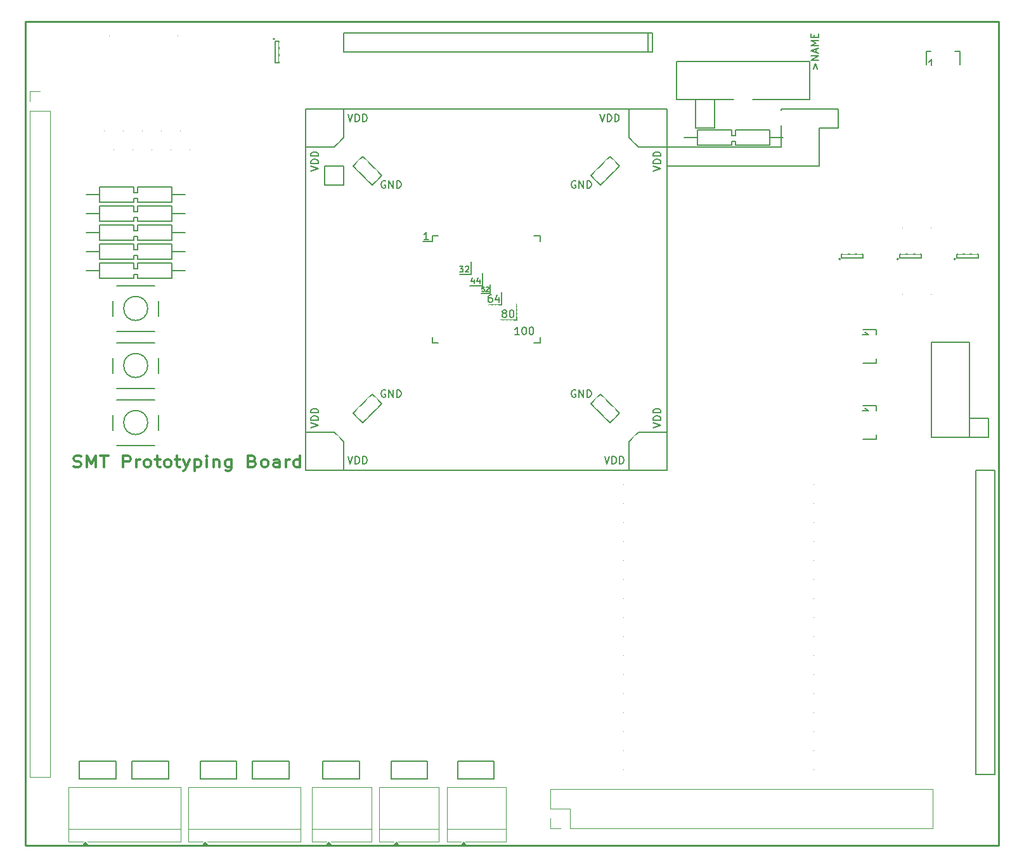
<source format=gbr>
%TF.GenerationSoftware,KiCad,Pcbnew,9.0.1*%
%TF.CreationDate,2025-05-07T00:22:52-04:00*%
%TF.ProjectId,smd-protoboard,736d642d-7072-46f7-946f-626f6172642e,rev?*%
%TF.SameCoordinates,Original*%
%TF.FileFunction,Legend,Top*%
%TF.FilePolarity,Positive*%
%FSLAX46Y46*%
G04 Gerber Fmt 4.6, Leading zero omitted, Abs format (unit mm)*
G04 Created by KiCad (PCBNEW 9.0.1) date 2025-05-07 00:22:52*
%MOMM*%
%LPD*%
G01*
G04 APERTURE LIST*
%ADD10C,0.200000*%
%ADD11C,0.300000*%
%ADD12C,0.150000*%
%ADD13C,0.120000*%
%ADD14C,0.127000*%
%ADD15R,1.700000X1.700000*%
%ADD16C,2.060000*%
%ADD17R,1.600000X1.600000*%
%ADD18O,1.300000X1.900000*%
%ADD19O,1.400000X1.700000*%
%ADD20R,1.800000X1.800000*%
%ADD21O,1.900000X1.700000*%
%ADD22C,1.700000*%
%ADD23O,1.900000X1.400000*%
%ADD24C,1.000000*%
%ADD25O,1.399540X1.800000*%
%ADD26O,1.700000X1.900000*%
%ADD27C,0.899160*%
%TA.AperFunction,Profile*%
%ADD28C,0.254000*%
%TD*%
G04 APERTURE END LIST*
D10*
X206305000Y-99030000D02*
X208845000Y-99030000D01*
X120580000Y-93950000D02*
X121850000Y-95220000D01*
X126930000Y-90140000D02*
X125660000Y-88870000D01*
X121850000Y-50770000D02*
X121850000Y-54580000D01*
X157410000Y-92680000D02*
X154870000Y-90140000D01*
X159950000Y-95220000D02*
X161220000Y-93950000D01*
X162490000Y-40610000D02*
X162490000Y-43150000D01*
X124390000Y-92680000D02*
X126930000Y-90140000D01*
X121850000Y-95220000D02*
X121850000Y-99030000D01*
X116770000Y-93950000D02*
X120580000Y-93950000D01*
X159950000Y-50770000D02*
X159950000Y-54580000D01*
X121850000Y-43150000D02*
X121850000Y-40610000D01*
X123120000Y-91410000D02*
X124390000Y-92680000D01*
X121850000Y-58390000D02*
X121850000Y-60930000D01*
X154870000Y-59660000D02*
X157410000Y-57120000D01*
X158680000Y-58390000D02*
X156140000Y-60930000D01*
X123120000Y-58390000D02*
X124390000Y-57120000D01*
X208845000Y-99030000D02*
X208845000Y-139670000D01*
X185350000Y-58390000D02*
X165030000Y-58390000D01*
X154870000Y-90140000D02*
X156140000Y-88870000D01*
X161220000Y-93950000D02*
X165030000Y-93950000D01*
X208845000Y-139670000D02*
X206305000Y-139670000D01*
X185350000Y-53310000D02*
X185350000Y-58390000D01*
X158680000Y-91410000D02*
X157410000Y-92680000D01*
X180270000Y-50770000D02*
X187890000Y-50770000D01*
X156140000Y-88870000D02*
X158680000Y-91410000D01*
X119310000Y-60930000D02*
X119310000Y-58390000D01*
X206305000Y-139670000D02*
X206305000Y-99030000D01*
X180270000Y-55850000D02*
X180270000Y-50770000D01*
X163125000Y-40610000D02*
X163125000Y-43150000D01*
X156140000Y-60930000D02*
X154870000Y-59660000D01*
X157410000Y-57120000D02*
X158680000Y-58390000D01*
X126930000Y-59660000D02*
X125660000Y-60930000D01*
X125660000Y-60930000D02*
X123120000Y-58390000D01*
X120580000Y-55850000D02*
X116770000Y-55850000D01*
X161220000Y-55850000D02*
X165030000Y-55850000D01*
X124390000Y-57120000D02*
X126930000Y-59660000D01*
X159950000Y-99030000D02*
X159950000Y-95220000D01*
X187890000Y-53310000D02*
X185350000Y-53310000D01*
X159950000Y-54580000D02*
X161220000Y-55850000D01*
X121850000Y-40610000D02*
X163125000Y-40610000D01*
X187890000Y-50770000D02*
X187890000Y-53310000D01*
X121850000Y-54580000D02*
X120580000Y-55850000D01*
X165030000Y-55850000D02*
X180270000Y-55850000D01*
X125660000Y-88870000D02*
X123120000Y-91410000D01*
X163125000Y-43150000D02*
X121850000Y-43150000D01*
X119310000Y-58390000D02*
X121850000Y-58390000D01*
X165030000Y-58390000D02*
X165030000Y-55850000D01*
X121850000Y-60930000D02*
X119310000Y-60930000D01*
D11*
X85793832Y-98553680D02*
X86050975Y-98625108D01*
X86050975Y-98625108D02*
X86479546Y-98625108D01*
X86479546Y-98625108D02*
X86650975Y-98553680D01*
X86650975Y-98553680D02*
X86736689Y-98482251D01*
X86736689Y-98482251D02*
X86822403Y-98339394D01*
X86822403Y-98339394D02*
X86822403Y-98196537D01*
X86822403Y-98196537D02*
X86736689Y-98053680D01*
X86736689Y-98053680D02*
X86650975Y-97982251D01*
X86650975Y-97982251D02*
X86479546Y-97910822D01*
X86479546Y-97910822D02*
X86136689Y-97839394D01*
X86136689Y-97839394D02*
X85965260Y-97767965D01*
X85965260Y-97767965D02*
X85879546Y-97696537D01*
X85879546Y-97696537D02*
X85793832Y-97553680D01*
X85793832Y-97553680D02*
X85793832Y-97410822D01*
X85793832Y-97410822D02*
X85879546Y-97267965D01*
X85879546Y-97267965D02*
X85965260Y-97196537D01*
X85965260Y-97196537D02*
X86136689Y-97125108D01*
X86136689Y-97125108D02*
X86565260Y-97125108D01*
X86565260Y-97125108D02*
X86822403Y-97196537D01*
X87593832Y-98625108D02*
X87593832Y-97125108D01*
X87593832Y-97125108D02*
X88193832Y-98196537D01*
X88193832Y-98196537D02*
X88793832Y-97125108D01*
X88793832Y-97125108D02*
X88793832Y-98625108D01*
X89393832Y-97125108D02*
X90422404Y-97125108D01*
X89908118Y-98625108D02*
X89908118Y-97125108D01*
X92393833Y-98625108D02*
X92393833Y-97125108D01*
X92393833Y-97125108D02*
X93079547Y-97125108D01*
X93079547Y-97125108D02*
X93250976Y-97196537D01*
X93250976Y-97196537D02*
X93336690Y-97267965D01*
X93336690Y-97267965D02*
X93422404Y-97410822D01*
X93422404Y-97410822D02*
X93422404Y-97625108D01*
X93422404Y-97625108D02*
X93336690Y-97767965D01*
X93336690Y-97767965D02*
X93250976Y-97839394D01*
X93250976Y-97839394D02*
X93079547Y-97910822D01*
X93079547Y-97910822D02*
X92393833Y-97910822D01*
X94193833Y-98625108D02*
X94193833Y-97625108D01*
X94193833Y-97910822D02*
X94279547Y-97767965D01*
X94279547Y-97767965D02*
X94365262Y-97696537D01*
X94365262Y-97696537D02*
X94536690Y-97625108D01*
X94536690Y-97625108D02*
X94708119Y-97625108D01*
X95565262Y-98625108D02*
X95393833Y-98553680D01*
X95393833Y-98553680D02*
X95308119Y-98482251D01*
X95308119Y-98482251D02*
X95222405Y-98339394D01*
X95222405Y-98339394D02*
X95222405Y-97910822D01*
X95222405Y-97910822D02*
X95308119Y-97767965D01*
X95308119Y-97767965D02*
X95393833Y-97696537D01*
X95393833Y-97696537D02*
X95565262Y-97625108D01*
X95565262Y-97625108D02*
X95822405Y-97625108D01*
X95822405Y-97625108D02*
X95993833Y-97696537D01*
X95993833Y-97696537D02*
X96079548Y-97767965D01*
X96079548Y-97767965D02*
X96165262Y-97910822D01*
X96165262Y-97910822D02*
X96165262Y-98339394D01*
X96165262Y-98339394D02*
X96079548Y-98482251D01*
X96079548Y-98482251D02*
X95993833Y-98553680D01*
X95993833Y-98553680D02*
X95822405Y-98625108D01*
X95822405Y-98625108D02*
X95565262Y-98625108D01*
X96679547Y-97625108D02*
X97365261Y-97625108D01*
X96936690Y-97125108D02*
X96936690Y-98410822D01*
X96936690Y-98410822D02*
X97022404Y-98553680D01*
X97022404Y-98553680D02*
X97193833Y-98625108D01*
X97193833Y-98625108D02*
X97365261Y-98625108D01*
X98222404Y-98625108D02*
X98050975Y-98553680D01*
X98050975Y-98553680D02*
X97965261Y-98482251D01*
X97965261Y-98482251D02*
X97879547Y-98339394D01*
X97879547Y-98339394D02*
X97879547Y-97910822D01*
X97879547Y-97910822D02*
X97965261Y-97767965D01*
X97965261Y-97767965D02*
X98050975Y-97696537D01*
X98050975Y-97696537D02*
X98222404Y-97625108D01*
X98222404Y-97625108D02*
X98479547Y-97625108D01*
X98479547Y-97625108D02*
X98650975Y-97696537D01*
X98650975Y-97696537D02*
X98736690Y-97767965D01*
X98736690Y-97767965D02*
X98822404Y-97910822D01*
X98822404Y-97910822D02*
X98822404Y-98339394D01*
X98822404Y-98339394D02*
X98736690Y-98482251D01*
X98736690Y-98482251D02*
X98650975Y-98553680D01*
X98650975Y-98553680D02*
X98479547Y-98625108D01*
X98479547Y-98625108D02*
X98222404Y-98625108D01*
X99336689Y-97625108D02*
X100022403Y-97625108D01*
X99593832Y-97125108D02*
X99593832Y-98410822D01*
X99593832Y-98410822D02*
X99679546Y-98553680D01*
X99679546Y-98553680D02*
X99850975Y-98625108D01*
X99850975Y-98625108D02*
X100022403Y-98625108D01*
X100450974Y-97625108D02*
X100879546Y-98625108D01*
X101308117Y-97625108D02*
X100879546Y-98625108D01*
X100879546Y-98625108D02*
X100708117Y-98982251D01*
X100708117Y-98982251D02*
X100622403Y-99053680D01*
X100622403Y-99053680D02*
X100450974Y-99125108D01*
X101993832Y-97625108D02*
X101993832Y-99125108D01*
X101993832Y-97696537D02*
X102165261Y-97625108D01*
X102165261Y-97625108D02*
X102508118Y-97625108D01*
X102508118Y-97625108D02*
X102679546Y-97696537D01*
X102679546Y-97696537D02*
X102765261Y-97767965D01*
X102765261Y-97767965D02*
X102850975Y-97910822D01*
X102850975Y-97910822D02*
X102850975Y-98339394D01*
X102850975Y-98339394D02*
X102765261Y-98482251D01*
X102765261Y-98482251D02*
X102679546Y-98553680D01*
X102679546Y-98553680D02*
X102508118Y-98625108D01*
X102508118Y-98625108D02*
X102165261Y-98625108D01*
X102165261Y-98625108D02*
X101993832Y-98553680D01*
X103622403Y-98625108D02*
X103622403Y-97625108D01*
X103622403Y-97125108D02*
X103536689Y-97196537D01*
X103536689Y-97196537D02*
X103622403Y-97267965D01*
X103622403Y-97267965D02*
X103708117Y-97196537D01*
X103708117Y-97196537D02*
X103622403Y-97125108D01*
X103622403Y-97125108D02*
X103622403Y-97267965D01*
X104479546Y-97625108D02*
X104479546Y-98625108D01*
X104479546Y-97767965D02*
X104565260Y-97696537D01*
X104565260Y-97696537D02*
X104736689Y-97625108D01*
X104736689Y-97625108D02*
X104993832Y-97625108D01*
X104993832Y-97625108D02*
X105165260Y-97696537D01*
X105165260Y-97696537D02*
X105250975Y-97839394D01*
X105250975Y-97839394D02*
X105250975Y-98625108D01*
X106879546Y-97625108D02*
X106879546Y-98839394D01*
X106879546Y-98839394D02*
X106793831Y-98982251D01*
X106793831Y-98982251D02*
X106708117Y-99053680D01*
X106708117Y-99053680D02*
X106536688Y-99125108D01*
X106536688Y-99125108D02*
X106279546Y-99125108D01*
X106279546Y-99125108D02*
X106108117Y-99053680D01*
X106879546Y-98553680D02*
X106708117Y-98625108D01*
X106708117Y-98625108D02*
X106365260Y-98625108D01*
X106365260Y-98625108D02*
X106193831Y-98553680D01*
X106193831Y-98553680D02*
X106108117Y-98482251D01*
X106108117Y-98482251D02*
X106022403Y-98339394D01*
X106022403Y-98339394D02*
X106022403Y-97910822D01*
X106022403Y-97910822D02*
X106108117Y-97767965D01*
X106108117Y-97767965D02*
X106193831Y-97696537D01*
X106193831Y-97696537D02*
X106365260Y-97625108D01*
X106365260Y-97625108D02*
X106708117Y-97625108D01*
X106708117Y-97625108D02*
X106879546Y-97696537D01*
X109708117Y-97839394D02*
X109965260Y-97910822D01*
X109965260Y-97910822D02*
X110050974Y-97982251D01*
X110050974Y-97982251D02*
X110136688Y-98125108D01*
X110136688Y-98125108D02*
X110136688Y-98339394D01*
X110136688Y-98339394D02*
X110050974Y-98482251D01*
X110050974Y-98482251D02*
X109965260Y-98553680D01*
X109965260Y-98553680D02*
X109793831Y-98625108D01*
X109793831Y-98625108D02*
X109108117Y-98625108D01*
X109108117Y-98625108D02*
X109108117Y-97125108D01*
X109108117Y-97125108D02*
X109708117Y-97125108D01*
X109708117Y-97125108D02*
X109879546Y-97196537D01*
X109879546Y-97196537D02*
X109965260Y-97267965D01*
X109965260Y-97267965D02*
X110050974Y-97410822D01*
X110050974Y-97410822D02*
X110050974Y-97553680D01*
X110050974Y-97553680D02*
X109965260Y-97696537D01*
X109965260Y-97696537D02*
X109879546Y-97767965D01*
X109879546Y-97767965D02*
X109708117Y-97839394D01*
X109708117Y-97839394D02*
X109108117Y-97839394D01*
X111165260Y-98625108D02*
X110993831Y-98553680D01*
X110993831Y-98553680D02*
X110908117Y-98482251D01*
X110908117Y-98482251D02*
X110822403Y-98339394D01*
X110822403Y-98339394D02*
X110822403Y-97910822D01*
X110822403Y-97910822D02*
X110908117Y-97767965D01*
X110908117Y-97767965D02*
X110993831Y-97696537D01*
X110993831Y-97696537D02*
X111165260Y-97625108D01*
X111165260Y-97625108D02*
X111422403Y-97625108D01*
X111422403Y-97625108D02*
X111593831Y-97696537D01*
X111593831Y-97696537D02*
X111679546Y-97767965D01*
X111679546Y-97767965D02*
X111765260Y-97910822D01*
X111765260Y-97910822D02*
X111765260Y-98339394D01*
X111765260Y-98339394D02*
X111679546Y-98482251D01*
X111679546Y-98482251D02*
X111593831Y-98553680D01*
X111593831Y-98553680D02*
X111422403Y-98625108D01*
X111422403Y-98625108D02*
X111165260Y-98625108D01*
X113308117Y-98625108D02*
X113308117Y-97839394D01*
X113308117Y-97839394D02*
X113222402Y-97696537D01*
X113222402Y-97696537D02*
X113050974Y-97625108D01*
X113050974Y-97625108D02*
X112708117Y-97625108D01*
X112708117Y-97625108D02*
X112536688Y-97696537D01*
X113308117Y-98553680D02*
X113136688Y-98625108D01*
X113136688Y-98625108D02*
X112708117Y-98625108D01*
X112708117Y-98625108D02*
X112536688Y-98553680D01*
X112536688Y-98553680D02*
X112450974Y-98410822D01*
X112450974Y-98410822D02*
X112450974Y-98267965D01*
X112450974Y-98267965D02*
X112536688Y-98125108D01*
X112536688Y-98125108D02*
X112708117Y-98053680D01*
X112708117Y-98053680D02*
X113136688Y-98053680D01*
X113136688Y-98053680D02*
X113308117Y-97982251D01*
X114165259Y-98625108D02*
X114165259Y-97625108D01*
X114165259Y-97910822D02*
X114250973Y-97767965D01*
X114250973Y-97767965D02*
X114336688Y-97696537D01*
X114336688Y-97696537D02*
X114508116Y-97625108D01*
X114508116Y-97625108D02*
X114679545Y-97625108D01*
X116050974Y-98625108D02*
X116050974Y-97125108D01*
X116050974Y-98553680D02*
X115879545Y-98625108D01*
X115879545Y-98625108D02*
X115536688Y-98625108D01*
X115536688Y-98625108D02*
X115365259Y-98553680D01*
X115365259Y-98553680D02*
X115279545Y-98482251D01*
X115279545Y-98482251D02*
X115193831Y-98339394D01*
X115193831Y-98339394D02*
X115193831Y-97910822D01*
X115193831Y-97910822D02*
X115279545Y-97767965D01*
X115279545Y-97767965D02*
X115365259Y-97696537D01*
X115365259Y-97696537D02*
X115536688Y-97625108D01*
X115536688Y-97625108D02*
X115879545Y-97625108D01*
X115879545Y-97625108D02*
X116050974Y-97696537D01*
D12*
X127438095Y-88372438D02*
X127342857Y-88324819D01*
X127342857Y-88324819D02*
X127200000Y-88324819D01*
X127200000Y-88324819D02*
X127057143Y-88372438D01*
X127057143Y-88372438D02*
X126961905Y-88467676D01*
X126961905Y-88467676D02*
X126914286Y-88562914D01*
X126914286Y-88562914D02*
X126866667Y-88753390D01*
X126866667Y-88753390D02*
X126866667Y-88896247D01*
X126866667Y-88896247D02*
X126914286Y-89086723D01*
X126914286Y-89086723D02*
X126961905Y-89181961D01*
X126961905Y-89181961D02*
X127057143Y-89277200D01*
X127057143Y-89277200D02*
X127200000Y-89324819D01*
X127200000Y-89324819D02*
X127295238Y-89324819D01*
X127295238Y-89324819D02*
X127438095Y-89277200D01*
X127438095Y-89277200D02*
X127485714Y-89229580D01*
X127485714Y-89229580D02*
X127485714Y-88896247D01*
X127485714Y-88896247D02*
X127295238Y-88896247D01*
X127914286Y-89324819D02*
X127914286Y-88324819D01*
X127914286Y-88324819D02*
X128485714Y-89324819D01*
X128485714Y-89324819D02*
X128485714Y-88324819D01*
X128961905Y-89324819D02*
X128961905Y-88324819D01*
X128961905Y-88324819D02*
X129200000Y-88324819D01*
X129200000Y-88324819D02*
X129342857Y-88372438D01*
X129342857Y-88372438D02*
X129438095Y-88467676D01*
X129438095Y-88467676D02*
X129485714Y-88562914D01*
X129485714Y-88562914D02*
X129533333Y-88753390D01*
X129533333Y-88753390D02*
X129533333Y-88896247D01*
X129533333Y-88896247D02*
X129485714Y-89086723D01*
X129485714Y-89086723D02*
X129438095Y-89181961D01*
X129438095Y-89181961D02*
X129342857Y-89277200D01*
X129342857Y-89277200D02*
X129200000Y-89324819D01*
X129200000Y-89324819D02*
X128961905Y-89324819D01*
X140630142Y-74569771D02*
X140344428Y-74569771D01*
X140344428Y-74569771D02*
X140315856Y-74855485D01*
X140315856Y-74855485D02*
X140344428Y-74826914D01*
X140344428Y-74826914D02*
X140401571Y-74798342D01*
X140401571Y-74798342D02*
X140544428Y-74798342D01*
X140544428Y-74798342D02*
X140601571Y-74826914D01*
X140601571Y-74826914D02*
X140630142Y-74855485D01*
X140630142Y-74855485D02*
X140658713Y-74912628D01*
X140658713Y-74912628D02*
X140658713Y-75055485D01*
X140658713Y-75055485D02*
X140630142Y-75112628D01*
X140630142Y-75112628D02*
X140601571Y-75141200D01*
X140601571Y-75141200D02*
X140544428Y-75169771D01*
X140544428Y-75169771D02*
X140401571Y-75169771D01*
X140401571Y-75169771D02*
X140344428Y-75141200D01*
X140344428Y-75141200D02*
X140315856Y-75112628D01*
X140887285Y-74626914D02*
X140915857Y-74598342D01*
X140915857Y-74598342D02*
X140973000Y-74569771D01*
X140973000Y-74569771D02*
X141115857Y-74569771D01*
X141115857Y-74569771D02*
X141173000Y-74598342D01*
X141173000Y-74598342D02*
X141201571Y-74626914D01*
X141201571Y-74626914D02*
X141230142Y-74684057D01*
X141230142Y-74684057D02*
X141230142Y-74741200D01*
X141230142Y-74741200D02*
X141201571Y-74826914D01*
X141201571Y-74826914D02*
X140858714Y-75169771D01*
X140858714Y-75169771D02*
X141230142Y-75169771D01*
X143249571Y-78085390D02*
X143154333Y-78037771D01*
X143154333Y-78037771D02*
X143106714Y-77990152D01*
X143106714Y-77990152D02*
X143059095Y-77894914D01*
X143059095Y-77894914D02*
X143059095Y-77847295D01*
X143059095Y-77847295D02*
X143106714Y-77752057D01*
X143106714Y-77752057D02*
X143154333Y-77704438D01*
X143154333Y-77704438D02*
X143249571Y-77656819D01*
X143249571Y-77656819D02*
X143440047Y-77656819D01*
X143440047Y-77656819D02*
X143535285Y-77704438D01*
X143535285Y-77704438D02*
X143582904Y-77752057D01*
X143582904Y-77752057D02*
X143630523Y-77847295D01*
X143630523Y-77847295D02*
X143630523Y-77894914D01*
X143630523Y-77894914D02*
X143582904Y-77990152D01*
X143582904Y-77990152D02*
X143535285Y-78037771D01*
X143535285Y-78037771D02*
X143440047Y-78085390D01*
X143440047Y-78085390D02*
X143249571Y-78085390D01*
X143249571Y-78085390D02*
X143154333Y-78133009D01*
X143154333Y-78133009D02*
X143106714Y-78180628D01*
X143106714Y-78180628D02*
X143059095Y-78275866D01*
X143059095Y-78275866D02*
X143059095Y-78466342D01*
X143059095Y-78466342D02*
X143106714Y-78561580D01*
X143106714Y-78561580D02*
X143154333Y-78609200D01*
X143154333Y-78609200D02*
X143249571Y-78656819D01*
X143249571Y-78656819D02*
X143440047Y-78656819D01*
X143440047Y-78656819D02*
X143535285Y-78609200D01*
X143535285Y-78609200D02*
X143582904Y-78561580D01*
X143582904Y-78561580D02*
X143630523Y-78466342D01*
X143630523Y-78466342D02*
X143630523Y-78275866D01*
X143630523Y-78275866D02*
X143582904Y-78180628D01*
X143582904Y-78180628D02*
X143535285Y-78133009D01*
X143535285Y-78133009D02*
X143440047Y-78085390D01*
X144249571Y-77656819D02*
X144344809Y-77656819D01*
X144344809Y-77656819D02*
X144440047Y-77704438D01*
X144440047Y-77704438D02*
X144487666Y-77752057D01*
X144487666Y-77752057D02*
X144535285Y-77847295D01*
X144535285Y-77847295D02*
X144582904Y-78037771D01*
X144582904Y-78037771D02*
X144582904Y-78275866D01*
X144582904Y-78275866D02*
X144535285Y-78466342D01*
X144535285Y-78466342D02*
X144487666Y-78561580D01*
X144487666Y-78561580D02*
X144440047Y-78609200D01*
X144440047Y-78609200D02*
X144344809Y-78656819D01*
X144344809Y-78656819D02*
X144249571Y-78656819D01*
X144249571Y-78656819D02*
X144154333Y-78609200D01*
X144154333Y-78609200D02*
X144106714Y-78561580D01*
X144106714Y-78561580D02*
X144059095Y-78466342D01*
X144059095Y-78466342D02*
X144011476Y-78275866D01*
X144011476Y-78275866D02*
X144011476Y-78037771D01*
X144011476Y-78037771D02*
X144059095Y-77847295D01*
X144059095Y-77847295D02*
X144106714Y-77752057D01*
X144106714Y-77752057D02*
X144154333Y-77704438D01*
X144154333Y-77704438D02*
X144249571Y-77656819D01*
X145313333Y-80942819D02*
X144741905Y-80942819D01*
X145027619Y-80942819D02*
X145027619Y-79942819D01*
X145027619Y-79942819D02*
X144932381Y-80085676D01*
X144932381Y-80085676D02*
X144837143Y-80180914D01*
X144837143Y-80180914D02*
X144741905Y-80228533D01*
X145932381Y-79942819D02*
X146027619Y-79942819D01*
X146027619Y-79942819D02*
X146122857Y-79990438D01*
X146122857Y-79990438D02*
X146170476Y-80038057D01*
X146170476Y-80038057D02*
X146218095Y-80133295D01*
X146218095Y-80133295D02*
X146265714Y-80323771D01*
X146265714Y-80323771D02*
X146265714Y-80561866D01*
X146265714Y-80561866D02*
X146218095Y-80752342D01*
X146218095Y-80752342D02*
X146170476Y-80847580D01*
X146170476Y-80847580D02*
X146122857Y-80895200D01*
X146122857Y-80895200D02*
X146027619Y-80942819D01*
X146027619Y-80942819D02*
X145932381Y-80942819D01*
X145932381Y-80942819D02*
X145837143Y-80895200D01*
X145837143Y-80895200D02*
X145789524Y-80847580D01*
X145789524Y-80847580D02*
X145741905Y-80752342D01*
X145741905Y-80752342D02*
X145694286Y-80561866D01*
X145694286Y-80561866D02*
X145694286Y-80323771D01*
X145694286Y-80323771D02*
X145741905Y-80133295D01*
X145741905Y-80133295D02*
X145789524Y-80038057D01*
X145789524Y-80038057D02*
X145837143Y-79990438D01*
X145837143Y-79990438D02*
X145932381Y-79942819D01*
X146884762Y-79942819D02*
X146980000Y-79942819D01*
X146980000Y-79942819D02*
X147075238Y-79990438D01*
X147075238Y-79990438D02*
X147122857Y-80038057D01*
X147122857Y-80038057D02*
X147170476Y-80133295D01*
X147170476Y-80133295D02*
X147218095Y-80323771D01*
X147218095Y-80323771D02*
X147218095Y-80561866D01*
X147218095Y-80561866D02*
X147170476Y-80752342D01*
X147170476Y-80752342D02*
X147122857Y-80847580D01*
X147122857Y-80847580D02*
X147075238Y-80895200D01*
X147075238Y-80895200D02*
X146980000Y-80942819D01*
X146980000Y-80942819D02*
X146884762Y-80942819D01*
X146884762Y-80942819D02*
X146789524Y-80895200D01*
X146789524Y-80895200D02*
X146741905Y-80847580D01*
X146741905Y-80847580D02*
X146694286Y-80752342D01*
X146694286Y-80752342D02*
X146646667Y-80561866D01*
X146646667Y-80561866D02*
X146646667Y-80323771D01*
X146646667Y-80323771D02*
X146694286Y-80133295D01*
X146694286Y-80133295D02*
X146741905Y-80038057D01*
X146741905Y-80038057D02*
X146789524Y-79990438D01*
X146789524Y-79990438D02*
X146884762Y-79942819D01*
X127438095Y-60432438D02*
X127342857Y-60384819D01*
X127342857Y-60384819D02*
X127200000Y-60384819D01*
X127200000Y-60384819D02*
X127057143Y-60432438D01*
X127057143Y-60432438D02*
X126961905Y-60527676D01*
X126961905Y-60527676D02*
X126914286Y-60622914D01*
X126914286Y-60622914D02*
X126866667Y-60813390D01*
X126866667Y-60813390D02*
X126866667Y-60956247D01*
X126866667Y-60956247D02*
X126914286Y-61146723D01*
X126914286Y-61146723D02*
X126961905Y-61241961D01*
X126961905Y-61241961D02*
X127057143Y-61337200D01*
X127057143Y-61337200D02*
X127200000Y-61384819D01*
X127200000Y-61384819D02*
X127295238Y-61384819D01*
X127295238Y-61384819D02*
X127438095Y-61337200D01*
X127438095Y-61337200D02*
X127485714Y-61289580D01*
X127485714Y-61289580D02*
X127485714Y-60956247D01*
X127485714Y-60956247D02*
X127295238Y-60956247D01*
X127914286Y-61384819D02*
X127914286Y-60384819D01*
X127914286Y-60384819D02*
X128485714Y-61384819D01*
X128485714Y-61384819D02*
X128485714Y-60384819D01*
X128961905Y-61384819D02*
X128961905Y-60384819D01*
X128961905Y-60384819D02*
X129200000Y-60384819D01*
X129200000Y-60384819D02*
X129342857Y-60432438D01*
X129342857Y-60432438D02*
X129438095Y-60527676D01*
X129438095Y-60527676D02*
X129485714Y-60622914D01*
X129485714Y-60622914D02*
X129533333Y-60813390D01*
X129533333Y-60813390D02*
X129533333Y-60956247D01*
X129533333Y-60956247D02*
X129485714Y-61146723D01*
X129485714Y-61146723D02*
X129438095Y-61241961D01*
X129438095Y-61241961D02*
X129342857Y-61337200D01*
X129342857Y-61337200D02*
X129200000Y-61384819D01*
X129200000Y-61384819D02*
X128961905Y-61384819D01*
X141630285Y-75624819D02*
X141439809Y-75624819D01*
X141439809Y-75624819D02*
X141344571Y-75672438D01*
X141344571Y-75672438D02*
X141296952Y-75720057D01*
X141296952Y-75720057D02*
X141201714Y-75862914D01*
X141201714Y-75862914D02*
X141154095Y-76053390D01*
X141154095Y-76053390D02*
X141154095Y-76434342D01*
X141154095Y-76434342D02*
X141201714Y-76529580D01*
X141201714Y-76529580D02*
X141249333Y-76577200D01*
X141249333Y-76577200D02*
X141344571Y-76624819D01*
X141344571Y-76624819D02*
X141535047Y-76624819D01*
X141535047Y-76624819D02*
X141630285Y-76577200D01*
X141630285Y-76577200D02*
X141677904Y-76529580D01*
X141677904Y-76529580D02*
X141725523Y-76434342D01*
X141725523Y-76434342D02*
X141725523Y-76196247D01*
X141725523Y-76196247D02*
X141677904Y-76101009D01*
X141677904Y-76101009D02*
X141630285Y-76053390D01*
X141630285Y-76053390D02*
X141535047Y-76005771D01*
X141535047Y-76005771D02*
X141344571Y-76005771D01*
X141344571Y-76005771D02*
X141249333Y-76053390D01*
X141249333Y-76053390D02*
X141201714Y-76101009D01*
X141201714Y-76101009D02*
X141154095Y-76196247D01*
X142582666Y-75958152D02*
X142582666Y-76624819D01*
X142344571Y-75577200D02*
X142106476Y-76291485D01*
X142106476Y-76291485D02*
X142725523Y-76291485D01*
X133184714Y-68242819D02*
X132613286Y-68242819D01*
X132899000Y-68242819D02*
X132899000Y-67242819D01*
X132899000Y-67242819D02*
X132803762Y-67385676D01*
X132803762Y-67385676D02*
X132708524Y-67480914D01*
X132708524Y-67480914D02*
X132613286Y-67528533D01*
X152838095Y-60432438D02*
X152742857Y-60384819D01*
X152742857Y-60384819D02*
X152600000Y-60384819D01*
X152600000Y-60384819D02*
X152457143Y-60432438D01*
X152457143Y-60432438D02*
X152361905Y-60527676D01*
X152361905Y-60527676D02*
X152314286Y-60622914D01*
X152314286Y-60622914D02*
X152266667Y-60813390D01*
X152266667Y-60813390D02*
X152266667Y-60956247D01*
X152266667Y-60956247D02*
X152314286Y-61146723D01*
X152314286Y-61146723D02*
X152361905Y-61241961D01*
X152361905Y-61241961D02*
X152457143Y-61337200D01*
X152457143Y-61337200D02*
X152600000Y-61384819D01*
X152600000Y-61384819D02*
X152695238Y-61384819D01*
X152695238Y-61384819D02*
X152838095Y-61337200D01*
X152838095Y-61337200D02*
X152885714Y-61289580D01*
X152885714Y-61289580D02*
X152885714Y-60956247D01*
X152885714Y-60956247D02*
X152695238Y-60956247D01*
X153314286Y-61384819D02*
X153314286Y-60384819D01*
X153314286Y-60384819D02*
X153885714Y-61384819D01*
X153885714Y-61384819D02*
X153885714Y-60384819D01*
X154361905Y-61384819D02*
X154361905Y-60384819D01*
X154361905Y-60384819D02*
X154600000Y-60384819D01*
X154600000Y-60384819D02*
X154742857Y-60432438D01*
X154742857Y-60432438D02*
X154838095Y-60527676D01*
X154838095Y-60527676D02*
X154885714Y-60622914D01*
X154885714Y-60622914D02*
X154933333Y-60813390D01*
X154933333Y-60813390D02*
X154933333Y-60956247D01*
X154933333Y-60956247D02*
X154885714Y-61146723D01*
X154885714Y-61146723D02*
X154838095Y-61241961D01*
X154838095Y-61241961D02*
X154742857Y-61337200D01*
X154742857Y-61337200D02*
X154600000Y-61384819D01*
X154600000Y-61384819D02*
X154361905Y-61384819D01*
X122421667Y-51494819D02*
X122755000Y-52494819D01*
X122755000Y-52494819D02*
X123088333Y-51494819D01*
X123421667Y-52494819D02*
X123421667Y-51494819D01*
X123421667Y-51494819D02*
X123659762Y-51494819D01*
X123659762Y-51494819D02*
X123802619Y-51542438D01*
X123802619Y-51542438D02*
X123897857Y-51637676D01*
X123897857Y-51637676D02*
X123945476Y-51732914D01*
X123945476Y-51732914D02*
X123993095Y-51923390D01*
X123993095Y-51923390D02*
X123993095Y-52066247D01*
X123993095Y-52066247D02*
X123945476Y-52256723D01*
X123945476Y-52256723D02*
X123897857Y-52351961D01*
X123897857Y-52351961D02*
X123802619Y-52447200D01*
X123802619Y-52447200D02*
X123659762Y-52494819D01*
X123659762Y-52494819D02*
X123421667Y-52494819D01*
X124421667Y-52494819D02*
X124421667Y-51494819D01*
X124421667Y-51494819D02*
X124659762Y-51494819D01*
X124659762Y-51494819D02*
X124802619Y-51542438D01*
X124802619Y-51542438D02*
X124897857Y-51637676D01*
X124897857Y-51637676D02*
X124945476Y-51732914D01*
X124945476Y-51732914D02*
X124993095Y-51923390D01*
X124993095Y-51923390D02*
X124993095Y-52066247D01*
X124993095Y-52066247D02*
X124945476Y-52256723D01*
X124945476Y-52256723D02*
X124897857Y-52351961D01*
X124897857Y-52351961D02*
X124802619Y-52447200D01*
X124802619Y-52447200D02*
X124659762Y-52494819D01*
X124659762Y-52494819D02*
X124421667Y-52494819D01*
X117494819Y-59088332D02*
X118494819Y-58754999D01*
X118494819Y-58754999D02*
X117494819Y-58421666D01*
X118494819Y-58088332D02*
X117494819Y-58088332D01*
X117494819Y-58088332D02*
X117494819Y-57850237D01*
X117494819Y-57850237D02*
X117542438Y-57707380D01*
X117542438Y-57707380D02*
X117637676Y-57612142D01*
X117637676Y-57612142D02*
X117732914Y-57564523D01*
X117732914Y-57564523D02*
X117923390Y-57516904D01*
X117923390Y-57516904D02*
X118066247Y-57516904D01*
X118066247Y-57516904D02*
X118256723Y-57564523D01*
X118256723Y-57564523D02*
X118351961Y-57612142D01*
X118351961Y-57612142D02*
X118447200Y-57707380D01*
X118447200Y-57707380D02*
X118494819Y-57850237D01*
X118494819Y-57850237D02*
X118494819Y-58088332D01*
X118494819Y-57088332D02*
X117494819Y-57088332D01*
X117494819Y-57088332D02*
X117494819Y-56850237D01*
X117494819Y-56850237D02*
X117542438Y-56707380D01*
X117542438Y-56707380D02*
X117637676Y-56612142D01*
X117637676Y-56612142D02*
X117732914Y-56564523D01*
X117732914Y-56564523D02*
X117923390Y-56516904D01*
X117923390Y-56516904D02*
X118066247Y-56516904D01*
X118066247Y-56516904D02*
X118256723Y-56564523D01*
X118256723Y-56564523D02*
X118351961Y-56612142D01*
X118351961Y-56612142D02*
X118447200Y-56707380D01*
X118447200Y-56707380D02*
X118494819Y-56850237D01*
X118494819Y-56850237D02*
X118494819Y-57088332D01*
X117494819Y-93378332D02*
X118494819Y-93044999D01*
X118494819Y-93044999D02*
X117494819Y-92711666D01*
X118494819Y-92378332D02*
X117494819Y-92378332D01*
X117494819Y-92378332D02*
X117494819Y-92140237D01*
X117494819Y-92140237D02*
X117542438Y-91997380D01*
X117542438Y-91997380D02*
X117637676Y-91902142D01*
X117637676Y-91902142D02*
X117732914Y-91854523D01*
X117732914Y-91854523D02*
X117923390Y-91806904D01*
X117923390Y-91806904D02*
X118066247Y-91806904D01*
X118066247Y-91806904D02*
X118256723Y-91854523D01*
X118256723Y-91854523D02*
X118351961Y-91902142D01*
X118351961Y-91902142D02*
X118447200Y-91997380D01*
X118447200Y-91997380D02*
X118494819Y-92140237D01*
X118494819Y-92140237D02*
X118494819Y-92378332D01*
X118494819Y-91378332D02*
X117494819Y-91378332D01*
X117494819Y-91378332D02*
X117494819Y-91140237D01*
X117494819Y-91140237D02*
X117542438Y-90997380D01*
X117542438Y-90997380D02*
X117637676Y-90902142D01*
X117637676Y-90902142D02*
X117732914Y-90854523D01*
X117732914Y-90854523D02*
X117923390Y-90806904D01*
X117923390Y-90806904D02*
X118066247Y-90806904D01*
X118066247Y-90806904D02*
X118256723Y-90854523D01*
X118256723Y-90854523D02*
X118351961Y-90902142D01*
X118351961Y-90902142D02*
X118447200Y-90997380D01*
X118447200Y-90997380D02*
X118494819Y-91140237D01*
X118494819Y-91140237D02*
X118494819Y-91378332D01*
X156711667Y-97214819D02*
X157045000Y-98214819D01*
X157045000Y-98214819D02*
X157378333Y-97214819D01*
X157711667Y-98214819D02*
X157711667Y-97214819D01*
X157711667Y-97214819D02*
X157949762Y-97214819D01*
X157949762Y-97214819D02*
X158092619Y-97262438D01*
X158092619Y-97262438D02*
X158187857Y-97357676D01*
X158187857Y-97357676D02*
X158235476Y-97452914D01*
X158235476Y-97452914D02*
X158283095Y-97643390D01*
X158283095Y-97643390D02*
X158283095Y-97786247D01*
X158283095Y-97786247D02*
X158235476Y-97976723D01*
X158235476Y-97976723D02*
X158187857Y-98071961D01*
X158187857Y-98071961D02*
X158092619Y-98167200D01*
X158092619Y-98167200D02*
X157949762Y-98214819D01*
X157949762Y-98214819D02*
X157711667Y-98214819D01*
X158711667Y-98214819D02*
X158711667Y-97214819D01*
X158711667Y-97214819D02*
X158949762Y-97214819D01*
X158949762Y-97214819D02*
X159092619Y-97262438D01*
X159092619Y-97262438D02*
X159187857Y-97357676D01*
X159187857Y-97357676D02*
X159235476Y-97452914D01*
X159235476Y-97452914D02*
X159283095Y-97643390D01*
X159283095Y-97643390D02*
X159283095Y-97786247D01*
X159283095Y-97786247D02*
X159235476Y-97976723D01*
X159235476Y-97976723D02*
X159187857Y-98071961D01*
X159187857Y-98071961D02*
X159092619Y-98167200D01*
X159092619Y-98167200D02*
X158949762Y-98214819D01*
X158949762Y-98214819D02*
X158711667Y-98214819D01*
X139274428Y-73585961D02*
X139274428Y-74119295D01*
X139083952Y-73281200D02*
X138893475Y-73852628D01*
X138893475Y-73852628D02*
X139388714Y-73852628D01*
X140036333Y-73585961D02*
X140036333Y-74119295D01*
X139845857Y-73281200D02*
X139655380Y-73852628D01*
X139655380Y-73852628D02*
X140150619Y-73852628D01*
X163214819Y-59088332D02*
X164214819Y-58754999D01*
X164214819Y-58754999D02*
X163214819Y-58421666D01*
X164214819Y-58088332D02*
X163214819Y-58088332D01*
X163214819Y-58088332D02*
X163214819Y-57850237D01*
X163214819Y-57850237D02*
X163262438Y-57707380D01*
X163262438Y-57707380D02*
X163357676Y-57612142D01*
X163357676Y-57612142D02*
X163452914Y-57564523D01*
X163452914Y-57564523D02*
X163643390Y-57516904D01*
X163643390Y-57516904D02*
X163786247Y-57516904D01*
X163786247Y-57516904D02*
X163976723Y-57564523D01*
X163976723Y-57564523D02*
X164071961Y-57612142D01*
X164071961Y-57612142D02*
X164167200Y-57707380D01*
X164167200Y-57707380D02*
X164214819Y-57850237D01*
X164214819Y-57850237D02*
X164214819Y-58088332D01*
X164214819Y-57088332D02*
X163214819Y-57088332D01*
X163214819Y-57088332D02*
X163214819Y-56850237D01*
X163214819Y-56850237D02*
X163262438Y-56707380D01*
X163262438Y-56707380D02*
X163357676Y-56612142D01*
X163357676Y-56612142D02*
X163452914Y-56564523D01*
X163452914Y-56564523D02*
X163643390Y-56516904D01*
X163643390Y-56516904D02*
X163786247Y-56516904D01*
X163786247Y-56516904D02*
X163976723Y-56564523D01*
X163976723Y-56564523D02*
X164071961Y-56612142D01*
X164071961Y-56612142D02*
X164167200Y-56707380D01*
X164167200Y-56707380D02*
X164214819Y-56850237D01*
X164214819Y-56850237D02*
X164214819Y-57088332D01*
X122421667Y-97214819D02*
X122755000Y-98214819D01*
X122755000Y-98214819D02*
X123088333Y-97214819D01*
X123421667Y-98214819D02*
X123421667Y-97214819D01*
X123421667Y-97214819D02*
X123659762Y-97214819D01*
X123659762Y-97214819D02*
X123802619Y-97262438D01*
X123802619Y-97262438D02*
X123897857Y-97357676D01*
X123897857Y-97357676D02*
X123945476Y-97452914D01*
X123945476Y-97452914D02*
X123993095Y-97643390D01*
X123993095Y-97643390D02*
X123993095Y-97786247D01*
X123993095Y-97786247D02*
X123945476Y-97976723D01*
X123945476Y-97976723D02*
X123897857Y-98071961D01*
X123897857Y-98071961D02*
X123802619Y-98167200D01*
X123802619Y-98167200D02*
X123659762Y-98214819D01*
X123659762Y-98214819D02*
X123421667Y-98214819D01*
X124421667Y-98214819D02*
X124421667Y-97214819D01*
X124421667Y-97214819D02*
X124659762Y-97214819D01*
X124659762Y-97214819D02*
X124802619Y-97262438D01*
X124802619Y-97262438D02*
X124897857Y-97357676D01*
X124897857Y-97357676D02*
X124945476Y-97452914D01*
X124945476Y-97452914D02*
X124993095Y-97643390D01*
X124993095Y-97643390D02*
X124993095Y-97786247D01*
X124993095Y-97786247D02*
X124945476Y-97976723D01*
X124945476Y-97976723D02*
X124897857Y-98071961D01*
X124897857Y-98071961D02*
X124802619Y-98167200D01*
X124802619Y-98167200D02*
X124659762Y-98214819D01*
X124659762Y-98214819D02*
X124421667Y-98214819D01*
X156076667Y-51494819D02*
X156410000Y-52494819D01*
X156410000Y-52494819D02*
X156743333Y-51494819D01*
X157076667Y-52494819D02*
X157076667Y-51494819D01*
X157076667Y-51494819D02*
X157314762Y-51494819D01*
X157314762Y-51494819D02*
X157457619Y-51542438D01*
X157457619Y-51542438D02*
X157552857Y-51637676D01*
X157552857Y-51637676D02*
X157600476Y-51732914D01*
X157600476Y-51732914D02*
X157648095Y-51923390D01*
X157648095Y-51923390D02*
X157648095Y-52066247D01*
X157648095Y-52066247D02*
X157600476Y-52256723D01*
X157600476Y-52256723D02*
X157552857Y-52351961D01*
X157552857Y-52351961D02*
X157457619Y-52447200D01*
X157457619Y-52447200D02*
X157314762Y-52494819D01*
X157314762Y-52494819D02*
X157076667Y-52494819D01*
X158076667Y-52494819D02*
X158076667Y-51494819D01*
X158076667Y-51494819D02*
X158314762Y-51494819D01*
X158314762Y-51494819D02*
X158457619Y-51542438D01*
X158457619Y-51542438D02*
X158552857Y-51637676D01*
X158552857Y-51637676D02*
X158600476Y-51732914D01*
X158600476Y-51732914D02*
X158648095Y-51923390D01*
X158648095Y-51923390D02*
X158648095Y-52066247D01*
X158648095Y-52066247D02*
X158600476Y-52256723D01*
X158600476Y-52256723D02*
X158552857Y-52351961D01*
X158552857Y-52351961D02*
X158457619Y-52447200D01*
X158457619Y-52447200D02*
X158314762Y-52494819D01*
X158314762Y-52494819D02*
X158076667Y-52494819D01*
X152838095Y-88372438D02*
X152742857Y-88324819D01*
X152742857Y-88324819D02*
X152600000Y-88324819D01*
X152600000Y-88324819D02*
X152457143Y-88372438D01*
X152457143Y-88372438D02*
X152361905Y-88467676D01*
X152361905Y-88467676D02*
X152314286Y-88562914D01*
X152314286Y-88562914D02*
X152266667Y-88753390D01*
X152266667Y-88753390D02*
X152266667Y-88896247D01*
X152266667Y-88896247D02*
X152314286Y-89086723D01*
X152314286Y-89086723D02*
X152361905Y-89181961D01*
X152361905Y-89181961D02*
X152457143Y-89277200D01*
X152457143Y-89277200D02*
X152600000Y-89324819D01*
X152600000Y-89324819D02*
X152695238Y-89324819D01*
X152695238Y-89324819D02*
X152838095Y-89277200D01*
X152838095Y-89277200D02*
X152885714Y-89229580D01*
X152885714Y-89229580D02*
X152885714Y-88896247D01*
X152885714Y-88896247D02*
X152695238Y-88896247D01*
X153314286Y-89324819D02*
X153314286Y-88324819D01*
X153314286Y-88324819D02*
X153885714Y-89324819D01*
X153885714Y-89324819D02*
X153885714Y-88324819D01*
X154361905Y-89324819D02*
X154361905Y-88324819D01*
X154361905Y-88324819D02*
X154600000Y-88324819D01*
X154600000Y-88324819D02*
X154742857Y-88372438D01*
X154742857Y-88372438D02*
X154838095Y-88467676D01*
X154838095Y-88467676D02*
X154885714Y-88562914D01*
X154885714Y-88562914D02*
X154933333Y-88753390D01*
X154933333Y-88753390D02*
X154933333Y-88896247D01*
X154933333Y-88896247D02*
X154885714Y-89086723D01*
X154885714Y-89086723D02*
X154838095Y-89181961D01*
X154838095Y-89181961D02*
X154742857Y-89277200D01*
X154742857Y-89277200D02*
X154600000Y-89324819D01*
X154600000Y-89324819D02*
X154361905Y-89324819D01*
X163214819Y-93378332D02*
X164214819Y-93044999D01*
X164214819Y-93044999D02*
X163214819Y-92711666D01*
X164214819Y-92378332D02*
X163214819Y-92378332D01*
X163214819Y-92378332D02*
X163214819Y-92140237D01*
X163214819Y-92140237D02*
X163262438Y-91997380D01*
X163262438Y-91997380D02*
X163357676Y-91902142D01*
X163357676Y-91902142D02*
X163452914Y-91854523D01*
X163452914Y-91854523D02*
X163643390Y-91806904D01*
X163643390Y-91806904D02*
X163786247Y-91806904D01*
X163786247Y-91806904D02*
X163976723Y-91854523D01*
X163976723Y-91854523D02*
X164071961Y-91902142D01*
X164071961Y-91902142D02*
X164167200Y-91997380D01*
X164167200Y-91997380D02*
X164214819Y-92140237D01*
X164214819Y-92140237D02*
X164214819Y-92378332D01*
X164214819Y-91378332D02*
X163214819Y-91378332D01*
X163214819Y-91378332D02*
X163214819Y-91140237D01*
X163214819Y-91140237D02*
X163262438Y-90997380D01*
X163262438Y-90997380D02*
X163357676Y-90902142D01*
X163357676Y-90902142D02*
X163452914Y-90854523D01*
X163452914Y-90854523D02*
X163643390Y-90806904D01*
X163643390Y-90806904D02*
X163786247Y-90806904D01*
X163786247Y-90806904D02*
X163976723Y-90854523D01*
X163976723Y-90854523D02*
X164071961Y-90902142D01*
X164071961Y-90902142D02*
X164167200Y-90997380D01*
X164167200Y-90997380D02*
X164214819Y-91140237D01*
X164214819Y-91140237D02*
X164214819Y-91378332D01*
X137331380Y-71795295D02*
X137826618Y-71795295D01*
X137826618Y-71795295D02*
X137559952Y-72100057D01*
X137559952Y-72100057D02*
X137674237Y-72100057D01*
X137674237Y-72100057D02*
X137750428Y-72138152D01*
X137750428Y-72138152D02*
X137788523Y-72176247D01*
X137788523Y-72176247D02*
X137826618Y-72252438D01*
X137826618Y-72252438D02*
X137826618Y-72442914D01*
X137826618Y-72442914D02*
X137788523Y-72519104D01*
X137788523Y-72519104D02*
X137750428Y-72557200D01*
X137750428Y-72557200D02*
X137674237Y-72595295D01*
X137674237Y-72595295D02*
X137445666Y-72595295D01*
X137445666Y-72595295D02*
X137369475Y-72557200D01*
X137369475Y-72557200D02*
X137331380Y-72519104D01*
X138131380Y-71871485D02*
X138169476Y-71833390D01*
X138169476Y-71833390D02*
X138245666Y-71795295D01*
X138245666Y-71795295D02*
X138436142Y-71795295D01*
X138436142Y-71795295D02*
X138512333Y-71833390D01*
X138512333Y-71833390D02*
X138550428Y-71871485D01*
X138550428Y-71871485D02*
X138588523Y-71947676D01*
X138588523Y-71947676D02*
X138588523Y-72023866D01*
X138588523Y-72023866D02*
X138550428Y-72138152D01*
X138550428Y-72138152D02*
X138093285Y-72595295D01*
X138093285Y-72595295D02*
X138588523Y-72595295D01*
X184586972Y-45507142D02*
X184872686Y-44745238D01*
X184872686Y-44745238D02*
X185158400Y-45507142D01*
X185253639Y-44269047D02*
X184253639Y-44269047D01*
X184253639Y-44269047D02*
X185253639Y-43697619D01*
X185253639Y-43697619D02*
X184253639Y-43697619D01*
X184967924Y-43269047D02*
X184967924Y-42792857D01*
X185253639Y-43364285D02*
X184253639Y-43030952D01*
X184253639Y-43030952D02*
X185253639Y-42697619D01*
X185253639Y-42364285D02*
X184253639Y-42364285D01*
X184253639Y-42364285D02*
X184967924Y-42030952D01*
X184967924Y-42030952D02*
X184253639Y-41697619D01*
X184253639Y-41697619D02*
X185253639Y-41697619D01*
X184729829Y-41221428D02*
X184729829Y-40888095D01*
X185253639Y-40745238D02*
X185253639Y-41221428D01*
X185253639Y-41221428D02*
X184253639Y-41221428D01*
X184253639Y-41221428D02*
X184253639Y-40745238D01*
%TO.C,*%
X196115260Y-70205000D02*
X196115260Y-70705000D01*
X196115260Y-70705000D02*
X199015260Y-70705000D01*
X199015260Y-70205000D02*
X196115260Y-70205000D01*
X199015260Y-70705000D02*
X199015260Y-70205000D01*
X195965260Y-70855000D02*
G75*
G02*
X195765260Y-70855000I-100000J0D01*
G01*
X195765260Y-70855000D02*
G75*
G02*
X195965260Y-70855000I100000J0D01*
G01*
X191499340Y-90780080D02*
X191799060Y-91029000D01*
X191799060Y-91029000D02*
X191948920Y-91130600D01*
X191948920Y-91130600D02*
X191100560Y-91130600D01*
X193000480Y-90429560D02*
X191199620Y-90429560D01*
X193000480Y-90429560D02*
X193000480Y-91079800D01*
X193000480Y-94930440D02*
X191199620Y-94930440D01*
X193000480Y-94930440D02*
X193000480Y-94280200D01*
D13*
%TO.C,REF\u002A\u002A*%
X135645260Y-141394280D02*
X135645260Y-148634280D01*
X135645260Y-141394280D02*
X143585260Y-141394280D01*
X135645260Y-147014280D02*
X143585260Y-147014280D01*
X135645260Y-148634280D02*
X137565260Y-148634280D01*
X138165260Y-148634280D02*
X143585260Y-148634280D01*
X143585260Y-141394280D02*
X143585260Y-148634280D01*
X138305260Y-149244280D02*
X137425260Y-149244280D01*
X137865260Y-148634280D01*
X138305260Y-149244280D01*
G36*
X138305260Y-149244280D02*
G01*
X137425260Y-149244280D01*
X137865260Y-148634280D01*
X138305260Y-149244280D01*
G37*
D14*
%TO.C,*%
X91047260Y-86076000D02*
X91047260Y-84044000D01*
X91555260Y-82012000D02*
X96635260Y-82012000D01*
X96635260Y-88108000D02*
X91555260Y-88108000D01*
X97143260Y-84044000D02*
X97143260Y-86076000D01*
X95701697Y-85060000D02*
G75*
G02*
X92488823Y-85060000I-1606437J0D01*
G01*
X92488823Y-85060000D02*
G75*
G02*
X95701697Y-85060000I1606437J0D01*
G01*
D12*
X188345000Y-70205000D02*
X188345000Y-70705000D01*
X188345000Y-70705000D02*
X191245000Y-70705000D01*
X191245000Y-70205000D02*
X188345000Y-70205000D01*
X191245000Y-70705000D02*
X191245000Y-70205000D01*
X188195000Y-70855000D02*
G75*
G02*
X187995000Y-70855000I-100000J0D01*
G01*
X187995000Y-70855000D02*
G75*
G02*
X188195000Y-70855000I100000J0D01*
G01*
D14*
X87491260Y-69820000D02*
X89269260Y-69820000D01*
X89269260Y-68804000D02*
X93841260Y-68804000D01*
X89269260Y-69820000D02*
X89269260Y-68804000D01*
X89269260Y-70836000D02*
X89269260Y-69820000D01*
X93841260Y-68804000D02*
X93841260Y-69566000D01*
X93841260Y-69566000D02*
X94349260Y-69566000D01*
X93841260Y-70328000D02*
X93841260Y-70836000D01*
X93841260Y-70836000D02*
X89269260Y-70836000D01*
X94349260Y-68804000D02*
X98921260Y-68804000D01*
X94349260Y-69566000D02*
X94349260Y-68804000D01*
X94349260Y-70328000D02*
X93841260Y-70328000D01*
X94349260Y-70836000D02*
X94349260Y-70328000D01*
X98921260Y-68804000D02*
X98921260Y-69820000D01*
X98921260Y-69820000D02*
X98921260Y-70836000D01*
X98921260Y-69820000D02*
X100699260Y-69820000D01*
X98921260Y-70836000D02*
X94349260Y-70836000D01*
X200355260Y-81936780D02*
X205435260Y-81936780D01*
X200355260Y-94636780D02*
X200355260Y-81936780D01*
X205435260Y-81936780D02*
X205435260Y-94636780D01*
X205435260Y-94636780D02*
X200355260Y-94636780D01*
X205435260Y-94636780D02*
X207975260Y-94636780D01*
X207975260Y-92096780D02*
X205435260Y-92096780D01*
X207975260Y-94636780D02*
X207975260Y-92096780D01*
D13*
%TO.C,REF\u002A\u002A*%
X149485260Y-141626780D02*
X200505260Y-141626780D01*
X149485260Y-144276780D02*
X149485260Y-141626780D01*
X149485260Y-146926780D02*
X149485260Y-145546780D01*
X150865260Y-146926780D02*
X149485260Y-146926780D01*
X152135260Y-144276780D02*
X149485260Y-144276780D01*
X152135260Y-146926780D02*
X152135260Y-144276780D01*
X152135260Y-146926780D02*
X200505260Y-146926780D01*
X200505260Y-146926780D02*
X200505260Y-141626780D01*
X101145260Y-141394280D02*
X101145260Y-148634280D01*
X101145260Y-141394280D02*
X116085260Y-141394280D01*
X101145260Y-147014280D02*
X116085260Y-147014280D01*
X101145260Y-148634280D02*
X103065260Y-148634280D01*
X103665260Y-148634280D02*
X116085260Y-148634280D01*
X116085260Y-141394280D02*
X116085260Y-148634280D01*
X103805260Y-149244280D02*
X102925260Y-149244280D01*
X103365260Y-148634280D01*
X103805260Y-149244280D01*
G36*
X103805260Y-149244280D02*
G01*
X102925260Y-149244280D01*
X103365260Y-148634280D01*
X103805260Y-149244280D01*
G37*
D14*
%TO.C,*%
X91047260Y-93696000D02*
X91047260Y-91664000D01*
X91555260Y-89632000D02*
X96635260Y-89632000D01*
X96635260Y-95728000D02*
X91555260Y-95728000D01*
X97143260Y-91664000D02*
X97143260Y-93696000D01*
X95701697Y-92680000D02*
G75*
G02*
X92488823Y-92680000I-1606437J0D01*
G01*
X92488823Y-92680000D02*
G75*
G02*
X95701697Y-92680000I1606437J0D01*
G01*
D12*
%TO.C,REF\u002A\u002A*%
X109695260Y-137951780D02*
X109695260Y-140301780D01*
X109695260Y-137951780D02*
X114575260Y-137951780D01*
X114575260Y-137951780D02*
X114575260Y-140301780D01*
X114575260Y-140301780D02*
X109695260Y-140301780D01*
D13*
X79920000Y-48420000D02*
X81300000Y-48420000D01*
X79920000Y-49800000D02*
X79920000Y-48420000D01*
X79920000Y-51070000D02*
X79920000Y-140080000D01*
X79920000Y-51070000D02*
X82680000Y-51070000D01*
X79920000Y-140080000D02*
X82680000Y-140080000D01*
X82680000Y-51070000D02*
X82680000Y-140080000D01*
D14*
%TO.C,*%
X91166800Y-41519320D02*
X91166800Y-40518560D01*
X91667180Y-41018940D02*
X90666420Y-41018940D01*
X99162720Y-41519320D02*
X99162720Y-40518560D01*
X99663100Y-41018940D02*
X98662340Y-41018940D01*
X91518826Y-41018940D02*
G75*
G02*
X90814774Y-41018940I-352026J0D01*
G01*
X90814774Y-41018940D02*
G75*
G02*
X91518826Y-41018940I352026J0D01*
G01*
X99514746Y-41018940D02*
G75*
G02*
X98810694Y-41018940I-352026J0D01*
G01*
X98810694Y-41018940D02*
G75*
G02*
X99514746Y-41018940I352026J0D01*
G01*
X167316000Y-54580000D02*
X169094000Y-54580000D01*
X169094000Y-53564000D02*
X173666000Y-53564000D01*
X169094000Y-54580000D02*
X169094000Y-53564000D01*
X169094000Y-55596000D02*
X169094000Y-54580000D01*
X173666000Y-53564000D02*
X173666000Y-54326000D01*
X173666000Y-54326000D02*
X174174000Y-54326000D01*
X173666000Y-55088000D02*
X173666000Y-55596000D01*
X173666000Y-55596000D02*
X169094000Y-55596000D01*
X174174000Y-53564000D02*
X178746000Y-53564000D01*
X174174000Y-54326000D02*
X174174000Y-53564000D01*
X174174000Y-55088000D02*
X173666000Y-55088000D01*
X174174000Y-55596000D02*
X174174000Y-55088000D01*
X178746000Y-53564000D02*
X178746000Y-54580000D01*
X178746000Y-54580000D02*
X178746000Y-55596000D01*
X178746000Y-54580000D02*
X180524000Y-54580000D01*
X178746000Y-55596000D02*
X174174000Y-55596000D01*
X87491260Y-64740000D02*
X89269260Y-64740000D01*
X89269260Y-63724000D02*
X93841260Y-63724000D01*
X89269260Y-64740000D02*
X89269260Y-63724000D01*
X89269260Y-65756000D02*
X89269260Y-64740000D01*
X93841260Y-63724000D02*
X93841260Y-64486000D01*
X93841260Y-64486000D02*
X94349260Y-64486000D01*
X93841260Y-65248000D02*
X93841260Y-65756000D01*
X93841260Y-65756000D02*
X89269260Y-65756000D01*
X94349260Y-63724000D02*
X98921260Y-63724000D01*
X94349260Y-64486000D02*
X94349260Y-63724000D01*
X94349260Y-65248000D02*
X93841260Y-65248000D01*
X94349260Y-65756000D02*
X94349260Y-65248000D01*
X98921260Y-63724000D02*
X98921260Y-64740000D01*
X98921260Y-64740000D02*
X98921260Y-65756000D01*
X98921260Y-64740000D02*
X100699260Y-64740000D01*
X98921260Y-65756000D02*
X94349260Y-65756000D01*
X166300000Y-44420000D02*
X166300000Y-49500000D01*
X166300000Y-49500000D02*
X168840000Y-49500000D01*
X168840000Y-44420000D02*
X166300000Y-44420000D01*
X168840000Y-44420000D02*
X181540000Y-44420000D01*
X168840000Y-49500000D02*
X168840000Y-53310000D01*
X168840000Y-49500000D02*
X173920000Y-49500000D01*
X168840000Y-53310000D02*
X171380000Y-53310000D01*
X171380000Y-53310000D02*
X171380000Y-49500000D01*
X176460000Y-49500000D02*
X181540000Y-49500000D01*
X181540000Y-44420000D02*
X184080000Y-44420000D01*
X184080000Y-44420000D02*
X184080000Y-49500000D01*
X184080000Y-49500000D02*
X181540000Y-49500000D01*
D13*
%TO.C,REF\u002A\u002A*%
X117645260Y-141394280D02*
X117645260Y-148634280D01*
X117645260Y-141394280D02*
X125585260Y-141394280D01*
X117645260Y-147014280D02*
X125585260Y-147014280D01*
X117645260Y-148634280D02*
X119565260Y-148634280D01*
X120165260Y-148634280D02*
X125585260Y-148634280D01*
X125585260Y-141394280D02*
X125585260Y-148634280D01*
X120305260Y-149244280D02*
X119425260Y-149244280D01*
X119865260Y-148634280D01*
X120305260Y-149244280D01*
G36*
X120305260Y-149244280D02*
G01*
X119425260Y-149244280D01*
X119865260Y-148634280D01*
X120305260Y-149244280D01*
G37*
D14*
%TO.C,*%
X87491260Y-67280000D02*
X89269260Y-67280000D01*
X89269260Y-66264000D02*
X93841260Y-66264000D01*
X89269260Y-67280000D02*
X89269260Y-66264000D01*
X89269260Y-68296000D02*
X89269260Y-67280000D01*
X93841260Y-66264000D02*
X93841260Y-67026000D01*
X93841260Y-67026000D02*
X94349260Y-67026000D01*
X93841260Y-67788000D02*
X93841260Y-68296000D01*
X93841260Y-68296000D02*
X89269260Y-68296000D01*
X94349260Y-66264000D02*
X98921260Y-66264000D01*
X94349260Y-67026000D02*
X94349260Y-66264000D01*
X94349260Y-67788000D02*
X93841260Y-67788000D01*
X94349260Y-68296000D02*
X94349260Y-67788000D01*
X98921260Y-66264000D02*
X98921260Y-67280000D01*
X98921260Y-67280000D02*
X98921260Y-68296000D01*
X98921260Y-67280000D02*
X100699260Y-67280000D01*
X98921260Y-68296000D02*
X94349260Y-68296000D01*
X87491260Y-72360000D02*
X89269260Y-72360000D01*
X89269260Y-71344000D02*
X93841260Y-71344000D01*
X89269260Y-72360000D02*
X89269260Y-71344000D01*
X89269260Y-73376000D02*
X89269260Y-72360000D01*
X93841260Y-71344000D02*
X93841260Y-72106000D01*
X93841260Y-72106000D02*
X94349260Y-72106000D01*
X93841260Y-72868000D02*
X93841260Y-73376000D01*
X93841260Y-73376000D02*
X89269260Y-73376000D01*
X94349260Y-71344000D02*
X98921260Y-71344000D01*
X94349260Y-72106000D02*
X94349260Y-71344000D01*
X94349260Y-72868000D02*
X93841260Y-72868000D01*
X94349260Y-73376000D02*
X94349260Y-72868000D01*
X98921260Y-71344000D02*
X98921260Y-72360000D01*
X98921260Y-72360000D02*
X98921260Y-73376000D01*
X98921260Y-72360000D02*
X100699260Y-72360000D01*
X98921260Y-73376000D02*
X94349260Y-73376000D01*
D12*
X203715260Y-70205000D02*
X203715260Y-70705000D01*
X203715260Y-70705000D02*
X206615260Y-70705000D01*
X206615260Y-70205000D02*
X203715260Y-70205000D01*
X206615260Y-70705000D02*
X206615260Y-70205000D01*
X203565260Y-70855000D02*
G75*
G02*
X203365260Y-70855000I-100000J0D01*
G01*
X203365260Y-70855000D02*
G75*
G02*
X203565260Y-70855000I100000J0D01*
G01*
D14*
X116770000Y-50770000D02*
X165030000Y-50770000D01*
X116770000Y-99030000D02*
X116770000Y-50770000D01*
D12*
X133725000Y-67725000D02*
X133725000Y-68525000D01*
X133725000Y-67725000D02*
X134525000Y-67725000D01*
X133725000Y-68525000D02*
X132450000Y-68525000D01*
X133725000Y-82075000D02*
X133725000Y-81275000D01*
X133725000Y-82075000D02*
X134525000Y-82075000D01*
D14*
X138868000Y-71217000D02*
X138868000Y-72868000D01*
X138868000Y-72868000D02*
X137344000Y-72868000D01*
X140392000Y-72741000D02*
X140392000Y-74392000D01*
X140392000Y-74392000D02*
X138741000Y-74392000D01*
X141408000Y-74265000D02*
X141408000Y-75408000D01*
X141408000Y-75408000D02*
X140265000Y-75408000D01*
X142932000Y-75281000D02*
X142932000Y-76932000D01*
X142932000Y-76932000D02*
X141281000Y-76932000D01*
X144964000Y-76805000D02*
X144964000Y-78964000D01*
X144964000Y-78964000D02*
X142805000Y-78964000D01*
D12*
X148075000Y-67725000D02*
X147275000Y-67725000D01*
X148075000Y-67725000D02*
X148075000Y-68525000D01*
X148075000Y-82075000D02*
X147275000Y-82075000D01*
X148075000Y-82075000D02*
X148075000Y-81275000D01*
D14*
X165030000Y-50770000D02*
X165030000Y-99030000D01*
X165030000Y-99030000D02*
X116770000Y-99030000D01*
D12*
%TO.C,REF\u002A\u002A*%
X102695260Y-137951780D02*
X102695260Y-140301780D01*
X102695260Y-137951780D02*
X107575260Y-137951780D01*
X107575260Y-137951780D02*
X107575260Y-140301780D01*
X107575260Y-140301780D02*
X102695260Y-140301780D01*
%TO.C,*%
X112710000Y-41700000D02*
X112710000Y-44600000D01*
X112710000Y-44600000D02*
X113210000Y-44600000D01*
X113210000Y-41700000D02*
X112710000Y-41700000D01*
X113210000Y-44600000D02*
X113210000Y-41700000D01*
X112660000Y-41450000D02*
G75*
G02*
X112460000Y-41450000I-100000J0D01*
G01*
X112460000Y-41450000D02*
G75*
G02*
X112660000Y-41450000I100000J0D01*
G01*
X199654820Y-43066300D02*
X199654820Y-44867160D01*
X199654820Y-43066300D02*
X200305060Y-43066300D01*
X200005340Y-44567440D02*
X200254260Y-44267720D01*
X200254260Y-44267720D02*
X200355860Y-44117860D01*
X200355860Y-44117860D02*
X200355860Y-44966220D01*
X204155700Y-43066300D02*
X203505460Y-43066300D01*
X204155700Y-43066300D02*
X204155700Y-44867160D01*
%TO.C,REF\u002A\u002A*%
X93595260Y-137951780D02*
X93595260Y-140301780D01*
X93595260Y-137951780D02*
X98475260Y-137951780D01*
X98475260Y-137951780D02*
X98475260Y-140301780D01*
X98475260Y-140301780D02*
X93595260Y-140301780D01*
D14*
%TO.C,*%
X91047260Y-78456000D02*
X91047260Y-76424000D01*
X91555260Y-74392000D02*
X96635260Y-74392000D01*
X96635260Y-80488000D02*
X91555260Y-80488000D01*
X97143260Y-76424000D02*
X97143260Y-78456000D01*
X95701697Y-77440000D02*
G75*
G02*
X92488823Y-77440000I-1606437J0D01*
G01*
X92488823Y-77440000D02*
G75*
G02*
X95701697Y-77440000I1606437J0D01*
G01*
D12*
%TO.C,REF\u002A\u002A*%
X137095260Y-137951780D02*
X137095260Y-140301780D01*
X137095260Y-137951780D02*
X141975260Y-137951780D01*
X141975260Y-137951780D02*
X141975260Y-140301780D01*
X141975260Y-140301780D02*
X137095260Y-140301780D01*
D13*
X85145260Y-141394280D02*
X85145260Y-148634280D01*
X85145260Y-141394280D02*
X100085260Y-141394280D01*
X85145260Y-147014280D02*
X100085260Y-147014280D01*
X85145260Y-148634280D02*
X87065260Y-148634280D01*
X87665260Y-148634280D02*
X100085260Y-148634280D01*
X100085260Y-141394280D02*
X100085260Y-148634280D01*
X87805260Y-149244280D02*
X86925260Y-149244280D01*
X87365260Y-148634280D01*
X87805260Y-149244280D01*
G36*
X87805260Y-149244280D02*
G01*
X86925260Y-149244280D01*
X87365260Y-148634280D01*
X87805260Y-149244280D01*
G37*
D12*
%TO.C,*%
X191499340Y-80620080D02*
X191799060Y-80869000D01*
X191799060Y-80869000D02*
X191948920Y-80970600D01*
X191948920Y-80970600D02*
X191100560Y-80970600D01*
X193000480Y-80269560D02*
X191199620Y-80269560D01*
X193000480Y-80269560D02*
X193000480Y-80919800D01*
X193000480Y-84770440D02*
X191199620Y-84770440D01*
X193000480Y-84770440D02*
X193000480Y-84120200D01*
%TO.C,REF\u002A\u002A*%
X128195260Y-137951780D02*
X128195260Y-140301780D01*
X128195260Y-137951780D02*
X133075260Y-137951780D01*
X133075260Y-137951780D02*
X133075260Y-140301780D01*
X133075260Y-140301780D02*
X128195260Y-140301780D01*
X119095260Y-137951780D02*
X119095260Y-140301780D01*
X119095260Y-137951780D02*
X123975260Y-137951780D01*
X123975260Y-137951780D02*
X123975260Y-140301780D01*
X123975260Y-140301780D02*
X119095260Y-140301780D01*
D13*
X126645260Y-141394280D02*
X126645260Y-148634280D01*
X126645260Y-141394280D02*
X134585260Y-141394280D01*
X126645260Y-147014280D02*
X134585260Y-147014280D01*
X126645260Y-148634280D02*
X128565260Y-148634280D01*
X129165260Y-148634280D02*
X134585260Y-148634280D01*
X134585260Y-141394280D02*
X134585260Y-148634280D01*
X129305260Y-149244280D02*
X128425260Y-149244280D01*
X128865260Y-148634280D01*
X129305260Y-149244280D01*
G36*
X129305260Y-149244280D02*
G01*
X128425260Y-149244280D01*
X128865260Y-148634280D01*
X129305260Y-149244280D01*
G37*
D12*
X86595260Y-137951780D02*
X86595260Y-140301780D01*
X86595260Y-137951780D02*
X91475260Y-137951780D01*
X91475260Y-137951780D02*
X91475260Y-140301780D01*
X91475260Y-140301780D02*
X86595260Y-140301780D01*
D14*
%TO.C,*%
X87491260Y-62200000D02*
X89269260Y-62200000D01*
X89269260Y-61184000D02*
X93841260Y-61184000D01*
X89269260Y-62200000D02*
X89269260Y-61184000D01*
X89269260Y-63216000D02*
X89269260Y-62200000D01*
X93841260Y-61184000D02*
X93841260Y-61946000D01*
X93841260Y-61946000D02*
X94349260Y-61946000D01*
X93841260Y-62708000D02*
X93841260Y-63216000D01*
X93841260Y-63216000D02*
X89269260Y-63216000D01*
X94349260Y-61184000D02*
X98921260Y-61184000D01*
X94349260Y-61946000D02*
X94349260Y-61184000D01*
X94349260Y-62708000D02*
X93841260Y-62708000D01*
X94349260Y-63216000D02*
X94349260Y-62708000D01*
X98921260Y-61184000D02*
X98921260Y-62200000D01*
X98921260Y-62200000D02*
X98921260Y-63216000D01*
X98921260Y-62200000D02*
X100699260Y-62200000D01*
X98921260Y-63216000D02*
X94349260Y-63216000D01*
%TD*%
D15*
%TO.C,*%
X108625260Y-59660000D03*
X111165260Y-59660000D03*
X111165260Y-62200000D03*
X108625260Y-62200000D03*
X106085260Y-62200000D03*
X106085260Y-59660000D03*
X106085260Y-57120000D03*
X108625260Y-57120000D03*
X111165260Y-57120000D03*
X113705260Y-57120000D03*
X113705260Y-59660000D03*
X113705260Y-62200000D03*
X113705260Y-64740000D03*
X111165260Y-64740000D03*
X108625260Y-64740000D03*
X106085260Y-64740000D03*
%TD*%
D16*
%TO.C,*%
X195660260Y-74900000D03*
X197565260Y-77440000D03*
X199470260Y-74900000D03*
X199470260Y-66010000D03*
X197565260Y-63470000D03*
X195660260Y-66010000D03*
%TD*%
D17*
%TO.C,*%
X105340000Y-53310000D03*
X105340000Y-48230000D03*
%TD*%
D15*
%TO.C,*%
X186620000Y-90140000D03*
X186620000Y-92680000D03*
X186620000Y-95220000D03*
%TD*%
%TO.C,*%
X202495000Y-133320000D03*
X205035000Y-133320000D03*
X205035000Y-135860000D03*
X202495000Y-135860000D03*
X199955000Y-135860000D03*
X199955000Y-133320000D03*
X199955000Y-130780000D03*
X202495000Y-130780000D03*
X205035000Y-130780000D03*
X207575000Y-130780000D03*
X207575000Y-133320000D03*
X207575000Y-135860000D03*
X207575000Y-138400000D03*
X205035000Y-138400000D03*
X202495000Y-138400000D03*
X199955000Y-138400000D03*
%TD*%
%TO.C,*%
X168840000Y-79980000D03*
X171380000Y-79980000D03*
X171380000Y-82520000D03*
X168840000Y-82520000D03*
X166300000Y-82520000D03*
X166300000Y-79980000D03*
X166300000Y-77440000D03*
X168840000Y-77440000D03*
X171380000Y-77440000D03*
X173920000Y-77440000D03*
X173920000Y-79980000D03*
X173920000Y-82520000D03*
X173920000Y-85060000D03*
X171380000Y-85060000D03*
X168840000Y-85060000D03*
X166300000Y-85060000D03*
%TD*%
%TO.C,*%
X202495000Y-102840000D03*
X205035000Y-102840000D03*
X205035000Y-105380000D03*
X202495000Y-105380000D03*
X199955000Y-105380000D03*
X199955000Y-102840000D03*
X199955000Y-100300000D03*
X202495000Y-100300000D03*
X205035000Y-100300000D03*
X207575000Y-100300000D03*
X207575000Y-102840000D03*
X207575000Y-105380000D03*
X207575000Y-107920000D03*
X205035000Y-107920000D03*
X202495000Y-107920000D03*
X199955000Y-107920000D03*
%TD*%
%TO.C,*%
X145980000Y-44420000D03*
X148520000Y-44420000D03*
X148520000Y-46960000D03*
X145980000Y-46960000D03*
X143440000Y-46960000D03*
X143440000Y-44420000D03*
X143440000Y-41880000D03*
X145980000Y-41880000D03*
X148520000Y-41880000D03*
X151060000Y-41880000D03*
X151060000Y-44420000D03*
X151060000Y-46960000D03*
X151060000Y-49500000D03*
X148520000Y-49500000D03*
X145980000Y-49500000D03*
X143440000Y-49500000D03*
%TD*%
D18*
%TO.C,*%
X140405000Y-135880000D03*
X140405000Y-133340000D03*
X140405000Y-130800000D03*
X140405000Y-128260000D03*
D19*
X140405000Y-107940000D03*
X140405000Y-105400000D03*
X140405000Y-102860000D03*
X140405000Y-100320000D03*
%TD*%
D18*
%TO.C,*%
X92145000Y-135880000D03*
X92145000Y-133340000D03*
X92145000Y-130800000D03*
X92145000Y-128260000D03*
D19*
X92145000Y-107940000D03*
X92145000Y-105400000D03*
X92145000Y-102860000D03*
X92145000Y-100320000D03*
%TD*%
D20*
%TO.C,*%
X86475260Y-82520000D03*
X101715260Y-82520000D03*
X86475260Y-87600000D03*
X101715260Y-87600000D03*
%TD*%
D16*
%TO.C,*%
X187890000Y-74900000D03*
X189795000Y-77440000D03*
X191700000Y-74900000D03*
X191700000Y-66010000D03*
X189795000Y-63470000D03*
X187890000Y-66010000D03*
%TD*%
D17*
%TO.C,*%
X86475260Y-69820000D03*
X101715260Y-69820000D03*
%TD*%
D18*
%TO.C,*%
X115005000Y-135880000D03*
X115005000Y-133340000D03*
X115005000Y-130800000D03*
X115005000Y-128260000D03*
D19*
X115005000Y-107940000D03*
X115005000Y-105400000D03*
X115005000Y-102860000D03*
X115005000Y-100320000D03*
%TD*%
D15*
%TO.C,*%
X204165260Y-93366780D03*
X206705260Y-93366780D03*
D21*
X199085260Y-93366780D03*
D22*
X201625260Y-93366780D03*
X204165260Y-90826780D03*
D21*
X206705260Y-90826780D03*
X199085260Y-90826780D03*
D22*
X201625260Y-90826780D03*
X204165260Y-88286780D03*
D21*
X206705260Y-88286780D03*
X199085260Y-88286780D03*
D22*
X201625260Y-88286780D03*
X204165260Y-85746780D03*
D21*
X206705260Y-85746780D03*
X199085260Y-85746780D03*
D22*
X201625260Y-85746780D03*
X204165260Y-83206780D03*
D21*
X206705260Y-83206780D03*
X199085260Y-83206780D03*
D22*
X201625260Y-83206780D03*
%TD*%
D15*
%TO.C,*%
X148520000Y-133320000D03*
X151060000Y-133320000D03*
X151060000Y-135860000D03*
X148520000Y-135860000D03*
X145980000Y-135860000D03*
X145980000Y-133320000D03*
X145980000Y-130780000D03*
X148520000Y-130780000D03*
X151060000Y-130780000D03*
X153600000Y-130780000D03*
X153600000Y-133320000D03*
X153600000Y-135860000D03*
X153600000Y-138400000D03*
X151060000Y-138400000D03*
X148520000Y-138400000D03*
X145980000Y-138400000D03*
%TD*%
D18*
%TO.C,*%
X107385000Y-135880000D03*
X107385000Y-133340000D03*
X107385000Y-130800000D03*
X107385000Y-128260000D03*
D19*
X107385000Y-107940000D03*
X107385000Y-105400000D03*
X107385000Y-102860000D03*
X107385000Y-100320000D03*
%TD*%
D15*
%TO.C,*%
X125660000Y-44420000D03*
X128200000Y-44420000D03*
X128200000Y-46960000D03*
X125660000Y-46960000D03*
X123120000Y-46960000D03*
X123120000Y-44420000D03*
X123120000Y-41880000D03*
X125660000Y-41880000D03*
X128200000Y-41880000D03*
X130740000Y-41880000D03*
X130740000Y-44420000D03*
X130740000Y-46960000D03*
X130740000Y-49500000D03*
X128200000Y-49500000D03*
X125660000Y-49500000D03*
X123120000Y-49500000D03*
%TD*%
%TO.C,*%
X179000000Y-90140000D03*
X181540000Y-90140000D03*
X181540000Y-92680000D03*
X179000000Y-92680000D03*
X176460000Y-92680000D03*
X176460000Y-90140000D03*
X176460000Y-87600000D03*
X179000000Y-87600000D03*
X181540000Y-87600000D03*
X184080000Y-87600000D03*
X184080000Y-90140000D03*
X184080000Y-92680000D03*
X184080000Y-95220000D03*
X181540000Y-95220000D03*
X179000000Y-95220000D03*
X176460000Y-95220000D03*
%TD*%
D20*
%TO.C,*%
X86475260Y-90140000D03*
X101715260Y-90140000D03*
X86475260Y-95220000D03*
X101715260Y-95220000D03*
%TD*%
D15*
%TO.C,*%
X168840000Y-69820000D03*
X171380000Y-69820000D03*
X171380000Y-72360000D03*
X168840000Y-72360000D03*
X166300000Y-72360000D03*
X166300000Y-69820000D03*
X166300000Y-67280000D03*
X168840000Y-67280000D03*
X171380000Y-67280000D03*
X173920000Y-67280000D03*
X173920000Y-69820000D03*
X173920000Y-72360000D03*
X173920000Y-74900000D03*
X171380000Y-74900000D03*
X168840000Y-74900000D03*
X166300000Y-74900000D03*
%TD*%
D17*
%TO.C,*%
X156140000Y-135860000D03*
D23*
X158680000Y-135860000D03*
X184080000Y-135860000D03*
D17*
X186620000Y-135860000D03*
%TD*%
D18*
%TO.C,*%
X120085000Y-135880000D03*
X120085000Y-133340000D03*
X120085000Y-130800000D03*
X120085000Y-128260000D03*
D19*
X120085000Y-107940000D03*
X120085000Y-105400000D03*
X120085000Y-102860000D03*
X120085000Y-100320000D03*
%TD*%
D15*
%TO.C,*%
X108625260Y-90140000D03*
X111165260Y-90140000D03*
X111165260Y-92680000D03*
X108625260Y-92680000D03*
X106085260Y-92680000D03*
X106085260Y-90140000D03*
X106085260Y-87600000D03*
X108625260Y-87600000D03*
X111165260Y-87600000D03*
X113705260Y-87600000D03*
X113705260Y-90140000D03*
X113705260Y-92680000D03*
X113705260Y-95220000D03*
X111165260Y-95220000D03*
X108625260Y-95220000D03*
X106085260Y-95220000D03*
%TD*%
D17*
%TO.C,*%
X156140000Y-138400000D03*
D23*
X158680000Y-138400000D03*
X184080000Y-138400000D03*
D17*
X186620000Y-138400000D03*
%TD*%
D24*
%TO.C,*%
X91164800Y-41017600D03*
X99164800Y-41017600D03*
D25*
X90404800Y-54427600D03*
X91674800Y-56967600D03*
X92944800Y-54427600D03*
X94214800Y-56967600D03*
X95484800Y-54427600D03*
X96754800Y-56967600D03*
X98024800Y-54427600D03*
X99294800Y-56967600D03*
X100564800Y-54427600D03*
X101834800Y-56967600D03*
%TD*%
D17*
%TO.C,*%
X166300000Y-54580000D03*
X181540000Y-54580000D03*
%TD*%
%TO.C,*%
X86475260Y-64740000D03*
X101715260Y-64740000D03*
%TD*%
D15*
%TO.C,*%
X135820000Y-44420000D03*
X138360000Y-44420000D03*
X138360000Y-46960000D03*
X135820000Y-46960000D03*
X133280000Y-46960000D03*
X133280000Y-44420000D03*
X133280000Y-41880000D03*
X135820000Y-41880000D03*
X138360000Y-41880000D03*
X140900000Y-41880000D03*
X140900000Y-44420000D03*
X140900000Y-46960000D03*
X140900000Y-49500000D03*
X138360000Y-49500000D03*
X135820000Y-49500000D03*
X133280000Y-49500000D03*
%TD*%
%TO.C,*%
X168840000Y-90140000D03*
X171380000Y-90140000D03*
X171380000Y-92680000D03*
X168840000Y-92680000D03*
X166300000Y-92680000D03*
X166300000Y-90140000D03*
X166300000Y-87600000D03*
X168840000Y-87600000D03*
X171380000Y-87600000D03*
X173920000Y-87600000D03*
X173920000Y-90140000D03*
X173920000Y-92680000D03*
X173920000Y-95220000D03*
X171380000Y-95220000D03*
X168840000Y-95220000D03*
X166300000Y-95220000D03*
%TD*%
%TO.C,*%
X170110000Y-48230000D03*
X170110000Y-52040000D03*
D26*
X170110000Y-41880000D03*
D22*
X170110000Y-45690000D03*
X172650000Y-48230000D03*
D26*
X172650000Y-52040000D03*
X172650000Y-41880000D03*
D22*
X172650000Y-45690000D03*
X175190000Y-48230000D03*
D26*
X175190000Y-52040000D03*
X175190000Y-41880000D03*
D22*
X175190000Y-45690000D03*
X177730000Y-48230000D03*
D26*
X177730000Y-52040000D03*
X177730000Y-41880000D03*
D22*
X177730000Y-45690000D03*
X180270000Y-48230000D03*
D26*
X180270000Y-52040000D03*
X180270000Y-41880000D03*
D22*
X180270000Y-45690000D03*
%TD*%
D17*
%TO.C,*%
X156140000Y-100300000D03*
D23*
X158680000Y-100300000D03*
X184080000Y-100300000D03*
D17*
X186620000Y-100300000D03*
%TD*%
D15*
%TO.C,*%
X202495000Y-123160000D03*
X205035000Y-123160000D03*
X205035000Y-125700000D03*
X202495000Y-125700000D03*
X199955000Y-125700000D03*
X199955000Y-123160000D03*
X199955000Y-120620000D03*
X202495000Y-120620000D03*
X205035000Y-120620000D03*
X207575000Y-120620000D03*
X207575000Y-123160000D03*
X207575000Y-125700000D03*
X207575000Y-128240000D03*
X205035000Y-128240000D03*
X202495000Y-128240000D03*
X199955000Y-128240000D03*
%TD*%
%TO.C,*%
X201860000Y-54580000D03*
X204400000Y-54580000D03*
X204400000Y-57120000D03*
X201860000Y-57120000D03*
X199320000Y-57120000D03*
X199320000Y-54580000D03*
X199320000Y-52040000D03*
X201860000Y-52040000D03*
X204400000Y-52040000D03*
X206940000Y-52040000D03*
X206940000Y-54580000D03*
X206940000Y-57120000D03*
X206940000Y-59660000D03*
X204400000Y-59660000D03*
X201860000Y-59660000D03*
X199320000Y-59660000D03*
%TD*%
%TO.C,*%
X179000000Y-69820000D03*
X181540000Y-69820000D03*
X181540000Y-72360000D03*
X179000000Y-72360000D03*
X176460000Y-72360000D03*
X176460000Y-69820000D03*
X176460000Y-67280000D03*
X179000000Y-67280000D03*
X181540000Y-67280000D03*
X184080000Y-67280000D03*
X184080000Y-69820000D03*
X184080000Y-72360000D03*
X184080000Y-74900000D03*
X181540000Y-74900000D03*
X179000000Y-74900000D03*
X176460000Y-74900000D03*
%TD*%
D17*
%TO.C,*%
X156140000Y-110460000D03*
D23*
X158680000Y-110460000D03*
X184080000Y-110460000D03*
D17*
X186620000Y-110460000D03*
%TD*%
D18*
%TO.C,*%
X122625000Y-135880000D03*
X122625000Y-133340000D03*
X122625000Y-130800000D03*
X122625000Y-128260000D03*
D19*
X122625000Y-107940000D03*
X122625000Y-105400000D03*
X122625000Y-102860000D03*
X122625000Y-100320000D03*
%TD*%
D17*
%TO.C,*%
X156140000Y-133320000D03*
D23*
X158680000Y-133320000D03*
X184080000Y-133320000D03*
D17*
X186620000Y-133320000D03*
%TD*%
D15*
%TO.C,*%
X148520000Y-113000000D03*
X151060000Y-113000000D03*
X151060000Y-115540000D03*
X148520000Y-115540000D03*
X145980000Y-115540000D03*
X145980000Y-113000000D03*
X145980000Y-110460000D03*
X148520000Y-110460000D03*
X151060000Y-110460000D03*
X153600000Y-110460000D03*
X153600000Y-113000000D03*
X153600000Y-115540000D03*
X153600000Y-118080000D03*
X151060000Y-118080000D03*
X148520000Y-118080000D03*
X145980000Y-118080000D03*
%TD*%
D17*
%TO.C,*%
X156140000Y-105380000D03*
D23*
X158680000Y-105380000D03*
X184080000Y-105380000D03*
D17*
X186620000Y-105380000D03*
%TD*%
D15*
%TO.C,*%
X192335000Y-113000000D03*
X194875000Y-113000000D03*
X194875000Y-115540000D03*
X192335000Y-115540000D03*
X189795000Y-115540000D03*
X189795000Y-113000000D03*
X189795000Y-110460000D03*
X192335000Y-110460000D03*
X194875000Y-110460000D03*
X197415000Y-110460000D03*
X197415000Y-113000000D03*
X197415000Y-115540000D03*
X197415000Y-118080000D03*
X194875000Y-118080000D03*
X192335000Y-118080000D03*
X189795000Y-118080000D03*
%TD*%
%TO.C,*%
X202495000Y-113000000D03*
X205035000Y-113000000D03*
X205035000Y-115540000D03*
X202495000Y-115540000D03*
X199955000Y-115540000D03*
X199955000Y-113000000D03*
X199955000Y-110460000D03*
X202495000Y-110460000D03*
X205035000Y-110460000D03*
X207575000Y-110460000D03*
X207575000Y-113000000D03*
X207575000Y-115540000D03*
X207575000Y-118080000D03*
X205035000Y-118080000D03*
X202495000Y-118080000D03*
X199955000Y-118080000D03*
%TD*%
D17*
%TO.C,*%
X86475260Y-67280000D03*
X101715260Y-67280000D03*
%TD*%
D18*
%TO.C,*%
X132785000Y-135880000D03*
X132785000Y-133340000D03*
X132785000Y-130800000D03*
X132785000Y-128260000D03*
D19*
X132785000Y-107940000D03*
X132785000Y-105400000D03*
X132785000Y-102860000D03*
X132785000Y-100320000D03*
%TD*%
D15*
%TO.C,*%
X179000000Y-79980000D03*
X181540000Y-79980000D03*
X181540000Y-82520000D03*
X179000000Y-82520000D03*
X176460000Y-82520000D03*
X176460000Y-79980000D03*
X176460000Y-77440000D03*
X179000000Y-77440000D03*
X181540000Y-77440000D03*
X184080000Y-77440000D03*
X184080000Y-79980000D03*
X184080000Y-82520000D03*
X184080000Y-85060000D03*
X181540000Y-85060000D03*
X179000000Y-85060000D03*
X176460000Y-85060000D03*
%TD*%
D18*
%TO.C,*%
X127705000Y-135880000D03*
X127705000Y-133340000D03*
X127705000Y-130800000D03*
X127705000Y-128260000D03*
D19*
X127705000Y-107940000D03*
X127705000Y-105400000D03*
X127705000Y-102860000D03*
X127705000Y-100320000D03*
%TD*%
D17*
%TO.C,*%
X156140000Y-125700000D03*
D23*
X158680000Y-125700000D03*
X184080000Y-125700000D03*
D17*
X186620000Y-125700000D03*
%TD*%
D15*
%TO.C,*%
X108625260Y-69820000D03*
X111165260Y-69820000D03*
X111165260Y-72360000D03*
X108625260Y-72360000D03*
X106085260Y-72360000D03*
X106085260Y-69820000D03*
X106085260Y-67280000D03*
X108625260Y-67280000D03*
X111165260Y-67280000D03*
X113705260Y-67280000D03*
X113705260Y-69820000D03*
X113705260Y-72360000D03*
X113705260Y-74900000D03*
X111165260Y-74900000D03*
X108625260Y-74900000D03*
X106085260Y-74900000D03*
%TD*%
D18*
%TO.C,*%
X117545000Y-135880000D03*
X117545000Y-133340000D03*
X117545000Y-130800000D03*
X117545000Y-128260000D03*
D19*
X117545000Y-107940000D03*
X117545000Y-105400000D03*
X117545000Y-102860000D03*
X117545000Y-100320000D03*
%TD*%
D17*
%TO.C,*%
X86475260Y-72360000D03*
X101715260Y-72360000D03*
%TD*%
%TO.C,*%
X156140000Y-123160000D03*
D23*
X158680000Y-123160000D03*
X184080000Y-123160000D03*
D17*
X186620000Y-123160000D03*
%TD*%
D18*
%TO.C,*%
X99765000Y-135880000D03*
X99765000Y-133340000D03*
X99765000Y-130800000D03*
X99765000Y-128260000D03*
D19*
X99765000Y-107940000D03*
X99765000Y-105400000D03*
X99765000Y-102860000D03*
X99765000Y-100320000D03*
%TD*%
D17*
%TO.C,*%
X156140000Y-113000000D03*
D23*
X158680000Y-113000000D03*
X184080000Y-113000000D03*
D17*
X186620000Y-113000000D03*
%TD*%
D16*
%TO.C,*%
X203260260Y-74900000D03*
X205165260Y-77440000D03*
X207070260Y-74900000D03*
X207070260Y-66010000D03*
X205165260Y-63470000D03*
X203260260Y-66010000D03*
%TD*%
D22*
%TO.C,*%
X120580000Y-59660000D03*
X123120000Y-60930000D03*
X120580000Y-62200000D03*
X123120000Y-63470000D03*
X120580000Y-64740000D03*
X123120000Y-66010000D03*
X120580000Y-67280000D03*
X123120000Y-68550000D03*
X120580000Y-69820000D03*
X123120000Y-71090000D03*
X120580000Y-72360000D03*
X123120000Y-73630000D03*
X120580000Y-74900000D03*
X123120000Y-76170000D03*
X120580000Y-77440000D03*
X123120000Y-78710000D03*
X120580000Y-79980000D03*
X123120000Y-81250000D03*
X120580000Y-82520000D03*
X123120000Y-83790000D03*
X120580000Y-85060000D03*
X123120000Y-86330000D03*
X120580000Y-87600000D03*
X123120000Y-88870000D03*
X120580000Y-90140000D03*
X125660000Y-95220000D03*
X126930000Y-92680000D03*
X128200000Y-95220000D03*
X129470000Y-92680000D03*
X130740000Y-95220000D03*
X132010000Y-92680000D03*
X133280000Y-95220000D03*
X134550000Y-92680000D03*
X135820000Y-95220000D03*
X137090000Y-92680000D03*
X138360000Y-95220000D03*
X139630000Y-92680000D03*
X140900000Y-95220000D03*
X142170000Y-92680000D03*
X143440000Y-95220000D03*
X144710000Y-92680000D03*
X145980000Y-95220000D03*
X147250000Y-92680000D03*
X148520000Y-95220000D03*
X149790000Y-92680000D03*
X151060000Y-95220000D03*
X152330000Y-92680000D03*
X153600000Y-95220000D03*
X154870000Y-92680000D03*
X156140000Y-95220000D03*
X161220000Y-90140000D03*
X158680000Y-88870000D03*
X161220000Y-87600000D03*
X158680000Y-86330000D03*
X161220000Y-85060000D03*
X158680000Y-83790000D03*
X161220000Y-82520000D03*
X158680000Y-81250000D03*
X161220000Y-79980000D03*
X158680000Y-78710000D03*
X161220000Y-77440000D03*
X158680000Y-76170000D03*
X161220000Y-74900000D03*
X158680000Y-73630000D03*
X161220000Y-72360000D03*
X158680000Y-71090000D03*
X161220000Y-69820000D03*
X158680000Y-68550000D03*
X161220000Y-67280000D03*
X158680000Y-66010000D03*
X161220000Y-64740000D03*
X158680000Y-63470000D03*
X161220000Y-62200000D03*
X158680000Y-60930000D03*
X161220000Y-59660000D03*
X156140000Y-54580000D03*
X154870000Y-57120000D03*
X153600000Y-54580000D03*
X152330000Y-57120000D03*
X151060000Y-54580000D03*
X149790000Y-57120000D03*
X148520000Y-54580000D03*
X147250000Y-57120000D03*
X145980000Y-54580000D03*
X144710000Y-57120000D03*
X143440000Y-54580000D03*
X142170000Y-57120000D03*
X140900000Y-54580000D03*
X139630000Y-57120000D03*
X138360000Y-54580000D03*
X137090000Y-57120000D03*
X135820000Y-54580000D03*
X134550000Y-57120000D03*
X133280000Y-54580000D03*
X132010000Y-57120000D03*
X130740000Y-54580000D03*
X129470000Y-57120000D03*
X128200000Y-54580000D03*
X126930000Y-57120000D03*
X125660000Y-54580000D03*
X124390000Y-58390000D03*
X120580000Y-54580000D03*
X124390000Y-91410000D03*
X120580000Y-95220000D03*
X157410000Y-91410000D03*
X161220000Y-95220000D03*
X157410000Y-58390000D03*
X161220000Y-54580000D03*
X125660000Y-59660000D03*
X156140000Y-59660000D03*
X125660000Y-90140000D03*
X156140000Y-90140000D03*
D20*
X161220000Y-52040000D03*
X163760000Y-54580000D03*
X120580000Y-52040000D03*
X118040000Y-54580000D03*
X163760000Y-95220000D03*
X161220000Y-97760000D03*
X120580000Y-97760000D03*
X118040000Y-95220000D03*
%TD*%
D15*
%TO.C,*%
X148520000Y-102840000D03*
X151060000Y-102840000D03*
X151060000Y-105380000D03*
X148520000Y-105380000D03*
X145980000Y-105380000D03*
X145980000Y-102840000D03*
X145980000Y-100300000D03*
X148520000Y-100300000D03*
X151060000Y-100300000D03*
X153600000Y-100300000D03*
X153600000Y-102840000D03*
X153600000Y-105380000D03*
X153600000Y-107920000D03*
X151060000Y-107920000D03*
X148520000Y-107920000D03*
X145980000Y-107920000D03*
%TD*%
%TO.C,*%
X192335000Y-133320000D03*
X194875000Y-133320000D03*
X194875000Y-135860000D03*
X192335000Y-135860000D03*
X189795000Y-135860000D03*
X189795000Y-133320000D03*
X189795000Y-130780000D03*
X192335000Y-130780000D03*
X194875000Y-130780000D03*
X197415000Y-130780000D03*
X197415000Y-133320000D03*
X197415000Y-135860000D03*
X197415000Y-138400000D03*
X194875000Y-138400000D03*
X192335000Y-138400000D03*
X189795000Y-138400000D03*
%TD*%
%TO.C,*%
X156140000Y-44420000D03*
X158680000Y-44420000D03*
X158680000Y-46960000D03*
X156140000Y-46960000D03*
X153600000Y-46960000D03*
X153600000Y-44420000D03*
X153600000Y-41880000D03*
X156140000Y-41880000D03*
X158680000Y-41880000D03*
X161220000Y-41880000D03*
X161220000Y-44420000D03*
X161220000Y-46960000D03*
X161220000Y-49500000D03*
X158680000Y-49500000D03*
X156140000Y-49500000D03*
X153600000Y-49500000D03*
%TD*%
D17*
%TO.C,*%
X107880000Y-48230000D03*
X107880000Y-53310000D03*
%TD*%
D27*
%TO.C,>NAME*%
X193899640Y-44000900D03*
X189500360Y-44000900D03*
%TD*%
D18*
%TO.C,*%
X97225000Y-135880000D03*
X97225000Y-133340000D03*
X97225000Y-130800000D03*
X97225000Y-128260000D03*
D19*
X97225000Y-107940000D03*
X97225000Y-105400000D03*
X97225000Y-102860000D03*
X97225000Y-100320000D03*
%TD*%
D16*
%TO.C,*%
X108515000Y-41245000D03*
X105975000Y-43150000D03*
X108515000Y-45055000D03*
X117405000Y-45055000D03*
X119945000Y-43150000D03*
X117405000Y-41245000D03*
%TD*%
D15*
%TO.C,*%
X199365260Y-49446780D03*
X201905260Y-49446780D03*
X204445260Y-49446780D03*
%TD*%
D18*
%TO.C,*%
X137865000Y-135880000D03*
X137865000Y-133340000D03*
X137865000Y-130800000D03*
X137865000Y-128260000D03*
D19*
X137865000Y-107940000D03*
X137865000Y-105400000D03*
X137865000Y-102860000D03*
X137865000Y-100320000D03*
%TD*%
D18*
%TO.C,*%
X104845000Y-135880000D03*
X104845000Y-133340000D03*
X104845000Y-130800000D03*
X104845000Y-128260000D03*
D19*
X104845000Y-107940000D03*
X104845000Y-105400000D03*
X104845000Y-102860000D03*
X104845000Y-100320000D03*
%TD*%
D15*
%TO.C,*%
X108625260Y-79980000D03*
X111165260Y-79980000D03*
X111165260Y-82520000D03*
X108625260Y-82520000D03*
X106085260Y-82520000D03*
X106085260Y-79980000D03*
X106085260Y-77440000D03*
X108625260Y-77440000D03*
X111165260Y-77440000D03*
X113705260Y-77440000D03*
X113705260Y-79980000D03*
X113705260Y-82520000D03*
X113705260Y-85060000D03*
X111165260Y-85060000D03*
X108625260Y-85060000D03*
X106085260Y-85060000D03*
%TD*%
D20*
%TO.C,*%
X86475260Y-74900000D03*
X101715260Y-74900000D03*
X86475260Y-79980000D03*
X101715260Y-79980000D03*
%TD*%
D17*
%TO.C,*%
X110420000Y-53310000D03*
X110420000Y-48230000D03*
%TD*%
D18*
%TO.C,*%
X142945000Y-135880000D03*
X142945000Y-133340000D03*
X142945000Y-130800000D03*
X142945000Y-128260000D03*
D19*
X142945000Y-107940000D03*
X142945000Y-105400000D03*
X142945000Y-102860000D03*
X142945000Y-100320000D03*
%TD*%
D15*
%TO.C,*%
X192335000Y-102840000D03*
X194875000Y-102840000D03*
X194875000Y-105380000D03*
X192335000Y-105380000D03*
X189795000Y-105380000D03*
X189795000Y-102840000D03*
X189795000Y-100300000D03*
X192335000Y-100300000D03*
X194875000Y-100300000D03*
X197415000Y-100300000D03*
X197415000Y-102840000D03*
X197415000Y-105380000D03*
X197415000Y-107920000D03*
X194875000Y-107920000D03*
X192335000Y-107920000D03*
X189795000Y-107920000D03*
%TD*%
D18*
%TO.C,*%
X94685000Y-135880000D03*
X94685000Y-133340000D03*
X94685000Y-130800000D03*
X94685000Y-128260000D03*
D19*
X94685000Y-107940000D03*
X94685000Y-105400000D03*
X94685000Y-102860000D03*
X94685000Y-100320000D03*
%TD*%
D17*
%TO.C,*%
X156140000Y-130780000D03*
D23*
X158680000Y-130780000D03*
X184080000Y-130780000D03*
D17*
X186620000Y-130780000D03*
%TD*%
D15*
%TO.C,*%
X186620000Y-79980000D03*
X186620000Y-82520000D03*
X186620000Y-85060000D03*
%TD*%
D17*
%TO.C,*%
X156140000Y-107920000D03*
D23*
X158680000Y-107920000D03*
X184080000Y-107920000D03*
D17*
X186620000Y-107920000D03*
%TD*%
%TO.C,*%
X156140000Y-128240000D03*
D23*
X158680000Y-128240000D03*
X184080000Y-128240000D03*
D17*
X186620000Y-128240000D03*
%TD*%
%TO.C,*%
X156140000Y-118080000D03*
D23*
X158680000Y-118080000D03*
X184080000Y-118080000D03*
D17*
X186620000Y-118080000D03*
%TD*%
D18*
%TO.C,*%
X109925000Y-135880000D03*
X109925000Y-133340000D03*
X109925000Y-130800000D03*
X109925000Y-128260000D03*
D19*
X109925000Y-107940000D03*
X109925000Y-105400000D03*
X109925000Y-102860000D03*
X109925000Y-100320000D03*
%TD*%
D15*
%TO.C,*%
X191700000Y-54580000D03*
X191700000Y-57120000D03*
X189160000Y-57120000D03*
X189160000Y-54580000D03*
X189160000Y-52040000D03*
X191700000Y-52040000D03*
X194240000Y-52040000D03*
X194240000Y-54580000D03*
X194240000Y-57120000D03*
X194240000Y-59660000D03*
X191700000Y-59660000D03*
X189160000Y-59660000D03*
X186620000Y-59660000D03*
X186620000Y-57120000D03*
X186620000Y-54580000D03*
X186620000Y-52040000D03*
X196780000Y-52040000D03*
X196780000Y-54580000D03*
X196780000Y-57120000D03*
X196780000Y-59660000D03*
%TD*%
D18*
%TO.C,*%
X89605000Y-135880000D03*
X89605000Y-133340000D03*
X89605000Y-130800000D03*
X89605000Y-128260000D03*
D19*
X89605000Y-107940000D03*
X89605000Y-105400000D03*
X89605000Y-102860000D03*
X89605000Y-100320000D03*
%TD*%
D17*
%TO.C,*%
X156140000Y-102840000D03*
D23*
X158680000Y-102840000D03*
X184080000Y-102840000D03*
D17*
X186620000Y-102840000D03*
%TD*%
D18*
%TO.C,*%
X102305000Y-135880000D03*
X102305000Y-133340000D03*
X102305000Y-130800000D03*
X102305000Y-128260000D03*
D19*
X102305000Y-107940000D03*
X102305000Y-105400000D03*
X102305000Y-102860000D03*
X102305000Y-100320000D03*
%TD*%
D17*
%TO.C,*%
X115500000Y-53310000D03*
X115500000Y-48230000D03*
%TD*%
D15*
%TO.C,*%
X192335000Y-123160000D03*
X194875000Y-123160000D03*
X194875000Y-125700000D03*
X192335000Y-125700000D03*
X189795000Y-125700000D03*
X189795000Y-123160000D03*
X189795000Y-120620000D03*
X192335000Y-120620000D03*
X194875000Y-120620000D03*
X197415000Y-120620000D03*
X197415000Y-123160000D03*
X197415000Y-125700000D03*
X197415000Y-128240000D03*
X194875000Y-128240000D03*
X192335000Y-128240000D03*
X189795000Y-128240000D03*
%TD*%
D18*
%TO.C,*%
X135325000Y-135880000D03*
X135325000Y-133340000D03*
X135325000Y-130800000D03*
X135325000Y-128260000D03*
D19*
X135325000Y-107940000D03*
X135325000Y-105400000D03*
X135325000Y-102860000D03*
X135325000Y-100320000D03*
%TD*%
D18*
%TO.C,*%
X87065000Y-135880000D03*
X87065000Y-133340000D03*
X87065000Y-130800000D03*
X87065000Y-128260000D03*
D19*
X87065000Y-107940000D03*
X87065000Y-105400000D03*
X87065000Y-102860000D03*
X87065000Y-100320000D03*
%TD*%
D18*
%TO.C,*%
X112465000Y-135880000D03*
X112465000Y-133340000D03*
X112465000Y-130800000D03*
X112465000Y-128260000D03*
D19*
X112465000Y-107940000D03*
X112465000Y-105400000D03*
X112465000Y-102860000D03*
X112465000Y-100320000D03*
%TD*%
D18*
%TO.C,*%
X130245000Y-135880000D03*
X130245000Y-133340000D03*
X130245000Y-130800000D03*
X130245000Y-128260000D03*
D19*
X130245000Y-107940000D03*
X130245000Y-105400000D03*
X130245000Y-102860000D03*
X130245000Y-100320000D03*
%TD*%
D17*
%TO.C,*%
X156140000Y-115540000D03*
D23*
X158680000Y-115540000D03*
X184080000Y-115540000D03*
D17*
X186620000Y-115540000D03*
%TD*%
%TO.C,*%
X86475260Y-62200000D03*
X101715260Y-62200000D03*
%TD*%
D15*
%TO.C,*%
X168840000Y-59660000D03*
X171380000Y-59660000D03*
X171380000Y-62200000D03*
X168840000Y-62200000D03*
X166300000Y-62200000D03*
X166300000Y-59660000D03*
X166300000Y-57120000D03*
X168840000Y-57120000D03*
X171380000Y-57120000D03*
X173920000Y-57120000D03*
X173920000Y-59660000D03*
X173920000Y-62200000D03*
X173920000Y-64740000D03*
X171380000Y-64740000D03*
X168840000Y-64740000D03*
X166300000Y-64740000D03*
%TD*%
D17*
%TO.C,*%
X156140000Y-120620000D03*
D23*
X158680000Y-120620000D03*
X184080000Y-120620000D03*
D17*
X186620000Y-120620000D03*
%TD*%
%TO.C,*%
X112960000Y-53310000D03*
X112960000Y-48230000D03*
%TD*%
D15*
%TO.C,*%
X179000000Y-59660000D03*
X181540000Y-59660000D03*
X181540000Y-62200000D03*
X179000000Y-62200000D03*
X176460000Y-62200000D03*
X176460000Y-59660000D03*
X176460000Y-57120000D03*
X179000000Y-57120000D03*
X181540000Y-57120000D03*
X184080000Y-57120000D03*
X184080000Y-59660000D03*
X184080000Y-62200000D03*
X184080000Y-64740000D03*
X181540000Y-64740000D03*
X179000000Y-64740000D03*
X176460000Y-64740000D03*
%TD*%
%TO.C,*%
X148520000Y-123160000D03*
X151060000Y-123160000D03*
X151060000Y-125700000D03*
X148520000Y-125700000D03*
X145980000Y-125700000D03*
X145980000Y-123160000D03*
X145980000Y-120620000D03*
X148520000Y-120620000D03*
X151060000Y-120620000D03*
X153600000Y-120620000D03*
X153600000Y-123160000D03*
X153600000Y-125700000D03*
X153600000Y-128240000D03*
X151060000Y-128240000D03*
X148520000Y-128240000D03*
X145980000Y-128240000D03*
%TD*%
D18*
%TO.C,*%
X125165000Y-135880000D03*
X125165000Y-133340000D03*
X125165000Y-130800000D03*
X125165000Y-128260000D03*
D19*
X125165000Y-107940000D03*
X125165000Y-105400000D03*
X125165000Y-102860000D03*
X125165000Y-100320000D03*
%TD*%
%LPC*%
G36*
X151101203Y-147268979D02*
G01*
X151248411Y-147329954D01*
X151380895Y-147418477D01*
X151493563Y-147531145D01*
X151582086Y-147663629D01*
X151643061Y-147810837D01*
X151674146Y-147967112D01*
X151674146Y-148126448D01*
X151643061Y-148282723D01*
X151582086Y-148429931D01*
X151493563Y-148562415D01*
X151380895Y-148675083D01*
X151248411Y-148763606D01*
X151101203Y-148824581D01*
X150944928Y-148855666D01*
X150785592Y-148855666D01*
X150629317Y-148824581D01*
X150482109Y-148763606D01*
X150349625Y-148675083D01*
X150236957Y-148562415D01*
X150148434Y-148429931D01*
X150087459Y-148282723D01*
X150056374Y-148126448D01*
X150056374Y-147967112D01*
X150087459Y-147810837D01*
X150148434Y-147663629D01*
X150236957Y-147531145D01*
X150349625Y-147418477D01*
X150482109Y-147329954D01*
X150629317Y-147268979D01*
X150785592Y-147237894D01*
X150944928Y-147237894D01*
X151101203Y-147268979D01*
G37*
G36*
X153641203Y-147268979D02*
G01*
X153788411Y-147329954D01*
X153920895Y-147418477D01*
X154033563Y-147531145D01*
X154122086Y-147663629D01*
X154183061Y-147810837D01*
X154214146Y-147967112D01*
X154214146Y-148126448D01*
X154183061Y-148282723D01*
X154122086Y-148429931D01*
X154033563Y-148562415D01*
X153920895Y-148675083D01*
X153788411Y-148763606D01*
X153641203Y-148824581D01*
X153484928Y-148855666D01*
X153325592Y-148855666D01*
X153169317Y-148824581D01*
X153022109Y-148763606D01*
X152889625Y-148675083D01*
X152776957Y-148562415D01*
X152688434Y-148429931D01*
X152627459Y-148282723D01*
X152596374Y-148126448D01*
X152596374Y-147967112D01*
X152627459Y-147810837D01*
X152688434Y-147663629D01*
X152776957Y-147531145D01*
X152889625Y-147418477D01*
X153022109Y-147329954D01*
X153169317Y-147268979D01*
X153325592Y-147237894D01*
X153484928Y-147237894D01*
X153641203Y-147268979D01*
G37*
G36*
X156181203Y-147268979D02*
G01*
X156328411Y-147329954D01*
X156460895Y-147418477D01*
X156573563Y-147531145D01*
X156662086Y-147663629D01*
X156723061Y-147810837D01*
X156754146Y-147967112D01*
X156754146Y-148126448D01*
X156723061Y-148282723D01*
X156662086Y-148429931D01*
X156573563Y-148562415D01*
X156460895Y-148675083D01*
X156328411Y-148763606D01*
X156181203Y-148824581D01*
X156024928Y-148855666D01*
X155865592Y-148855666D01*
X155709317Y-148824581D01*
X155562109Y-148763606D01*
X155429625Y-148675083D01*
X155316957Y-148562415D01*
X155228434Y-148429931D01*
X155167459Y-148282723D01*
X155136374Y-148126448D01*
X155136374Y-147967112D01*
X155167459Y-147810837D01*
X155228434Y-147663629D01*
X155316957Y-147531145D01*
X155429625Y-147418477D01*
X155562109Y-147329954D01*
X155709317Y-147268979D01*
X155865592Y-147237894D01*
X156024928Y-147237894D01*
X156181203Y-147268979D01*
G37*
G36*
X158721203Y-147268979D02*
G01*
X158868411Y-147329954D01*
X159000895Y-147418477D01*
X159113563Y-147531145D01*
X159202086Y-147663629D01*
X159263061Y-147810837D01*
X159294146Y-147967112D01*
X159294146Y-148126448D01*
X159263061Y-148282723D01*
X159202086Y-148429931D01*
X159113563Y-148562415D01*
X159000895Y-148675083D01*
X158868411Y-148763606D01*
X158721203Y-148824581D01*
X158564928Y-148855666D01*
X158405592Y-148855666D01*
X158249317Y-148824581D01*
X158102109Y-148763606D01*
X157969625Y-148675083D01*
X157856957Y-148562415D01*
X157768434Y-148429931D01*
X157707459Y-148282723D01*
X157676374Y-148126448D01*
X157676374Y-147967112D01*
X157707459Y-147810837D01*
X157768434Y-147663629D01*
X157856957Y-147531145D01*
X157969625Y-147418477D01*
X158102109Y-147329954D01*
X158249317Y-147268979D01*
X158405592Y-147237894D01*
X158564928Y-147237894D01*
X158721203Y-147268979D01*
G37*
G36*
X161261203Y-147268979D02*
G01*
X161408411Y-147329954D01*
X161540895Y-147418477D01*
X161653563Y-147531145D01*
X161742086Y-147663629D01*
X161803061Y-147810837D01*
X161834146Y-147967112D01*
X161834146Y-148126448D01*
X161803061Y-148282723D01*
X161742086Y-148429931D01*
X161653563Y-148562415D01*
X161540895Y-148675083D01*
X161408411Y-148763606D01*
X161261203Y-148824581D01*
X161104928Y-148855666D01*
X160945592Y-148855666D01*
X160789317Y-148824581D01*
X160642109Y-148763606D01*
X160509625Y-148675083D01*
X160396957Y-148562415D01*
X160308434Y-148429931D01*
X160247459Y-148282723D01*
X160216374Y-148126448D01*
X160216374Y-147967112D01*
X160247459Y-147810837D01*
X160308434Y-147663629D01*
X160396957Y-147531145D01*
X160509625Y-147418477D01*
X160642109Y-147329954D01*
X160789317Y-147268979D01*
X160945592Y-147237894D01*
X161104928Y-147237894D01*
X161261203Y-147268979D01*
G37*
G36*
X163801203Y-147268979D02*
G01*
X163948411Y-147329954D01*
X164080895Y-147418477D01*
X164193563Y-147531145D01*
X164282086Y-147663629D01*
X164343061Y-147810837D01*
X164374146Y-147967112D01*
X164374146Y-148126448D01*
X164343061Y-148282723D01*
X164282086Y-148429931D01*
X164193563Y-148562415D01*
X164080895Y-148675083D01*
X163948411Y-148763606D01*
X163801203Y-148824581D01*
X163644928Y-148855666D01*
X163485592Y-148855666D01*
X163329317Y-148824581D01*
X163182109Y-148763606D01*
X163049625Y-148675083D01*
X162936957Y-148562415D01*
X162848434Y-148429931D01*
X162787459Y-148282723D01*
X162756374Y-148126448D01*
X162756374Y-147967112D01*
X162787459Y-147810837D01*
X162848434Y-147663629D01*
X162936957Y-147531145D01*
X163049625Y-147418477D01*
X163182109Y-147329954D01*
X163329317Y-147268979D01*
X163485592Y-147237894D01*
X163644928Y-147237894D01*
X163801203Y-147268979D01*
G37*
G36*
X166341203Y-147268979D02*
G01*
X166488411Y-147329954D01*
X166620895Y-147418477D01*
X166733563Y-147531145D01*
X166822086Y-147663629D01*
X166883061Y-147810837D01*
X166914146Y-147967112D01*
X166914146Y-148126448D01*
X166883061Y-148282723D01*
X166822086Y-148429931D01*
X166733563Y-148562415D01*
X166620895Y-148675083D01*
X166488411Y-148763606D01*
X166341203Y-148824581D01*
X166184928Y-148855666D01*
X166025592Y-148855666D01*
X165869317Y-148824581D01*
X165722109Y-148763606D01*
X165589625Y-148675083D01*
X165476957Y-148562415D01*
X165388434Y-148429931D01*
X165327459Y-148282723D01*
X165296374Y-148126448D01*
X165296374Y-147967112D01*
X165327459Y-147810837D01*
X165388434Y-147663629D01*
X165476957Y-147531145D01*
X165589625Y-147418477D01*
X165722109Y-147329954D01*
X165869317Y-147268979D01*
X166025592Y-147237894D01*
X166184928Y-147237894D01*
X166341203Y-147268979D01*
G37*
G36*
X168881203Y-147268979D02*
G01*
X169028411Y-147329954D01*
X169160895Y-147418477D01*
X169273563Y-147531145D01*
X169362086Y-147663629D01*
X169423061Y-147810837D01*
X169454146Y-147967112D01*
X169454146Y-148126448D01*
X169423061Y-148282723D01*
X169362086Y-148429931D01*
X169273563Y-148562415D01*
X169160895Y-148675083D01*
X169028411Y-148763606D01*
X168881203Y-148824581D01*
X168724928Y-148855666D01*
X168565592Y-148855666D01*
X168409317Y-148824581D01*
X168262109Y-148763606D01*
X168129625Y-148675083D01*
X168016957Y-148562415D01*
X167928434Y-148429931D01*
X167867459Y-148282723D01*
X167836374Y-148126448D01*
X167836374Y-147967112D01*
X167867459Y-147810837D01*
X167928434Y-147663629D01*
X168016957Y-147531145D01*
X168129625Y-147418477D01*
X168262109Y-147329954D01*
X168409317Y-147268979D01*
X168565592Y-147237894D01*
X168724928Y-147237894D01*
X168881203Y-147268979D01*
G37*
G36*
X171421203Y-147268979D02*
G01*
X171568411Y-147329954D01*
X171700895Y-147418477D01*
X171813563Y-147531145D01*
X171902086Y-147663629D01*
X171963061Y-147810837D01*
X171994146Y-147967112D01*
X171994146Y-148126448D01*
X171963061Y-148282723D01*
X171902086Y-148429931D01*
X171813563Y-148562415D01*
X171700895Y-148675083D01*
X171568411Y-148763606D01*
X171421203Y-148824581D01*
X171264928Y-148855666D01*
X171105592Y-148855666D01*
X170949317Y-148824581D01*
X170802109Y-148763606D01*
X170669625Y-148675083D01*
X170556957Y-148562415D01*
X170468434Y-148429931D01*
X170407459Y-148282723D01*
X170376374Y-148126448D01*
X170376374Y-147967112D01*
X170407459Y-147810837D01*
X170468434Y-147663629D01*
X170556957Y-147531145D01*
X170669625Y-147418477D01*
X170802109Y-147329954D01*
X170949317Y-147268979D01*
X171105592Y-147237894D01*
X171264928Y-147237894D01*
X171421203Y-147268979D01*
G37*
G36*
X173961203Y-147268979D02*
G01*
X174108411Y-147329954D01*
X174240895Y-147418477D01*
X174353563Y-147531145D01*
X174442086Y-147663629D01*
X174503061Y-147810837D01*
X174534146Y-147967112D01*
X174534146Y-148126448D01*
X174503061Y-148282723D01*
X174442086Y-148429931D01*
X174353563Y-148562415D01*
X174240895Y-148675083D01*
X174108411Y-148763606D01*
X173961203Y-148824581D01*
X173804928Y-148855666D01*
X173645592Y-148855666D01*
X173489317Y-148824581D01*
X173342109Y-148763606D01*
X173209625Y-148675083D01*
X173096957Y-148562415D01*
X173008434Y-148429931D01*
X172947459Y-148282723D01*
X172916374Y-148126448D01*
X172916374Y-147967112D01*
X172947459Y-147810837D01*
X173008434Y-147663629D01*
X173096957Y-147531145D01*
X173209625Y-147418477D01*
X173342109Y-147329954D01*
X173489317Y-147268979D01*
X173645592Y-147237894D01*
X173804928Y-147237894D01*
X173961203Y-147268979D01*
G37*
G36*
X176501203Y-147268979D02*
G01*
X176648411Y-147329954D01*
X176780895Y-147418477D01*
X176893563Y-147531145D01*
X176982086Y-147663629D01*
X177043061Y-147810837D01*
X177074146Y-147967112D01*
X177074146Y-148126448D01*
X177043061Y-148282723D01*
X176982086Y-148429931D01*
X176893563Y-148562415D01*
X176780895Y-148675083D01*
X176648411Y-148763606D01*
X176501203Y-148824581D01*
X176344928Y-148855666D01*
X176185592Y-148855666D01*
X176029317Y-148824581D01*
X175882109Y-148763606D01*
X175749625Y-148675083D01*
X175636957Y-148562415D01*
X175548434Y-148429931D01*
X175487459Y-148282723D01*
X175456374Y-148126448D01*
X175456374Y-147967112D01*
X175487459Y-147810837D01*
X175548434Y-147663629D01*
X175636957Y-147531145D01*
X175749625Y-147418477D01*
X175882109Y-147329954D01*
X176029317Y-147268979D01*
X176185592Y-147237894D01*
X176344928Y-147237894D01*
X176501203Y-147268979D01*
G37*
G36*
X179041203Y-147268979D02*
G01*
X179188411Y-147329954D01*
X179320895Y-147418477D01*
X179433563Y-147531145D01*
X179522086Y-147663629D01*
X179583061Y-147810837D01*
X179614146Y-147967112D01*
X179614146Y-148126448D01*
X179583061Y-148282723D01*
X179522086Y-148429931D01*
X179433563Y-148562415D01*
X179320895Y-148675083D01*
X179188411Y-148763606D01*
X179041203Y-148824581D01*
X178884928Y-148855666D01*
X178725592Y-148855666D01*
X178569317Y-148824581D01*
X178422109Y-148763606D01*
X178289625Y-148675083D01*
X178176957Y-148562415D01*
X178088434Y-148429931D01*
X178027459Y-148282723D01*
X177996374Y-148126448D01*
X177996374Y-147967112D01*
X178027459Y-147810837D01*
X178088434Y-147663629D01*
X178176957Y-147531145D01*
X178289625Y-147418477D01*
X178422109Y-147329954D01*
X178569317Y-147268979D01*
X178725592Y-147237894D01*
X178884928Y-147237894D01*
X179041203Y-147268979D01*
G37*
G36*
X181581203Y-147268979D02*
G01*
X181728411Y-147329954D01*
X181860895Y-147418477D01*
X181973563Y-147531145D01*
X182062086Y-147663629D01*
X182123061Y-147810837D01*
X182154146Y-147967112D01*
X182154146Y-148126448D01*
X182123061Y-148282723D01*
X182062086Y-148429931D01*
X181973563Y-148562415D01*
X181860895Y-148675083D01*
X181728411Y-148763606D01*
X181581203Y-148824581D01*
X181424928Y-148855666D01*
X181265592Y-148855666D01*
X181109317Y-148824581D01*
X180962109Y-148763606D01*
X180829625Y-148675083D01*
X180716957Y-148562415D01*
X180628434Y-148429931D01*
X180567459Y-148282723D01*
X180536374Y-148126448D01*
X180536374Y-147967112D01*
X180567459Y-147810837D01*
X180628434Y-147663629D01*
X180716957Y-147531145D01*
X180829625Y-147418477D01*
X180962109Y-147329954D01*
X181109317Y-147268979D01*
X181265592Y-147237894D01*
X181424928Y-147237894D01*
X181581203Y-147268979D01*
G37*
G36*
X184121203Y-147268979D02*
G01*
X184268411Y-147329954D01*
X184400895Y-147418477D01*
X184513563Y-147531145D01*
X184602086Y-147663629D01*
X184663061Y-147810837D01*
X184694146Y-147967112D01*
X184694146Y-148126448D01*
X184663061Y-148282723D01*
X184602086Y-148429931D01*
X184513563Y-148562415D01*
X184400895Y-148675083D01*
X184268411Y-148763606D01*
X184121203Y-148824581D01*
X183964928Y-148855666D01*
X183805592Y-148855666D01*
X183649317Y-148824581D01*
X183502109Y-148763606D01*
X183369625Y-148675083D01*
X183256957Y-148562415D01*
X183168434Y-148429931D01*
X183107459Y-148282723D01*
X183076374Y-148126448D01*
X183076374Y-147967112D01*
X183107459Y-147810837D01*
X183168434Y-147663629D01*
X183256957Y-147531145D01*
X183369625Y-147418477D01*
X183502109Y-147329954D01*
X183649317Y-147268979D01*
X183805592Y-147237894D01*
X183964928Y-147237894D01*
X184121203Y-147268979D01*
G37*
G36*
X186661203Y-147268979D02*
G01*
X186808411Y-147329954D01*
X186940895Y-147418477D01*
X187053563Y-147531145D01*
X187142086Y-147663629D01*
X187203061Y-147810837D01*
X187234146Y-147967112D01*
X187234146Y-148126448D01*
X187203061Y-148282723D01*
X187142086Y-148429931D01*
X187053563Y-148562415D01*
X186940895Y-148675083D01*
X186808411Y-148763606D01*
X186661203Y-148824581D01*
X186504928Y-148855666D01*
X186345592Y-148855666D01*
X186189317Y-148824581D01*
X186042109Y-148763606D01*
X185909625Y-148675083D01*
X185796957Y-148562415D01*
X185708434Y-148429931D01*
X185647459Y-148282723D01*
X185616374Y-148126448D01*
X185616374Y-147967112D01*
X185647459Y-147810837D01*
X185708434Y-147663629D01*
X185796957Y-147531145D01*
X185909625Y-147418477D01*
X186042109Y-147329954D01*
X186189317Y-147268979D01*
X186345592Y-147237894D01*
X186504928Y-147237894D01*
X186661203Y-147268979D01*
G37*
G36*
X189201203Y-147268979D02*
G01*
X189348411Y-147329954D01*
X189480895Y-147418477D01*
X189593563Y-147531145D01*
X189682086Y-147663629D01*
X189743061Y-147810837D01*
X189774146Y-147967112D01*
X189774146Y-148126448D01*
X189743061Y-148282723D01*
X189682086Y-148429931D01*
X189593563Y-148562415D01*
X189480895Y-148675083D01*
X189348411Y-148763606D01*
X189201203Y-148824581D01*
X189044928Y-148855666D01*
X188885592Y-148855666D01*
X188729317Y-148824581D01*
X188582109Y-148763606D01*
X188449625Y-148675083D01*
X188336957Y-148562415D01*
X188248434Y-148429931D01*
X188187459Y-148282723D01*
X188156374Y-148126448D01*
X188156374Y-147967112D01*
X188187459Y-147810837D01*
X188248434Y-147663629D01*
X188336957Y-147531145D01*
X188449625Y-147418477D01*
X188582109Y-147329954D01*
X188729317Y-147268979D01*
X188885592Y-147237894D01*
X189044928Y-147237894D01*
X189201203Y-147268979D01*
G37*
G36*
X191741203Y-147268979D02*
G01*
X191888411Y-147329954D01*
X192020895Y-147418477D01*
X192133563Y-147531145D01*
X192222086Y-147663629D01*
X192283061Y-147810837D01*
X192314146Y-147967112D01*
X192314146Y-148126448D01*
X192283061Y-148282723D01*
X192222086Y-148429931D01*
X192133563Y-148562415D01*
X192020895Y-148675083D01*
X191888411Y-148763606D01*
X191741203Y-148824581D01*
X191584928Y-148855666D01*
X191425592Y-148855666D01*
X191269317Y-148824581D01*
X191122109Y-148763606D01*
X190989625Y-148675083D01*
X190876957Y-148562415D01*
X190788434Y-148429931D01*
X190727459Y-148282723D01*
X190696374Y-148126448D01*
X190696374Y-147967112D01*
X190727459Y-147810837D01*
X190788434Y-147663629D01*
X190876957Y-147531145D01*
X190989625Y-147418477D01*
X191122109Y-147329954D01*
X191269317Y-147268979D01*
X191425592Y-147237894D01*
X191584928Y-147237894D01*
X191741203Y-147268979D01*
G37*
G36*
X194281203Y-147268979D02*
G01*
X194428411Y-147329954D01*
X194560895Y-147418477D01*
X194673563Y-147531145D01*
X194762086Y-147663629D01*
X194823061Y-147810837D01*
X194854146Y-147967112D01*
X194854146Y-148126448D01*
X194823061Y-148282723D01*
X194762086Y-148429931D01*
X194673563Y-148562415D01*
X194560895Y-148675083D01*
X194428411Y-148763606D01*
X194281203Y-148824581D01*
X194124928Y-148855666D01*
X193965592Y-148855666D01*
X193809317Y-148824581D01*
X193662109Y-148763606D01*
X193529625Y-148675083D01*
X193416957Y-148562415D01*
X193328434Y-148429931D01*
X193267459Y-148282723D01*
X193236374Y-148126448D01*
X193236374Y-147967112D01*
X193267459Y-147810837D01*
X193328434Y-147663629D01*
X193416957Y-147531145D01*
X193529625Y-147418477D01*
X193662109Y-147329954D01*
X193809317Y-147268979D01*
X193965592Y-147237894D01*
X194124928Y-147237894D01*
X194281203Y-147268979D01*
G37*
G36*
X196821203Y-147268979D02*
G01*
X196968411Y-147329954D01*
X197100895Y-147418477D01*
X197213563Y-147531145D01*
X197302086Y-147663629D01*
X197363061Y-147810837D01*
X197394146Y-147967112D01*
X197394146Y-148126448D01*
X197363061Y-148282723D01*
X197302086Y-148429931D01*
X197213563Y-148562415D01*
X197100895Y-148675083D01*
X196968411Y-148763606D01*
X196821203Y-148824581D01*
X196664928Y-148855666D01*
X196505592Y-148855666D01*
X196349317Y-148824581D01*
X196202109Y-148763606D01*
X196069625Y-148675083D01*
X195956957Y-148562415D01*
X195868434Y-148429931D01*
X195807459Y-148282723D01*
X195776374Y-148126448D01*
X195776374Y-147967112D01*
X195807459Y-147810837D01*
X195868434Y-147663629D01*
X195956957Y-147531145D01*
X196069625Y-147418477D01*
X196202109Y-147329954D01*
X196349317Y-147268979D01*
X196505592Y-147237894D01*
X196664928Y-147237894D01*
X196821203Y-147268979D01*
G37*
G36*
X199361203Y-147268979D02*
G01*
X199508411Y-147329954D01*
X199640895Y-147418477D01*
X199753563Y-147531145D01*
X199842086Y-147663629D01*
X199903061Y-147810837D01*
X199934146Y-147967112D01*
X199934146Y-148126448D01*
X199903061Y-148282723D01*
X199842086Y-148429931D01*
X199753563Y-148562415D01*
X199640895Y-148675083D01*
X199508411Y-148763606D01*
X199361203Y-148824581D01*
X199204928Y-148855666D01*
X199045592Y-148855666D01*
X198889317Y-148824581D01*
X198742109Y-148763606D01*
X198609625Y-148675083D01*
X198496957Y-148562415D01*
X198408434Y-148429931D01*
X198347459Y-148282723D01*
X198316374Y-148126448D01*
X198316374Y-147967112D01*
X198347459Y-147810837D01*
X198408434Y-147663629D01*
X198496957Y-147531145D01*
X198609625Y-147418477D01*
X198742109Y-147329954D01*
X198889317Y-147268979D01*
X199045592Y-147237894D01*
X199204928Y-147237894D01*
X199361203Y-147268979D01*
G37*
G36*
X82233909Y-145427777D02*
G01*
X82405652Y-145483579D01*
X82566551Y-145565562D01*
X82712645Y-145671705D01*
X82840335Y-145799395D01*
X82946478Y-145945489D01*
X83028461Y-146106388D01*
X83084263Y-146278131D01*
X83112512Y-146456489D01*
X83112512Y-146637071D01*
X83084263Y-146815429D01*
X83028461Y-146987172D01*
X82946478Y-147148071D01*
X82840335Y-147294165D01*
X82712645Y-147421855D01*
X82566551Y-147527998D01*
X82405652Y-147609981D01*
X82233909Y-147665783D01*
X82055551Y-147694032D01*
X81874969Y-147694032D01*
X81696611Y-147665783D01*
X81524868Y-147609981D01*
X81363969Y-147527998D01*
X81217875Y-147421855D01*
X81090185Y-147294165D01*
X80984042Y-147148071D01*
X80902059Y-146987172D01*
X80846257Y-146815429D01*
X80818008Y-146637071D01*
X80818008Y-146456489D01*
X80846257Y-146278131D01*
X80902059Y-146106388D01*
X80984042Y-145945489D01*
X81090185Y-145799395D01*
X81217875Y-145671705D01*
X81363969Y-145565562D01*
X81524868Y-145483579D01*
X81696611Y-145427777D01*
X81874969Y-145399528D01*
X82055551Y-145399528D01*
X82233909Y-145427777D01*
G37*
G36*
X207033909Y-145427777D02*
G01*
X207205652Y-145483579D01*
X207366551Y-145565562D01*
X207512645Y-145671705D01*
X207640335Y-145799395D01*
X207746478Y-145945489D01*
X207828461Y-146106388D01*
X207884263Y-146278131D01*
X207912512Y-146456489D01*
X207912512Y-146637071D01*
X207884263Y-146815429D01*
X207828461Y-146987172D01*
X207746478Y-147148071D01*
X207640335Y-147294165D01*
X207512645Y-147421855D01*
X207366551Y-147527998D01*
X207205652Y-147609981D01*
X207033909Y-147665783D01*
X206855551Y-147694032D01*
X206674969Y-147694032D01*
X206496611Y-147665783D01*
X206324868Y-147609981D01*
X206163969Y-147527998D01*
X206017875Y-147421855D01*
X205890185Y-147294165D01*
X205784042Y-147148071D01*
X205702059Y-146987172D01*
X205646257Y-146815429D01*
X205618008Y-146637071D01*
X205618008Y-146456489D01*
X205646257Y-146278131D01*
X205702059Y-146106388D01*
X205784042Y-145945489D01*
X205890185Y-145799395D01*
X206017875Y-145671705D01*
X206163969Y-145565562D01*
X206324868Y-145483579D01*
X206496611Y-145427777D01*
X206674969Y-145399528D01*
X206855551Y-145399528D01*
X207033909Y-145427777D01*
G37*
G36*
X151734700Y-144649847D02*
G01*
X151751181Y-144660859D01*
X151762193Y-144677340D01*
X151766060Y-144696780D01*
X151766060Y-146396780D01*
X151762193Y-146416220D01*
X151751181Y-146432701D01*
X151734700Y-146443713D01*
X151715260Y-146447580D01*
X150015260Y-146447580D01*
X149995820Y-146443713D01*
X149979339Y-146432701D01*
X149968327Y-146416220D01*
X149964460Y-146396780D01*
X149964460Y-144696780D01*
X149968327Y-144677340D01*
X149979339Y-144660859D01*
X149995820Y-144649847D01*
X150015260Y-144645980D01*
X151715260Y-144645980D01*
X151734700Y-144649847D01*
G37*
G36*
X153666748Y-144684768D02*
G01*
X153829894Y-144752345D01*
X153976721Y-144850452D01*
X154101588Y-144975319D01*
X154199695Y-145122146D01*
X154267272Y-145285292D01*
X154301722Y-145458486D01*
X154301722Y-145635074D01*
X154267272Y-145808268D01*
X154199695Y-145971414D01*
X154101588Y-146118241D01*
X153976721Y-146243108D01*
X153829894Y-146341215D01*
X153666748Y-146408792D01*
X153493554Y-146443242D01*
X153316966Y-146443242D01*
X153143772Y-146408792D01*
X152980626Y-146341215D01*
X152833799Y-146243108D01*
X152708932Y-146118241D01*
X152610825Y-145971414D01*
X152543248Y-145808268D01*
X152508798Y-145635074D01*
X152508798Y-145458486D01*
X152543248Y-145285292D01*
X152610825Y-145122146D01*
X152708932Y-144975319D01*
X152833799Y-144850452D01*
X152980626Y-144752345D01*
X153143772Y-144684768D01*
X153316966Y-144650318D01*
X153493554Y-144650318D01*
X153666748Y-144684768D01*
G37*
G36*
X156206748Y-144684768D02*
G01*
X156369894Y-144752345D01*
X156516721Y-144850452D01*
X156641588Y-144975319D01*
X156739695Y-145122146D01*
X156807272Y-145285292D01*
X156841722Y-145458486D01*
X156841722Y-145635074D01*
X156807272Y-145808268D01*
X156739695Y-145971414D01*
X156641588Y-146118241D01*
X156516721Y-146243108D01*
X156369894Y-146341215D01*
X156206748Y-146408792D01*
X156033554Y-146443242D01*
X155856966Y-146443242D01*
X155683772Y-146408792D01*
X155520626Y-146341215D01*
X155373799Y-146243108D01*
X155248932Y-146118241D01*
X155150825Y-145971414D01*
X155083248Y-145808268D01*
X155048798Y-145635074D01*
X155048798Y-145458486D01*
X155083248Y-145285292D01*
X155150825Y-145122146D01*
X155248932Y-144975319D01*
X155373799Y-144850452D01*
X155520626Y-144752345D01*
X155683772Y-144684768D01*
X155856966Y-144650318D01*
X156033554Y-144650318D01*
X156206748Y-144684768D01*
G37*
G36*
X158746748Y-144684768D02*
G01*
X158909894Y-144752345D01*
X159056721Y-144850452D01*
X159181588Y-144975319D01*
X159279695Y-145122146D01*
X159347272Y-145285292D01*
X159381722Y-145458486D01*
X159381722Y-145635074D01*
X159347272Y-145808268D01*
X159279695Y-145971414D01*
X159181588Y-146118241D01*
X159056721Y-146243108D01*
X158909894Y-146341215D01*
X158746748Y-146408792D01*
X158573554Y-146443242D01*
X158396966Y-146443242D01*
X158223772Y-146408792D01*
X158060626Y-146341215D01*
X157913799Y-146243108D01*
X157788932Y-146118241D01*
X157690825Y-145971414D01*
X157623248Y-145808268D01*
X157588798Y-145635074D01*
X157588798Y-145458486D01*
X157623248Y-145285292D01*
X157690825Y-145122146D01*
X157788932Y-144975319D01*
X157913799Y-144850452D01*
X158060626Y-144752345D01*
X158223772Y-144684768D01*
X158396966Y-144650318D01*
X158573554Y-144650318D01*
X158746748Y-144684768D01*
G37*
G36*
X161286748Y-144684768D02*
G01*
X161449894Y-144752345D01*
X161596721Y-144850452D01*
X161721588Y-144975319D01*
X161819695Y-145122146D01*
X161887272Y-145285292D01*
X161921722Y-145458486D01*
X161921722Y-145635074D01*
X161887272Y-145808268D01*
X161819695Y-145971414D01*
X161721588Y-146118241D01*
X161596721Y-146243108D01*
X161449894Y-146341215D01*
X161286748Y-146408792D01*
X161113554Y-146443242D01*
X160936966Y-146443242D01*
X160763772Y-146408792D01*
X160600626Y-146341215D01*
X160453799Y-146243108D01*
X160328932Y-146118241D01*
X160230825Y-145971414D01*
X160163248Y-145808268D01*
X160128798Y-145635074D01*
X160128798Y-145458486D01*
X160163248Y-145285292D01*
X160230825Y-145122146D01*
X160328932Y-144975319D01*
X160453799Y-144850452D01*
X160600626Y-144752345D01*
X160763772Y-144684768D01*
X160936966Y-144650318D01*
X161113554Y-144650318D01*
X161286748Y-144684768D01*
G37*
G36*
X163826748Y-144684768D02*
G01*
X163989894Y-144752345D01*
X164136721Y-144850452D01*
X164261588Y-144975319D01*
X164359695Y-145122146D01*
X164427272Y-145285292D01*
X164461722Y-145458486D01*
X164461722Y-145635074D01*
X164427272Y-145808268D01*
X164359695Y-145971414D01*
X164261588Y-146118241D01*
X164136721Y-146243108D01*
X163989894Y-146341215D01*
X163826748Y-146408792D01*
X163653554Y-146443242D01*
X163476966Y-146443242D01*
X163303772Y-146408792D01*
X163140626Y-146341215D01*
X162993799Y-146243108D01*
X162868932Y-146118241D01*
X162770825Y-145971414D01*
X162703248Y-145808268D01*
X162668798Y-145635074D01*
X162668798Y-145458486D01*
X162703248Y-145285292D01*
X162770825Y-145122146D01*
X162868932Y-144975319D01*
X162993799Y-144850452D01*
X163140626Y-144752345D01*
X163303772Y-144684768D01*
X163476966Y-144650318D01*
X163653554Y-144650318D01*
X163826748Y-144684768D01*
G37*
G36*
X166366748Y-144684768D02*
G01*
X166529894Y-144752345D01*
X166676721Y-144850452D01*
X166801588Y-144975319D01*
X166899695Y-145122146D01*
X166967272Y-145285292D01*
X167001722Y-145458486D01*
X167001722Y-145635074D01*
X166967272Y-145808268D01*
X166899695Y-145971414D01*
X166801588Y-146118241D01*
X166676721Y-146243108D01*
X166529894Y-146341215D01*
X166366748Y-146408792D01*
X166193554Y-146443242D01*
X166016966Y-146443242D01*
X165843772Y-146408792D01*
X165680626Y-146341215D01*
X165533799Y-146243108D01*
X165408932Y-146118241D01*
X165310825Y-145971414D01*
X165243248Y-145808268D01*
X165208798Y-145635074D01*
X165208798Y-145458486D01*
X165243248Y-145285292D01*
X165310825Y-145122146D01*
X165408932Y-144975319D01*
X165533799Y-144850452D01*
X165680626Y-144752345D01*
X165843772Y-144684768D01*
X166016966Y-144650318D01*
X166193554Y-144650318D01*
X166366748Y-144684768D01*
G37*
G36*
X168906748Y-144684768D02*
G01*
X169069894Y-144752345D01*
X169216721Y-144850452D01*
X169341588Y-144975319D01*
X169439695Y-145122146D01*
X169507272Y-145285292D01*
X169541722Y-145458486D01*
X169541722Y-145635074D01*
X169507272Y-145808268D01*
X169439695Y-145971414D01*
X169341588Y-146118241D01*
X169216721Y-146243108D01*
X169069894Y-146341215D01*
X168906748Y-146408792D01*
X168733554Y-146443242D01*
X168556966Y-146443242D01*
X168383772Y-146408792D01*
X168220626Y-146341215D01*
X168073799Y-146243108D01*
X167948932Y-146118241D01*
X167850825Y-145971414D01*
X167783248Y-145808268D01*
X167748798Y-145635074D01*
X167748798Y-145458486D01*
X167783248Y-145285292D01*
X167850825Y-145122146D01*
X167948932Y-144975319D01*
X168073799Y-144850452D01*
X168220626Y-144752345D01*
X168383772Y-144684768D01*
X168556966Y-144650318D01*
X168733554Y-144650318D01*
X168906748Y-144684768D01*
G37*
G36*
X171446748Y-144684768D02*
G01*
X171609894Y-144752345D01*
X171756721Y-144850452D01*
X171881588Y-144975319D01*
X171979695Y-145122146D01*
X172047272Y-145285292D01*
X172081722Y-145458486D01*
X172081722Y-145635074D01*
X172047272Y-145808268D01*
X171979695Y-145971414D01*
X171881588Y-146118241D01*
X171756721Y-146243108D01*
X171609894Y-146341215D01*
X171446748Y-146408792D01*
X171273554Y-146443242D01*
X171096966Y-146443242D01*
X170923772Y-146408792D01*
X170760626Y-146341215D01*
X170613799Y-146243108D01*
X170488932Y-146118241D01*
X170390825Y-145971414D01*
X170323248Y-145808268D01*
X170288798Y-145635074D01*
X170288798Y-145458486D01*
X170323248Y-145285292D01*
X170390825Y-145122146D01*
X170488932Y-144975319D01*
X170613799Y-144850452D01*
X170760626Y-144752345D01*
X170923772Y-144684768D01*
X171096966Y-144650318D01*
X171273554Y-144650318D01*
X171446748Y-144684768D01*
G37*
G36*
X173986748Y-144684768D02*
G01*
X174149894Y-144752345D01*
X174296721Y-144850452D01*
X174421588Y-144975319D01*
X174519695Y-145122146D01*
X174587272Y-145285292D01*
X174621722Y-145458486D01*
X174621722Y-145635074D01*
X174587272Y-145808268D01*
X174519695Y-145971414D01*
X174421588Y-146118241D01*
X174296721Y-146243108D01*
X174149894Y-146341215D01*
X173986748Y-146408792D01*
X173813554Y-146443242D01*
X173636966Y-146443242D01*
X173463772Y-146408792D01*
X173300626Y-146341215D01*
X173153799Y-146243108D01*
X173028932Y-146118241D01*
X172930825Y-145971414D01*
X172863248Y-145808268D01*
X172828798Y-145635074D01*
X172828798Y-145458486D01*
X172863248Y-145285292D01*
X172930825Y-145122146D01*
X173028932Y-144975319D01*
X173153799Y-144850452D01*
X173300626Y-144752345D01*
X173463772Y-144684768D01*
X173636966Y-144650318D01*
X173813554Y-144650318D01*
X173986748Y-144684768D01*
G37*
G36*
X176526748Y-144684768D02*
G01*
X176689894Y-144752345D01*
X176836721Y-144850452D01*
X176961588Y-144975319D01*
X177059695Y-145122146D01*
X177127272Y-145285292D01*
X177161722Y-145458486D01*
X177161722Y-145635074D01*
X177127272Y-145808268D01*
X177059695Y-145971414D01*
X176961588Y-146118241D01*
X176836721Y-146243108D01*
X176689894Y-146341215D01*
X176526748Y-146408792D01*
X176353554Y-146443242D01*
X176176966Y-146443242D01*
X176003772Y-146408792D01*
X175840626Y-146341215D01*
X175693799Y-146243108D01*
X175568932Y-146118241D01*
X175470825Y-145971414D01*
X175403248Y-145808268D01*
X175368798Y-145635074D01*
X175368798Y-145458486D01*
X175403248Y-145285292D01*
X175470825Y-145122146D01*
X175568932Y-144975319D01*
X175693799Y-144850452D01*
X175840626Y-144752345D01*
X176003772Y-144684768D01*
X176176966Y-144650318D01*
X176353554Y-144650318D01*
X176526748Y-144684768D01*
G37*
G36*
X179066748Y-144684768D02*
G01*
X179229894Y-144752345D01*
X179376721Y-144850452D01*
X179501588Y-144975319D01*
X179599695Y-145122146D01*
X179667272Y-145285292D01*
X179701722Y-145458486D01*
X179701722Y-145635074D01*
X179667272Y-145808268D01*
X179599695Y-145971414D01*
X179501588Y-146118241D01*
X179376721Y-146243108D01*
X179229894Y-146341215D01*
X179066748Y-146408792D01*
X178893554Y-146443242D01*
X178716966Y-146443242D01*
X178543772Y-146408792D01*
X178380626Y-146341215D01*
X178233799Y-146243108D01*
X178108932Y-146118241D01*
X178010825Y-145971414D01*
X177943248Y-145808268D01*
X177908798Y-145635074D01*
X177908798Y-145458486D01*
X177943248Y-145285292D01*
X178010825Y-145122146D01*
X178108932Y-144975319D01*
X178233799Y-144850452D01*
X178380626Y-144752345D01*
X178543772Y-144684768D01*
X178716966Y-144650318D01*
X178893554Y-144650318D01*
X179066748Y-144684768D01*
G37*
G36*
X181606748Y-144684768D02*
G01*
X181769894Y-144752345D01*
X181916721Y-144850452D01*
X182041588Y-144975319D01*
X182139695Y-145122146D01*
X182207272Y-145285292D01*
X182241722Y-145458486D01*
X182241722Y-145635074D01*
X182207272Y-145808268D01*
X182139695Y-145971414D01*
X182041588Y-146118241D01*
X181916721Y-146243108D01*
X181769894Y-146341215D01*
X181606748Y-146408792D01*
X181433554Y-146443242D01*
X181256966Y-146443242D01*
X181083772Y-146408792D01*
X180920626Y-146341215D01*
X180773799Y-146243108D01*
X180648932Y-146118241D01*
X180550825Y-145971414D01*
X180483248Y-145808268D01*
X180448798Y-145635074D01*
X180448798Y-145458486D01*
X180483248Y-145285292D01*
X180550825Y-145122146D01*
X180648932Y-144975319D01*
X180773799Y-144850452D01*
X180920626Y-144752345D01*
X181083772Y-144684768D01*
X181256966Y-144650318D01*
X181433554Y-144650318D01*
X181606748Y-144684768D01*
G37*
G36*
X184146748Y-144684768D02*
G01*
X184309894Y-144752345D01*
X184456721Y-144850452D01*
X184581588Y-144975319D01*
X184679695Y-145122146D01*
X184747272Y-145285292D01*
X184781722Y-145458486D01*
X184781722Y-145635074D01*
X184747272Y-145808268D01*
X184679695Y-145971414D01*
X184581588Y-146118241D01*
X184456721Y-146243108D01*
X184309894Y-146341215D01*
X184146748Y-146408792D01*
X183973554Y-146443242D01*
X183796966Y-146443242D01*
X183623772Y-146408792D01*
X183460626Y-146341215D01*
X183313799Y-146243108D01*
X183188932Y-146118241D01*
X183090825Y-145971414D01*
X183023248Y-145808268D01*
X182988798Y-145635074D01*
X182988798Y-145458486D01*
X183023248Y-145285292D01*
X183090825Y-145122146D01*
X183188932Y-144975319D01*
X183313799Y-144850452D01*
X183460626Y-144752345D01*
X183623772Y-144684768D01*
X183796966Y-144650318D01*
X183973554Y-144650318D01*
X184146748Y-144684768D01*
G37*
G36*
X186686748Y-144684768D02*
G01*
X186849894Y-144752345D01*
X186996721Y-144850452D01*
X187121588Y-144975319D01*
X187219695Y-145122146D01*
X187287272Y-145285292D01*
X187321722Y-145458486D01*
X187321722Y-145635074D01*
X187287272Y-145808268D01*
X187219695Y-145971414D01*
X187121588Y-146118241D01*
X186996721Y-146243108D01*
X186849894Y-146341215D01*
X186686748Y-146408792D01*
X186513554Y-146443242D01*
X186336966Y-146443242D01*
X186163772Y-146408792D01*
X186000626Y-146341215D01*
X185853799Y-146243108D01*
X185728932Y-146118241D01*
X185630825Y-145971414D01*
X185563248Y-145808268D01*
X185528798Y-145635074D01*
X185528798Y-145458486D01*
X185563248Y-145285292D01*
X185630825Y-145122146D01*
X185728932Y-144975319D01*
X185853799Y-144850452D01*
X186000626Y-144752345D01*
X186163772Y-144684768D01*
X186336966Y-144650318D01*
X186513554Y-144650318D01*
X186686748Y-144684768D01*
G37*
G36*
X189226748Y-144684768D02*
G01*
X189389894Y-144752345D01*
X189536721Y-144850452D01*
X189661588Y-144975319D01*
X189759695Y-145122146D01*
X189827272Y-145285292D01*
X189861722Y-145458486D01*
X189861722Y-145635074D01*
X189827272Y-145808268D01*
X189759695Y-145971414D01*
X189661588Y-146118241D01*
X189536721Y-146243108D01*
X189389894Y-146341215D01*
X189226748Y-146408792D01*
X189053554Y-146443242D01*
X188876966Y-146443242D01*
X188703772Y-146408792D01*
X188540626Y-146341215D01*
X188393799Y-146243108D01*
X188268932Y-146118241D01*
X188170825Y-145971414D01*
X188103248Y-145808268D01*
X188068798Y-145635074D01*
X188068798Y-145458486D01*
X188103248Y-145285292D01*
X188170825Y-145122146D01*
X188268932Y-144975319D01*
X188393799Y-144850452D01*
X188540626Y-144752345D01*
X188703772Y-144684768D01*
X188876966Y-144650318D01*
X189053554Y-144650318D01*
X189226748Y-144684768D01*
G37*
G36*
X191766748Y-144684768D02*
G01*
X191929894Y-144752345D01*
X192076721Y-144850452D01*
X192201588Y-144975319D01*
X192299695Y-145122146D01*
X192367272Y-145285292D01*
X192401722Y-145458486D01*
X192401722Y-145635074D01*
X192367272Y-145808268D01*
X192299695Y-145971414D01*
X192201588Y-146118241D01*
X192076721Y-146243108D01*
X191929894Y-146341215D01*
X191766748Y-146408792D01*
X191593554Y-146443242D01*
X191416966Y-146443242D01*
X191243772Y-146408792D01*
X191080626Y-146341215D01*
X190933799Y-146243108D01*
X190808932Y-146118241D01*
X190710825Y-145971414D01*
X190643248Y-145808268D01*
X190608798Y-145635074D01*
X190608798Y-145458486D01*
X190643248Y-145285292D01*
X190710825Y-145122146D01*
X190808932Y-144975319D01*
X190933799Y-144850452D01*
X191080626Y-144752345D01*
X191243772Y-144684768D01*
X191416966Y-144650318D01*
X191593554Y-144650318D01*
X191766748Y-144684768D01*
G37*
G36*
X194306748Y-144684768D02*
G01*
X194469894Y-144752345D01*
X194616721Y-144850452D01*
X194741588Y-144975319D01*
X194839695Y-145122146D01*
X194907272Y-145285292D01*
X194941722Y-145458486D01*
X194941722Y-145635074D01*
X194907272Y-145808268D01*
X194839695Y-145971414D01*
X194741588Y-146118241D01*
X194616721Y-146243108D01*
X194469894Y-146341215D01*
X194306748Y-146408792D01*
X194133554Y-146443242D01*
X193956966Y-146443242D01*
X193783772Y-146408792D01*
X193620626Y-146341215D01*
X193473799Y-146243108D01*
X193348932Y-146118241D01*
X193250825Y-145971414D01*
X193183248Y-145808268D01*
X193148798Y-145635074D01*
X193148798Y-145458486D01*
X193183248Y-145285292D01*
X193250825Y-145122146D01*
X193348932Y-144975319D01*
X193473799Y-144850452D01*
X193620626Y-144752345D01*
X193783772Y-144684768D01*
X193956966Y-144650318D01*
X194133554Y-144650318D01*
X194306748Y-144684768D01*
G37*
G36*
X196846748Y-144684768D02*
G01*
X197009894Y-144752345D01*
X197156721Y-144850452D01*
X197281588Y-144975319D01*
X197379695Y-145122146D01*
X197447272Y-145285292D01*
X197481722Y-145458486D01*
X197481722Y-145635074D01*
X197447272Y-145808268D01*
X197379695Y-145971414D01*
X197281588Y-146118241D01*
X197156721Y-146243108D01*
X197009894Y-146341215D01*
X196846748Y-146408792D01*
X196673554Y-146443242D01*
X196496966Y-146443242D01*
X196323772Y-146408792D01*
X196160626Y-146341215D01*
X196013799Y-146243108D01*
X195888932Y-146118241D01*
X195790825Y-145971414D01*
X195723248Y-145808268D01*
X195688798Y-145635074D01*
X195688798Y-145458486D01*
X195723248Y-145285292D01*
X195790825Y-145122146D01*
X195888932Y-144975319D01*
X196013799Y-144850452D01*
X196160626Y-144752345D01*
X196323772Y-144684768D01*
X196496966Y-144650318D01*
X196673554Y-144650318D01*
X196846748Y-144684768D01*
G37*
G36*
X199386748Y-144684768D02*
G01*
X199549894Y-144752345D01*
X199696721Y-144850452D01*
X199821588Y-144975319D01*
X199919695Y-145122146D01*
X199987272Y-145285292D01*
X200021722Y-145458486D01*
X200021722Y-145635074D01*
X199987272Y-145808268D01*
X199919695Y-145971414D01*
X199821588Y-146118241D01*
X199696721Y-146243108D01*
X199549894Y-146341215D01*
X199386748Y-146408792D01*
X199213554Y-146443242D01*
X199036966Y-146443242D01*
X198863772Y-146408792D01*
X198700626Y-146341215D01*
X198553799Y-146243108D01*
X198428932Y-146118241D01*
X198330825Y-145971414D01*
X198263248Y-145808268D01*
X198228798Y-145635074D01*
X198228798Y-145458486D01*
X198263248Y-145285292D01*
X198330825Y-145122146D01*
X198428932Y-144975319D01*
X198553799Y-144850452D01*
X198700626Y-144752345D01*
X198863772Y-144684768D01*
X199036966Y-144650318D01*
X199213554Y-144650318D01*
X199386748Y-144684768D01*
G37*
G36*
X88384128Y-143671470D02*
G01*
X88388308Y-143673315D01*
X88392496Y-143673867D01*
X88444888Y-143698298D01*
X88485253Y-143716121D01*
X88487126Y-143717994D01*
X88487565Y-143718199D01*
X88561340Y-143791974D01*
X88561544Y-143792412D01*
X88563419Y-143794287D01*
X88581251Y-143834673D01*
X88605672Y-143887043D01*
X88606223Y-143891229D01*
X88608070Y-143895412D01*
X88616059Y-143964282D01*
X88616059Y-143965939D01*
X88616060Y-143965947D01*
X88616060Y-144975319D01*
X88616060Y-145864279D01*
X88608070Y-145933148D01*
X88606222Y-145937331D01*
X88605672Y-145941516D01*
X88581259Y-145993868D01*
X88563419Y-146034273D01*
X88561543Y-146036148D01*
X88561340Y-146036585D01*
X88487565Y-146110360D01*
X88487128Y-146110563D01*
X88485253Y-146112439D01*
X88444848Y-146130279D01*
X88392496Y-146154692D01*
X88388311Y-146155242D01*
X88384128Y-146157090D01*
X88315258Y-146165079D01*
X88313599Y-146165079D01*
X88313592Y-146165080D01*
X86416928Y-146165080D01*
X86416927Y-146165079D01*
X86415261Y-146165080D01*
X86346392Y-146157090D01*
X86342209Y-146155243D01*
X86338023Y-146154692D01*
X86285653Y-146130271D01*
X86245267Y-146112439D01*
X86243392Y-146110564D01*
X86242954Y-146110360D01*
X86169179Y-146036585D01*
X86168974Y-146036146D01*
X86167101Y-146034273D01*
X86149278Y-145993908D01*
X86124847Y-145941516D01*
X86124295Y-145937328D01*
X86122450Y-145933148D01*
X86114461Y-145864278D01*
X86114460Y-145862619D01*
X86114460Y-145862612D01*
X86114460Y-143965947D01*
X86114460Y-143965946D01*
X86114460Y-143964281D01*
X86122450Y-143895412D01*
X86124295Y-143891232D01*
X86124847Y-143887043D01*
X86149286Y-143834632D01*
X86167101Y-143794287D01*
X86168973Y-143792414D01*
X86169179Y-143791974D01*
X86242954Y-143718199D01*
X86243394Y-143717993D01*
X86245267Y-143716121D01*
X86285612Y-143698306D01*
X86338023Y-143673867D01*
X86342212Y-143673315D01*
X86346392Y-143671470D01*
X86415262Y-143663481D01*
X86416920Y-143663480D01*
X86416928Y-143663480D01*
X88313592Y-143663480D01*
X88315259Y-143663480D01*
X88384128Y-143671470D01*
G37*
G36*
X104384128Y-143671470D02*
G01*
X104388308Y-143673315D01*
X104392496Y-143673867D01*
X104444888Y-143698298D01*
X104485253Y-143716121D01*
X104487126Y-143717994D01*
X104487565Y-143718199D01*
X104561340Y-143791974D01*
X104561544Y-143792412D01*
X104563419Y-143794287D01*
X104581251Y-143834673D01*
X104605672Y-143887043D01*
X104606223Y-143891229D01*
X104608070Y-143895412D01*
X104616059Y-143964282D01*
X104616059Y-143965939D01*
X104616060Y-143965947D01*
X104616060Y-144975319D01*
X104616060Y-145864279D01*
X104608070Y-145933148D01*
X104606222Y-145937331D01*
X104605672Y-145941516D01*
X104581259Y-145993868D01*
X104563419Y-146034273D01*
X104561543Y-146036148D01*
X104561340Y-146036585D01*
X104487565Y-146110360D01*
X104487128Y-146110563D01*
X104485253Y-146112439D01*
X104444848Y-146130279D01*
X104392496Y-146154692D01*
X104388311Y-146155242D01*
X104384128Y-146157090D01*
X104315258Y-146165079D01*
X104313599Y-146165079D01*
X104313592Y-146165080D01*
X102416928Y-146165080D01*
X102416927Y-146165079D01*
X102415261Y-146165080D01*
X102346392Y-146157090D01*
X102342209Y-146155243D01*
X102338023Y-146154692D01*
X102285653Y-146130271D01*
X102245267Y-146112439D01*
X102243392Y-146110564D01*
X102242954Y-146110360D01*
X102169179Y-146036585D01*
X102168974Y-146036146D01*
X102167101Y-146034273D01*
X102149278Y-145993908D01*
X102124847Y-145941516D01*
X102124295Y-145937328D01*
X102122450Y-145933148D01*
X102114461Y-145864278D01*
X102114460Y-145862619D01*
X102114460Y-145862612D01*
X102114460Y-143965947D01*
X102114460Y-143965946D01*
X102114460Y-143964281D01*
X102122450Y-143895412D01*
X102124295Y-143891232D01*
X102124847Y-143887043D01*
X102149286Y-143834632D01*
X102167101Y-143794287D01*
X102168973Y-143792414D01*
X102169179Y-143791974D01*
X102242954Y-143718199D01*
X102243394Y-143717993D01*
X102245267Y-143716121D01*
X102285612Y-143698306D01*
X102338023Y-143673867D01*
X102342212Y-143673315D01*
X102346392Y-143671470D01*
X102415262Y-143663481D01*
X102416920Y-143663480D01*
X102416928Y-143663480D01*
X104313592Y-143663480D01*
X104315259Y-143663480D01*
X104384128Y-143671470D01*
G37*
G36*
X120884128Y-143671470D02*
G01*
X120888308Y-143673315D01*
X120892496Y-143673867D01*
X120944888Y-143698298D01*
X120985253Y-143716121D01*
X120987126Y-143717994D01*
X120987565Y-143718199D01*
X121061340Y-143791974D01*
X121061544Y-143792412D01*
X121063419Y-143794287D01*
X121081251Y-143834673D01*
X121105672Y-143887043D01*
X121106223Y-143891229D01*
X121108070Y-143895412D01*
X121116059Y-143964282D01*
X121116059Y-143965939D01*
X121116060Y-143965947D01*
X121116060Y-144975319D01*
X121116060Y-145864279D01*
X121108070Y-145933148D01*
X121106222Y-145937331D01*
X121105672Y-145941516D01*
X121081259Y-145993868D01*
X121063419Y-146034273D01*
X121061543Y-146036148D01*
X121061340Y-146036585D01*
X120987565Y-146110360D01*
X120987128Y-146110563D01*
X120985253Y-146112439D01*
X120944848Y-146130279D01*
X120892496Y-146154692D01*
X120888311Y-146155242D01*
X120884128Y-146157090D01*
X120815258Y-146165079D01*
X120813599Y-146165079D01*
X120813592Y-146165080D01*
X118916928Y-146165080D01*
X118916927Y-146165079D01*
X118915261Y-146165080D01*
X118846392Y-146157090D01*
X118842209Y-146155243D01*
X118838023Y-146154692D01*
X118785653Y-146130271D01*
X118745267Y-146112439D01*
X118743392Y-146110564D01*
X118742954Y-146110360D01*
X118669179Y-146036585D01*
X118668974Y-146036146D01*
X118667101Y-146034273D01*
X118649278Y-145993908D01*
X118624847Y-145941516D01*
X118624295Y-145937328D01*
X118622450Y-145933148D01*
X118614461Y-145864278D01*
X118614460Y-145862619D01*
X118614460Y-145862612D01*
X118614460Y-143965947D01*
X118614460Y-143965946D01*
X118614460Y-143964281D01*
X118622450Y-143895412D01*
X118624295Y-143891232D01*
X118624847Y-143887043D01*
X118649286Y-143834632D01*
X118667101Y-143794287D01*
X118668973Y-143792414D01*
X118669179Y-143791974D01*
X118742954Y-143718199D01*
X118743394Y-143717993D01*
X118745267Y-143716121D01*
X118785612Y-143698306D01*
X118838023Y-143673867D01*
X118842212Y-143673315D01*
X118846392Y-143671470D01*
X118915262Y-143663481D01*
X118916920Y-143663480D01*
X118916928Y-143663480D01*
X120813592Y-143663480D01*
X120815259Y-143663480D01*
X120884128Y-143671470D01*
G37*
G36*
X129884128Y-143671470D02*
G01*
X129888308Y-143673315D01*
X129892496Y-143673867D01*
X129944888Y-143698298D01*
X129985253Y-143716121D01*
X129987126Y-143717994D01*
X129987565Y-143718199D01*
X130061340Y-143791974D01*
X130061544Y-143792412D01*
X130063419Y-143794287D01*
X130081251Y-143834673D01*
X130105672Y-143887043D01*
X130106223Y-143891229D01*
X130108070Y-143895412D01*
X130116059Y-143964282D01*
X130116059Y-143965939D01*
X130116060Y-143965947D01*
X130116060Y-144975319D01*
X130116060Y-145864279D01*
X130108070Y-145933148D01*
X130106222Y-145937331D01*
X130105672Y-145941516D01*
X130081259Y-145993868D01*
X130063419Y-146034273D01*
X130061543Y-146036148D01*
X130061340Y-146036585D01*
X129987565Y-146110360D01*
X129987128Y-146110563D01*
X129985253Y-146112439D01*
X129944848Y-146130279D01*
X129892496Y-146154692D01*
X129888311Y-146155242D01*
X129884128Y-146157090D01*
X129815258Y-146165079D01*
X129813599Y-146165079D01*
X129813592Y-146165080D01*
X127916928Y-146165080D01*
X127916927Y-146165079D01*
X127915261Y-146165080D01*
X127846392Y-146157090D01*
X127842209Y-146155243D01*
X127838023Y-146154692D01*
X127785653Y-146130271D01*
X127745267Y-146112439D01*
X127743392Y-146110564D01*
X127742954Y-146110360D01*
X127669179Y-146036585D01*
X127668974Y-146036146D01*
X127667101Y-146034273D01*
X127649278Y-145993908D01*
X127624847Y-145941516D01*
X127624295Y-145937328D01*
X127622450Y-145933148D01*
X127614461Y-145864278D01*
X127614460Y-145862619D01*
X127614460Y-145862612D01*
X127614460Y-143965947D01*
X127614460Y-143965946D01*
X127614460Y-143964281D01*
X127622450Y-143895412D01*
X127624295Y-143891232D01*
X127624847Y-143887043D01*
X127649286Y-143834632D01*
X127667101Y-143794287D01*
X127668973Y-143792414D01*
X127669179Y-143791974D01*
X127742954Y-143718199D01*
X127743394Y-143717993D01*
X127745267Y-143716121D01*
X127785612Y-143698306D01*
X127838023Y-143673867D01*
X127842212Y-143673315D01*
X127846392Y-143671470D01*
X127915262Y-143663481D01*
X127916920Y-143663480D01*
X127916928Y-143663480D01*
X129813592Y-143663480D01*
X129815259Y-143663480D01*
X129884128Y-143671470D01*
G37*
G36*
X138884128Y-143671470D02*
G01*
X138888308Y-143673315D01*
X138892496Y-143673867D01*
X138944888Y-143698298D01*
X138985253Y-143716121D01*
X138987126Y-143717994D01*
X138987565Y-143718199D01*
X139061340Y-143791974D01*
X139061544Y-143792412D01*
X139063419Y-143794287D01*
X139081251Y-143834673D01*
X139105672Y-143887043D01*
X139106223Y-143891229D01*
X139108070Y-143895412D01*
X139116059Y-143964282D01*
X139116059Y-143965939D01*
X139116060Y-143965947D01*
X139116060Y-144975319D01*
X139116060Y-145864279D01*
X139108070Y-145933148D01*
X139106222Y-145937331D01*
X139105672Y-145941516D01*
X139081259Y-145993868D01*
X139063419Y-146034273D01*
X139061543Y-146036148D01*
X139061340Y-146036585D01*
X138987565Y-146110360D01*
X138987128Y-146110563D01*
X138985253Y-146112439D01*
X138944848Y-146130279D01*
X138892496Y-146154692D01*
X138888311Y-146155242D01*
X138884128Y-146157090D01*
X138815258Y-146165079D01*
X138813599Y-146165079D01*
X138813592Y-146165080D01*
X136916928Y-146165080D01*
X136916927Y-146165079D01*
X136915261Y-146165080D01*
X136846392Y-146157090D01*
X136842209Y-146155243D01*
X136838023Y-146154692D01*
X136785653Y-146130271D01*
X136745267Y-146112439D01*
X136743392Y-146110564D01*
X136742954Y-146110360D01*
X136669179Y-146036585D01*
X136668974Y-146036146D01*
X136667101Y-146034273D01*
X136649278Y-145993908D01*
X136624847Y-145941516D01*
X136624295Y-145937328D01*
X136622450Y-145933148D01*
X136614461Y-145864278D01*
X136614460Y-145862619D01*
X136614460Y-145862612D01*
X136614460Y-143965947D01*
X136614460Y-143965946D01*
X136614460Y-143964281D01*
X136622450Y-143895412D01*
X136624295Y-143891232D01*
X136624847Y-143887043D01*
X136649286Y-143834632D01*
X136667101Y-143794287D01*
X136668973Y-143792414D01*
X136669179Y-143791974D01*
X136742954Y-143718199D01*
X136743394Y-143717993D01*
X136745267Y-143716121D01*
X136785612Y-143698306D01*
X136838023Y-143673867D01*
X136842212Y-143673315D01*
X136846392Y-143671470D01*
X136915262Y-143663481D01*
X136916920Y-143663480D01*
X136916928Y-143663480D01*
X138813592Y-143663480D01*
X138815259Y-143663480D01*
X138884128Y-143671470D01*
G37*
G36*
X91157253Y-143698040D02*
G01*
X91343920Y-143758691D01*
X91518801Y-143847798D01*
X91677590Y-143963164D01*
X91816376Y-144101950D01*
X91931742Y-144260739D01*
X92020849Y-144435620D01*
X92081500Y-144622287D01*
X92112204Y-144816143D01*
X92112204Y-145012417D01*
X92081500Y-145206273D01*
X92020849Y-145392940D01*
X91931742Y-145567821D01*
X91816376Y-145726610D01*
X91677590Y-145865396D01*
X91518801Y-145980762D01*
X91343920Y-146069869D01*
X91157253Y-146130520D01*
X90963397Y-146161224D01*
X90767123Y-146161224D01*
X90573267Y-146130520D01*
X90386600Y-146069869D01*
X90211719Y-145980762D01*
X90052930Y-145865396D01*
X89914144Y-145726610D01*
X89798778Y-145567821D01*
X89709671Y-145392940D01*
X89649020Y-145206273D01*
X89618316Y-145012417D01*
X89618316Y-144816143D01*
X89649020Y-144622287D01*
X89709671Y-144435620D01*
X89798778Y-144260739D01*
X89914144Y-144101950D01*
X90052930Y-143963164D01*
X90211719Y-143847798D01*
X90386600Y-143758691D01*
X90573267Y-143698040D01*
X90767123Y-143667336D01*
X90963397Y-143667336D01*
X91157253Y-143698040D01*
G37*
G36*
X94657253Y-143698040D02*
G01*
X94843920Y-143758691D01*
X95018801Y-143847798D01*
X95177590Y-143963164D01*
X95316376Y-144101950D01*
X95431742Y-144260739D01*
X95520849Y-144435620D01*
X95581500Y-144622287D01*
X95612204Y-144816143D01*
X95612204Y-145012417D01*
X95581500Y-145206273D01*
X95520849Y-145392940D01*
X95431742Y-145567821D01*
X95316376Y-145726610D01*
X95177590Y-145865396D01*
X95018801Y-145980762D01*
X94843920Y-146069869D01*
X94657253Y-146130520D01*
X94463397Y-146161224D01*
X94267123Y-146161224D01*
X94073267Y-146130520D01*
X93886600Y-146069869D01*
X93711719Y-145980762D01*
X93552930Y-145865396D01*
X93414144Y-145726610D01*
X93298778Y-145567821D01*
X93209671Y-145392940D01*
X93149020Y-145206273D01*
X93118316Y-145012417D01*
X93118316Y-144816143D01*
X93149020Y-144622287D01*
X93209671Y-144435620D01*
X93298778Y-144260739D01*
X93414144Y-144101950D01*
X93552930Y-143963164D01*
X93711719Y-143847798D01*
X93886600Y-143758691D01*
X94073267Y-143698040D01*
X94267123Y-143667336D01*
X94463397Y-143667336D01*
X94657253Y-143698040D01*
G37*
G36*
X98157253Y-143698040D02*
G01*
X98343920Y-143758691D01*
X98518801Y-143847798D01*
X98677590Y-143963164D01*
X98816376Y-144101950D01*
X98931742Y-144260739D01*
X99020849Y-144435620D01*
X99081500Y-144622287D01*
X99112204Y-144816143D01*
X99112204Y-145012417D01*
X99081500Y-145206273D01*
X99020849Y-145392940D01*
X98931742Y-145567821D01*
X98816376Y-145726610D01*
X98677590Y-145865396D01*
X98518801Y-145980762D01*
X98343920Y-146069869D01*
X98157253Y-146130520D01*
X97963397Y-146161224D01*
X97767123Y-146161224D01*
X97573267Y-146130520D01*
X97386600Y-146069869D01*
X97211719Y-145980762D01*
X97052930Y-145865396D01*
X96914144Y-145726610D01*
X96798778Y-145567821D01*
X96709671Y-145392940D01*
X96649020Y-145206273D01*
X96618316Y-145012417D01*
X96618316Y-144816143D01*
X96649020Y-144622287D01*
X96709671Y-144435620D01*
X96798778Y-144260739D01*
X96914144Y-144101950D01*
X97052930Y-143963164D01*
X97211719Y-143847798D01*
X97386600Y-143758691D01*
X97573267Y-143698040D01*
X97767123Y-143667336D01*
X97963397Y-143667336D01*
X98157253Y-143698040D01*
G37*
G36*
X107157253Y-143698040D02*
G01*
X107343920Y-143758691D01*
X107518801Y-143847798D01*
X107677590Y-143963164D01*
X107816376Y-144101950D01*
X107931742Y-144260739D01*
X108020849Y-144435620D01*
X108081500Y-144622287D01*
X108112204Y-144816143D01*
X108112204Y-145012417D01*
X108081500Y-145206273D01*
X108020849Y-145392940D01*
X107931742Y-145567821D01*
X107816376Y-145726610D01*
X107677590Y-145865396D01*
X107518801Y-145980762D01*
X107343920Y-146069869D01*
X107157253Y-146130520D01*
X106963397Y-146161224D01*
X106767123Y-146161224D01*
X106573267Y-146130520D01*
X106386600Y-146069869D01*
X106211719Y-145980762D01*
X106052930Y-145865396D01*
X105914144Y-145726610D01*
X105798778Y-145567821D01*
X105709671Y-145392940D01*
X105649020Y-145206273D01*
X105618316Y-145012417D01*
X105618316Y-144816143D01*
X105649020Y-144622287D01*
X105709671Y-144435620D01*
X105798778Y-144260739D01*
X105914144Y-144101950D01*
X106052930Y-143963164D01*
X106211719Y-143847798D01*
X106386600Y-143758691D01*
X106573267Y-143698040D01*
X106767123Y-143667336D01*
X106963397Y-143667336D01*
X107157253Y-143698040D01*
G37*
G36*
X110657253Y-143698040D02*
G01*
X110843920Y-143758691D01*
X111018801Y-143847798D01*
X111177590Y-143963164D01*
X111316376Y-144101950D01*
X111431742Y-144260739D01*
X111520849Y-144435620D01*
X111581500Y-144622287D01*
X111612204Y-144816143D01*
X111612204Y-145012417D01*
X111581500Y-145206273D01*
X111520849Y-145392940D01*
X111431742Y-145567821D01*
X111316376Y-145726610D01*
X111177590Y-145865396D01*
X111018801Y-145980762D01*
X110843920Y-146069869D01*
X110657253Y-146130520D01*
X110463397Y-146161224D01*
X110267123Y-146161224D01*
X110073267Y-146130520D01*
X109886600Y-146069869D01*
X109711719Y-145980762D01*
X109552930Y-145865396D01*
X109414144Y-145726610D01*
X109298778Y-145567821D01*
X109209671Y-145392940D01*
X109149020Y-145206273D01*
X109118316Y-145012417D01*
X109118316Y-144816143D01*
X109149020Y-144622287D01*
X109209671Y-144435620D01*
X109298778Y-144260739D01*
X109414144Y-144101950D01*
X109552930Y-143963164D01*
X109711719Y-143847798D01*
X109886600Y-143758691D01*
X110073267Y-143698040D01*
X110267123Y-143667336D01*
X110463397Y-143667336D01*
X110657253Y-143698040D01*
G37*
G36*
X114157253Y-143698040D02*
G01*
X114343920Y-143758691D01*
X114518801Y-143847798D01*
X114677590Y-143963164D01*
X114816376Y-144101950D01*
X114931742Y-144260739D01*
X115020849Y-144435620D01*
X115081500Y-144622287D01*
X115112204Y-144816143D01*
X115112204Y-145012417D01*
X115081500Y-145206273D01*
X115020849Y-145392940D01*
X114931742Y-145567821D01*
X114816376Y-145726610D01*
X114677590Y-145865396D01*
X114518801Y-145980762D01*
X114343920Y-146069869D01*
X114157253Y-146130520D01*
X113963397Y-146161224D01*
X113767123Y-146161224D01*
X113573267Y-146130520D01*
X113386600Y-146069869D01*
X113211719Y-145980762D01*
X113052930Y-145865396D01*
X112914144Y-145726610D01*
X112798778Y-145567821D01*
X112709671Y-145392940D01*
X112649020Y-145206273D01*
X112618316Y-145012417D01*
X112618316Y-144816143D01*
X112649020Y-144622287D01*
X112709671Y-144435620D01*
X112798778Y-144260739D01*
X112914144Y-144101950D01*
X113052930Y-143963164D01*
X113211719Y-143847798D01*
X113386600Y-143758691D01*
X113573267Y-143698040D01*
X113767123Y-143667336D01*
X113963397Y-143667336D01*
X114157253Y-143698040D01*
G37*
G36*
X123657253Y-143698040D02*
G01*
X123843920Y-143758691D01*
X124018801Y-143847798D01*
X124177590Y-143963164D01*
X124316376Y-144101950D01*
X124431742Y-144260739D01*
X124520849Y-144435620D01*
X124581500Y-144622287D01*
X124612204Y-144816143D01*
X124612204Y-145012417D01*
X124581500Y-145206273D01*
X124520849Y-145392940D01*
X124431742Y-145567821D01*
X124316376Y-145726610D01*
X124177590Y-145865396D01*
X124018801Y-145980762D01*
X123843920Y-146069869D01*
X123657253Y-146130520D01*
X123463397Y-146161224D01*
X123267123Y-146161224D01*
X123073267Y-146130520D01*
X122886600Y-146069869D01*
X122711719Y-145980762D01*
X122552930Y-145865396D01*
X122414144Y-145726610D01*
X122298778Y-145567821D01*
X122209671Y-145392940D01*
X122149020Y-145206273D01*
X122118316Y-145012417D01*
X122118316Y-144816143D01*
X122149020Y-144622287D01*
X122209671Y-144435620D01*
X122298778Y-144260739D01*
X122414144Y-144101950D01*
X122552930Y-143963164D01*
X122711719Y-143847798D01*
X122886600Y-143758691D01*
X123073267Y-143698040D01*
X123267123Y-143667336D01*
X123463397Y-143667336D01*
X123657253Y-143698040D01*
G37*
G36*
X132657253Y-143698040D02*
G01*
X132843920Y-143758691D01*
X133018801Y-143847798D01*
X133177590Y-143963164D01*
X133316376Y-144101950D01*
X133431742Y-144260739D01*
X133520849Y-144435620D01*
X133581500Y-144622287D01*
X133612204Y-144816143D01*
X133612204Y-145012417D01*
X133581500Y-145206273D01*
X133520849Y-145392940D01*
X133431742Y-145567821D01*
X133316376Y-145726610D01*
X133177590Y-145865396D01*
X133018801Y-145980762D01*
X132843920Y-146069869D01*
X132657253Y-146130520D01*
X132463397Y-146161224D01*
X132267123Y-146161224D01*
X132073267Y-146130520D01*
X131886600Y-146069869D01*
X131711719Y-145980762D01*
X131552930Y-145865396D01*
X131414144Y-145726610D01*
X131298778Y-145567821D01*
X131209671Y-145392940D01*
X131149020Y-145206273D01*
X131118316Y-145012417D01*
X131118316Y-144816143D01*
X131149020Y-144622287D01*
X131209671Y-144435620D01*
X131298778Y-144260739D01*
X131414144Y-144101950D01*
X131552930Y-143963164D01*
X131711719Y-143847798D01*
X131886600Y-143758691D01*
X132073267Y-143698040D01*
X132267123Y-143667336D01*
X132463397Y-143667336D01*
X132657253Y-143698040D01*
G37*
G36*
X141657253Y-143698040D02*
G01*
X141843920Y-143758691D01*
X142018801Y-143847798D01*
X142177590Y-143963164D01*
X142316376Y-144101950D01*
X142431742Y-144260739D01*
X142520849Y-144435620D01*
X142581500Y-144622287D01*
X142612204Y-144816143D01*
X142612204Y-145012417D01*
X142581500Y-145206273D01*
X142520849Y-145392940D01*
X142431742Y-145567821D01*
X142316376Y-145726610D01*
X142177590Y-145865396D01*
X142018801Y-145980762D01*
X141843920Y-146069869D01*
X141657253Y-146130520D01*
X141463397Y-146161224D01*
X141267123Y-146161224D01*
X141073267Y-146130520D01*
X140886600Y-146069869D01*
X140711719Y-145980762D01*
X140552930Y-145865396D01*
X140414144Y-145726610D01*
X140298778Y-145567821D01*
X140209671Y-145392940D01*
X140149020Y-145206273D01*
X140118316Y-145012417D01*
X140118316Y-144816143D01*
X140149020Y-144622287D01*
X140209671Y-144435620D01*
X140298778Y-144260739D01*
X140414144Y-144101950D01*
X140552930Y-143963164D01*
X140711719Y-143847798D01*
X140886600Y-143758691D01*
X141073267Y-143698040D01*
X141267123Y-143667336D01*
X141463397Y-143667336D01*
X141657253Y-143698040D01*
G37*
G36*
X151126748Y-142144768D02*
G01*
X151289894Y-142212345D01*
X151436721Y-142310452D01*
X151561588Y-142435319D01*
X151659695Y-142582146D01*
X151727272Y-142745292D01*
X151761722Y-142918486D01*
X151761722Y-143095074D01*
X151727272Y-143268268D01*
X151659695Y-143431414D01*
X151561588Y-143578241D01*
X151436721Y-143703108D01*
X151289894Y-143801215D01*
X151126748Y-143868792D01*
X150953554Y-143903242D01*
X150776966Y-143903242D01*
X150603772Y-143868792D01*
X150440626Y-143801215D01*
X150293799Y-143703108D01*
X150168932Y-143578241D01*
X150070825Y-143431414D01*
X150003248Y-143268268D01*
X149968798Y-143095074D01*
X149968798Y-142918486D01*
X150003248Y-142745292D01*
X150070825Y-142582146D01*
X150168932Y-142435319D01*
X150293799Y-142310452D01*
X150440626Y-142212345D01*
X150603772Y-142144768D01*
X150776966Y-142110318D01*
X150953554Y-142110318D01*
X151126748Y-142144768D01*
G37*
G36*
X153666748Y-142144768D02*
G01*
X153829894Y-142212345D01*
X153976721Y-142310452D01*
X154101588Y-142435319D01*
X154199695Y-142582146D01*
X154267272Y-142745292D01*
X154301722Y-142918486D01*
X154301722Y-143095074D01*
X154267272Y-143268268D01*
X154199695Y-143431414D01*
X154101588Y-143578241D01*
X153976721Y-143703108D01*
X153829894Y-143801215D01*
X153666748Y-143868792D01*
X153493554Y-143903242D01*
X153316966Y-143903242D01*
X153143772Y-143868792D01*
X152980626Y-143801215D01*
X152833799Y-143703108D01*
X152708932Y-143578241D01*
X152610825Y-143431414D01*
X152543248Y-143268268D01*
X152508798Y-143095074D01*
X152508798Y-142918486D01*
X152543248Y-142745292D01*
X152610825Y-142582146D01*
X152708932Y-142435319D01*
X152833799Y-142310452D01*
X152980626Y-142212345D01*
X153143772Y-142144768D01*
X153316966Y-142110318D01*
X153493554Y-142110318D01*
X153666748Y-142144768D01*
G37*
G36*
X156206748Y-142144768D02*
G01*
X156369894Y-142212345D01*
X156516721Y-142310452D01*
X156641588Y-142435319D01*
X156739695Y-142582146D01*
X156807272Y-142745292D01*
X156841722Y-142918486D01*
X156841722Y-143095074D01*
X156807272Y-143268268D01*
X156739695Y-143431414D01*
X156641588Y-143578241D01*
X156516721Y-143703108D01*
X156369894Y-143801215D01*
X156206748Y-143868792D01*
X156033554Y-143903242D01*
X155856966Y-143903242D01*
X155683772Y-143868792D01*
X155520626Y-143801215D01*
X155373799Y-143703108D01*
X155248932Y-143578241D01*
X155150825Y-143431414D01*
X155083248Y-143268268D01*
X155048798Y-143095074D01*
X155048798Y-142918486D01*
X155083248Y-142745292D01*
X155150825Y-142582146D01*
X155248932Y-142435319D01*
X155373799Y-142310452D01*
X155520626Y-142212345D01*
X155683772Y-142144768D01*
X155856966Y-142110318D01*
X156033554Y-142110318D01*
X156206748Y-142144768D01*
G37*
G36*
X158746748Y-142144768D02*
G01*
X158909894Y-142212345D01*
X159056721Y-142310452D01*
X159181588Y-142435319D01*
X159279695Y-142582146D01*
X159347272Y-142745292D01*
X159381722Y-142918486D01*
X159381722Y-143095074D01*
X159347272Y-143268268D01*
X159279695Y-143431414D01*
X159181588Y-143578241D01*
X159056721Y-143703108D01*
X158909894Y-143801215D01*
X158746748Y-143868792D01*
X158573554Y-143903242D01*
X158396966Y-143903242D01*
X158223772Y-143868792D01*
X158060626Y-143801215D01*
X157913799Y-143703108D01*
X157788932Y-143578241D01*
X157690825Y-143431414D01*
X157623248Y-143268268D01*
X157588798Y-143095074D01*
X157588798Y-142918486D01*
X157623248Y-142745292D01*
X157690825Y-142582146D01*
X157788932Y-142435319D01*
X157913799Y-142310452D01*
X158060626Y-142212345D01*
X158223772Y-142144768D01*
X158396966Y-142110318D01*
X158573554Y-142110318D01*
X158746748Y-142144768D01*
G37*
G36*
X161286748Y-142144768D02*
G01*
X161449894Y-142212345D01*
X161596721Y-142310452D01*
X161721588Y-142435319D01*
X161819695Y-142582146D01*
X161887272Y-142745292D01*
X161921722Y-142918486D01*
X161921722Y-143095074D01*
X161887272Y-143268268D01*
X161819695Y-143431414D01*
X161721588Y-143578241D01*
X161596721Y-143703108D01*
X161449894Y-143801215D01*
X161286748Y-143868792D01*
X161113554Y-143903242D01*
X160936966Y-143903242D01*
X160763772Y-143868792D01*
X160600626Y-143801215D01*
X160453799Y-143703108D01*
X160328932Y-143578241D01*
X160230825Y-143431414D01*
X160163248Y-143268268D01*
X160128798Y-143095074D01*
X160128798Y-142918486D01*
X160163248Y-142745292D01*
X160230825Y-142582146D01*
X160328932Y-142435319D01*
X160453799Y-142310452D01*
X160600626Y-142212345D01*
X160763772Y-142144768D01*
X160936966Y-142110318D01*
X161113554Y-142110318D01*
X161286748Y-142144768D01*
G37*
G36*
X163826748Y-142144768D02*
G01*
X163989894Y-142212345D01*
X164136721Y-142310452D01*
X164261588Y-142435319D01*
X164359695Y-142582146D01*
X164427272Y-142745292D01*
X164461722Y-142918486D01*
X164461722Y-143095074D01*
X164427272Y-143268268D01*
X164359695Y-143431414D01*
X164261588Y-143578241D01*
X164136721Y-143703108D01*
X163989894Y-143801215D01*
X163826748Y-143868792D01*
X163653554Y-143903242D01*
X163476966Y-143903242D01*
X163303772Y-143868792D01*
X163140626Y-143801215D01*
X162993799Y-143703108D01*
X162868932Y-143578241D01*
X162770825Y-143431414D01*
X162703248Y-143268268D01*
X162668798Y-143095074D01*
X162668798Y-142918486D01*
X162703248Y-142745292D01*
X162770825Y-142582146D01*
X162868932Y-142435319D01*
X162993799Y-142310452D01*
X163140626Y-142212345D01*
X163303772Y-142144768D01*
X163476966Y-142110318D01*
X163653554Y-142110318D01*
X163826748Y-142144768D01*
G37*
G36*
X166366748Y-142144768D02*
G01*
X166529894Y-142212345D01*
X166676721Y-142310452D01*
X166801588Y-142435319D01*
X166899695Y-142582146D01*
X166967272Y-142745292D01*
X167001722Y-142918486D01*
X167001722Y-143095074D01*
X166967272Y-143268268D01*
X166899695Y-143431414D01*
X166801588Y-143578241D01*
X166676721Y-143703108D01*
X166529894Y-143801215D01*
X166366748Y-143868792D01*
X166193554Y-143903242D01*
X166016966Y-143903242D01*
X165843772Y-143868792D01*
X165680626Y-143801215D01*
X165533799Y-143703108D01*
X165408932Y-143578241D01*
X165310825Y-143431414D01*
X165243248Y-143268268D01*
X165208798Y-143095074D01*
X165208798Y-142918486D01*
X165243248Y-142745292D01*
X165310825Y-142582146D01*
X165408932Y-142435319D01*
X165533799Y-142310452D01*
X165680626Y-142212345D01*
X165843772Y-142144768D01*
X166016966Y-142110318D01*
X166193554Y-142110318D01*
X166366748Y-142144768D01*
G37*
G36*
X168906748Y-142144768D02*
G01*
X169069894Y-142212345D01*
X169216721Y-142310452D01*
X169341588Y-142435319D01*
X169439695Y-142582146D01*
X169507272Y-142745292D01*
X169541722Y-142918486D01*
X169541722Y-143095074D01*
X169507272Y-143268268D01*
X169439695Y-143431414D01*
X169341588Y-143578241D01*
X169216721Y-143703108D01*
X169069894Y-143801215D01*
X168906748Y-143868792D01*
X168733554Y-143903242D01*
X168556966Y-143903242D01*
X168383772Y-143868792D01*
X168220626Y-143801215D01*
X168073799Y-143703108D01*
X167948932Y-143578241D01*
X167850825Y-143431414D01*
X167783248Y-143268268D01*
X167748798Y-143095074D01*
X167748798Y-142918486D01*
X167783248Y-142745292D01*
X167850825Y-142582146D01*
X167948932Y-142435319D01*
X168073799Y-142310452D01*
X168220626Y-142212345D01*
X168383772Y-142144768D01*
X168556966Y-142110318D01*
X168733554Y-142110318D01*
X168906748Y-142144768D01*
G37*
G36*
X171446748Y-142144768D02*
G01*
X171609894Y-142212345D01*
X171756721Y-142310452D01*
X171881588Y-142435319D01*
X171979695Y-142582146D01*
X172047272Y-142745292D01*
X172081722Y-142918486D01*
X172081722Y-143095074D01*
X172047272Y-143268268D01*
X171979695Y-143431414D01*
X171881588Y-143578241D01*
X171756721Y-143703108D01*
X171609894Y-143801215D01*
X171446748Y-143868792D01*
X171273554Y-143903242D01*
X171096966Y-143903242D01*
X170923772Y-143868792D01*
X170760626Y-143801215D01*
X170613799Y-143703108D01*
X170488932Y-143578241D01*
X170390825Y-143431414D01*
X170323248Y-143268268D01*
X170288798Y-143095074D01*
X170288798Y-142918486D01*
X170323248Y-142745292D01*
X170390825Y-142582146D01*
X170488932Y-142435319D01*
X170613799Y-142310452D01*
X170760626Y-142212345D01*
X170923772Y-142144768D01*
X171096966Y-142110318D01*
X171273554Y-142110318D01*
X171446748Y-142144768D01*
G37*
G36*
X173986748Y-142144768D02*
G01*
X174149894Y-142212345D01*
X174296721Y-142310452D01*
X174421588Y-142435319D01*
X174519695Y-142582146D01*
X174587272Y-142745292D01*
X174621722Y-142918486D01*
X174621722Y-143095074D01*
X174587272Y-143268268D01*
X174519695Y-143431414D01*
X174421588Y-143578241D01*
X174296721Y-143703108D01*
X174149894Y-143801215D01*
X173986748Y-143868792D01*
X173813554Y-143903242D01*
X173636966Y-143903242D01*
X173463772Y-143868792D01*
X173300626Y-143801215D01*
X173153799Y-143703108D01*
X173028932Y-143578241D01*
X172930825Y-143431414D01*
X172863248Y-143268268D01*
X172828798Y-143095074D01*
X172828798Y-142918486D01*
X172863248Y-142745292D01*
X172930825Y-142582146D01*
X173028932Y-142435319D01*
X173153799Y-142310452D01*
X173300626Y-142212345D01*
X173463772Y-142144768D01*
X173636966Y-142110318D01*
X173813554Y-142110318D01*
X173986748Y-142144768D01*
G37*
G36*
X176526748Y-142144768D02*
G01*
X176689894Y-142212345D01*
X176836721Y-142310452D01*
X176961588Y-142435319D01*
X177059695Y-142582146D01*
X177127272Y-142745292D01*
X177161722Y-142918486D01*
X177161722Y-143095074D01*
X177127272Y-143268268D01*
X177059695Y-143431414D01*
X176961588Y-143578241D01*
X176836721Y-143703108D01*
X176689894Y-143801215D01*
X176526748Y-143868792D01*
X176353554Y-143903242D01*
X176176966Y-143903242D01*
X176003772Y-143868792D01*
X175840626Y-143801215D01*
X175693799Y-143703108D01*
X175568932Y-143578241D01*
X175470825Y-143431414D01*
X175403248Y-143268268D01*
X175368798Y-143095074D01*
X175368798Y-142918486D01*
X175403248Y-142745292D01*
X175470825Y-142582146D01*
X175568932Y-142435319D01*
X175693799Y-142310452D01*
X175840626Y-142212345D01*
X176003772Y-142144768D01*
X176176966Y-142110318D01*
X176353554Y-142110318D01*
X176526748Y-142144768D01*
G37*
G36*
X179066748Y-142144768D02*
G01*
X179229894Y-142212345D01*
X179376721Y-142310452D01*
X179501588Y-142435319D01*
X179599695Y-142582146D01*
X179667272Y-142745292D01*
X179701722Y-142918486D01*
X179701722Y-143095074D01*
X179667272Y-143268268D01*
X179599695Y-143431414D01*
X179501588Y-143578241D01*
X179376721Y-143703108D01*
X179229894Y-143801215D01*
X179066748Y-143868792D01*
X178893554Y-143903242D01*
X178716966Y-143903242D01*
X178543772Y-143868792D01*
X178380626Y-143801215D01*
X178233799Y-143703108D01*
X178108932Y-143578241D01*
X178010825Y-143431414D01*
X177943248Y-143268268D01*
X177908798Y-143095074D01*
X177908798Y-142918486D01*
X177943248Y-142745292D01*
X178010825Y-142582146D01*
X178108932Y-142435319D01*
X178233799Y-142310452D01*
X178380626Y-142212345D01*
X178543772Y-142144768D01*
X178716966Y-142110318D01*
X178893554Y-142110318D01*
X179066748Y-142144768D01*
G37*
G36*
X181606748Y-142144768D02*
G01*
X181769894Y-142212345D01*
X181916721Y-142310452D01*
X182041588Y-142435319D01*
X182139695Y-142582146D01*
X182207272Y-142745292D01*
X182241722Y-142918486D01*
X182241722Y-143095074D01*
X182207272Y-143268268D01*
X182139695Y-143431414D01*
X182041588Y-143578241D01*
X181916721Y-143703108D01*
X181769894Y-143801215D01*
X181606748Y-143868792D01*
X181433554Y-143903242D01*
X181256966Y-143903242D01*
X181083772Y-143868792D01*
X180920626Y-143801215D01*
X180773799Y-143703108D01*
X180648932Y-143578241D01*
X180550825Y-143431414D01*
X180483248Y-143268268D01*
X180448798Y-143095074D01*
X180448798Y-142918486D01*
X180483248Y-142745292D01*
X180550825Y-142582146D01*
X180648932Y-142435319D01*
X180773799Y-142310452D01*
X180920626Y-142212345D01*
X181083772Y-142144768D01*
X181256966Y-142110318D01*
X181433554Y-142110318D01*
X181606748Y-142144768D01*
G37*
G36*
X184146748Y-142144768D02*
G01*
X184309894Y-142212345D01*
X184456721Y-142310452D01*
X184581588Y-142435319D01*
X184679695Y-142582146D01*
X184747272Y-142745292D01*
X184781722Y-142918486D01*
X184781722Y-143095074D01*
X184747272Y-143268268D01*
X184679695Y-143431414D01*
X184581588Y-143578241D01*
X184456721Y-143703108D01*
X184309894Y-143801215D01*
X184146748Y-143868792D01*
X183973554Y-143903242D01*
X183796966Y-143903242D01*
X183623772Y-143868792D01*
X183460626Y-143801215D01*
X183313799Y-143703108D01*
X183188932Y-143578241D01*
X183090825Y-143431414D01*
X183023248Y-143268268D01*
X182988798Y-143095074D01*
X182988798Y-142918486D01*
X183023248Y-142745292D01*
X183090825Y-142582146D01*
X183188932Y-142435319D01*
X183313799Y-142310452D01*
X183460626Y-142212345D01*
X183623772Y-142144768D01*
X183796966Y-142110318D01*
X183973554Y-142110318D01*
X184146748Y-142144768D01*
G37*
G36*
X186686748Y-142144768D02*
G01*
X186849894Y-142212345D01*
X186996721Y-142310452D01*
X187121588Y-142435319D01*
X187219695Y-142582146D01*
X187287272Y-142745292D01*
X187321722Y-142918486D01*
X187321722Y-143095074D01*
X187287272Y-143268268D01*
X187219695Y-143431414D01*
X187121588Y-143578241D01*
X186996721Y-143703108D01*
X186849894Y-143801215D01*
X186686748Y-143868792D01*
X186513554Y-143903242D01*
X186336966Y-143903242D01*
X186163772Y-143868792D01*
X186000626Y-143801215D01*
X185853799Y-143703108D01*
X185728932Y-143578241D01*
X185630825Y-143431414D01*
X185563248Y-143268268D01*
X185528798Y-143095074D01*
X185528798Y-142918486D01*
X185563248Y-142745292D01*
X185630825Y-142582146D01*
X185728932Y-142435319D01*
X185853799Y-142310452D01*
X186000626Y-142212345D01*
X186163772Y-142144768D01*
X186336966Y-142110318D01*
X186513554Y-142110318D01*
X186686748Y-142144768D01*
G37*
G36*
X189226748Y-142144768D02*
G01*
X189389894Y-142212345D01*
X189536721Y-142310452D01*
X189661588Y-142435319D01*
X189759695Y-142582146D01*
X189827272Y-142745292D01*
X189861722Y-142918486D01*
X189861722Y-143095074D01*
X189827272Y-143268268D01*
X189759695Y-143431414D01*
X189661588Y-143578241D01*
X189536721Y-143703108D01*
X189389894Y-143801215D01*
X189226748Y-143868792D01*
X189053554Y-143903242D01*
X188876966Y-143903242D01*
X188703772Y-143868792D01*
X188540626Y-143801215D01*
X188393799Y-143703108D01*
X188268932Y-143578241D01*
X188170825Y-143431414D01*
X188103248Y-143268268D01*
X188068798Y-143095074D01*
X188068798Y-142918486D01*
X188103248Y-142745292D01*
X188170825Y-142582146D01*
X188268932Y-142435319D01*
X188393799Y-142310452D01*
X188540626Y-142212345D01*
X188703772Y-142144768D01*
X188876966Y-142110318D01*
X189053554Y-142110318D01*
X189226748Y-142144768D01*
G37*
G36*
X191766748Y-142144768D02*
G01*
X191929894Y-142212345D01*
X192076721Y-142310452D01*
X192201588Y-142435319D01*
X192299695Y-142582146D01*
X192367272Y-142745292D01*
X192401722Y-142918486D01*
X192401722Y-143095074D01*
X192367272Y-143268268D01*
X192299695Y-143431414D01*
X192201588Y-143578241D01*
X192076721Y-143703108D01*
X191929894Y-143801215D01*
X191766748Y-143868792D01*
X191593554Y-143903242D01*
X191416966Y-143903242D01*
X191243772Y-143868792D01*
X191080626Y-143801215D01*
X190933799Y-143703108D01*
X190808932Y-143578241D01*
X190710825Y-143431414D01*
X190643248Y-143268268D01*
X190608798Y-143095074D01*
X190608798Y-142918486D01*
X190643248Y-142745292D01*
X190710825Y-142582146D01*
X190808932Y-142435319D01*
X190933799Y-142310452D01*
X191080626Y-142212345D01*
X191243772Y-142144768D01*
X191416966Y-142110318D01*
X191593554Y-142110318D01*
X191766748Y-142144768D01*
G37*
G36*
X194306748Y-142144768D02*
G01*
X194469894Y-142212345D01*
X194616721Y-142310452D01*
X194741588Y-142435319D01*
X194839695Y-142582146D01*
X194907272Y-142745292D01*
X194941722Y-142918486D01*
X194941722Y-143095074D01*
X194907272Y-143268268D01*
X194839695Y-143431414D01*
X194741588Y-143578241D01*
X194616721Y-143703108D01*
X194469894Y-143801215D01*
X194306748Y-143868792D01*
X194133554Y-143903242D01*
X193956966Y-143903242D01*
X193783772Y-143868792D01*
X193620626Y-143801215D01*
X193473799Y-143703108D01*
X193348932Y-143578241D01*
X193250825Y-143431414D01*
X193183248Y-143268268D01*
X193148798Y-143095074D01*
X193148798Y-142918486D01*
X193183248Y-142745292D01*
X193250825Y-142582146D01*
X193348932Y-142435319D01*
X193473799Y-142310452D01*
X193620626Y-142212345D01*
X193783772Y-142144768D01*
X193956966Y-142110318D01*
X194133554Y-142110318D01*
X194306748Y-142144768D01*
G37*
G36*
X196846748Y-142144768D02*
G01*
X197009894Y-142212345D01*
X197156721Y-142310452D01*
X197281588Y-142435319D01*
X197379695Y-142582146D01*
X197447272Y-142745292D01*
X197481722Y-142918486D01*
X197481722Y-143095074D01*
X197447272Y-143268268D01*
X197379695Y-143431414D01*
X197281588Y-143578241D01*
X197156721Y-143703108D01*
X197009894Y-143801215D01*
X196846748Y-143868792D01*
X196673554Y-143903242D01*
X196496966Y-143903242D01*
X196323772Y-143868792D01*
X196160626Y-143801215D01*
X196013799Y-143703108D01*
X195888932Y-143578241D01*
X195790825Y-143431414D01*
X195723248Y-143268268D01*
X195688798Y-143095074D01*
X195688798Y-142918486D01*
X195723248Y-142745292D01*
X195790825Y-142582146D01*
X195888932Y-142435319D01*
X196013799Y-142310452D01*
X196160626Y-142212345D01*
X196323772Y-142144768D01*
X196496966Y-142110318D01*
X196673554Y-142110318D01*
X196846748Y-142144768D01*
G37*
G36*
X199386748Y-142144768D02*
G01*
X199549894Y-142212345D01*
X199696721Y-142310452D01*
X199821588Y-142435319D01*
X199919695Y-142582146D01*
X199987272Y-142745292D01*
X200021722Y-142918486D01*
X200021722Y-143095074D01*
X199987272Y-143268268D01*
X199919695Y-143431414D01*
X199821588Y-143578241D01*
X199696721Y-143703108D01*
X199549894Y-143801215D01*
X199386748Y-143868792D01*
X199213554Y-143903242D01*
X199036966Y-143903242D01*
X198863772Y-143868792D01*
X198700626Y-143801215D01*
X198553799Y-143703108D01*
X198428932Y-143578241D01*
X198330825Y-143431414D01*
X198263248Y-143268268D01*
X198228798Y-143095074D01*
X198228798Y-142918486D01*
X198263248Y-142745292D01*
X198330825Y-142582146D01*
X198428932Y-142435319D01*
X198553799Y-142310452D01*
X198700626Y-142212345D01*
X198863772Y-142144768D01*
X199036966Y-142110318D01*
X199213554Y-142110318D01*
X199386748Y-142144768D01*
G37*
G36*
X151101203Y-139668979D02*
G01*
X151248411Y-139729954D01*
X151380895Y-139818477D01*
X151493563Y-139931145D01*
X151582086Y-140063629D01*
X151643061Y-140210837D01*
X151674146Y-140367112D01*
X151674146Y-140526448D01*
X151643061Y-140682723D01*
X151582086Y-140829931D01*
X151493563Y-140962415D01*
X151380895Y-141075083D01*
X151248411Y-141163606D01*
X151101203Y-141224581D01*
X150944928Y-141255666D01*
X150785592Y-141255666D01*
X150629317Y-141224581D01*
X150482109Y-141163606D01*
X150349625Y-141075083D01*
X150236957Y-140962415D01*
X150148434Y-140829931D01*
X150087459Y-140682723D01*
X150056374Y-140526448D01*
X150056374Y-140367112D01*
X150087459Y-140210837D01*
X150148434Y-140063629D01*
X150236957Y-139931145D01*
X150349625Y-139818477D01*
X150482109Y-139729954D01*
X150629317Y-139668979D01*
X150785592Y-139637894D01*
X150944928Y-139637894D01*
X151101203Y-139668979D01*
G37*
G36*
X153641203Y-139668979D02*
G01*
X153788411Y-139729954D01*
X153920895Y-139818477D01*
X154033563Y-139931145D01*
X154122086Y-140063629D01*
X154183061Y-140210837D01*
X154214146Y-140367112D01*
X154214146Y-140526448D01*
X154183061Y-140682723D01*
X154122086Y-140829931D01*
X154033563Y-140962415D01*
X153920895Y-141075083D01*
X153788411Y-141163606D01*
X153641203Y-141224581D01*
X153484928Y-141255666D01*
X153325592Y-141255666D01*
X153169317Y-141224581D01*
X153022109Y-141163606D01*
X152889625Y-141075083D01*
X152776957Y-140962415D01*
X152688434Y-140829931D01*
X152627459Y-140682723D01*
X152596374Y-140526448D01*
X152596374Y-140367112D01*
X152627459Y-140210837D01*
X152688434Y-140063629D01*
X152776957Y-139931145D01*
X152889625Y-139818477D01*
X153022109Y-139729954D01*
X153169317Y-139668979D01*
X153325592Y-139637894D01*
X153484928Y-139637894D01*
X153641203Y-139668979D01*
G37*
G36*
X156181203Y-139668979D02*
G01*
X156328411Y-139729954D01*
X156460895Y-139818477D01*
X156573563Y-139931145D01*
X156662086Y-140063629D01*
X156723061Y-140210837D01*
X156754146Y-140367112D01*
X156754146Y-140526448D01*
X156723061Y-140682723D01*
X156662086Y-140829931D01*
X156573563Y-140962415D01*
X156460895Y-141075083D01*
X156328411Y-141163606D01*
X156181203Y-141224581D01*
X156024928Y-141255666D01*
X155865592Y-141255666D01*
X155709317Y-141224581D01*
X155562109Y-141163606D01*
X155429625Y-141075083D01*
X155316957Y-140962415D01*
X155228434Y-140829931D01*
X155167459Y-140682723D01*
X155136374Y-140526448D01*
X155136374Y-140367112D01*
X155167459Y-140210837D01*
X155228434Y-140063629D01*
X155316957Y-139931145D01*
X155429625Y-139818477D01*
X155562109Y-139729954D01*
X155709317Y-139668979D01*
X155865592Y-139637894D01*
X156024928Y-139637894D01*
X156181203Y-139668979D01*
G37*
G36*
X158721203Y-139668979D02*
G01*
X158868411Y-139729954D01*
X159000895Y-139818477D01*
X159113563Y-139931145D01*
X159202086Y-140063629D01*
X159263061Y-140210837D01*
X159294146Y-140367112D01*
X159294146Y-140526448D01*
X159263061Y-140682723D01*
X159202086Y-140829931D01*
X159113563Y-140962415D01*
X159000895Y-141075083D01*
X158868411Y-141163606D01*
X158721203Y-141224581D01*
X158564928Y-141255666D01*
X158405592Y-141255666D01*
X158249317Y-141224581D01*
X158102109Y-141163606D01*
X157969625Y-141075083D01*
X157856957Y-140962415D01*
X157768434Y-140829931D01*
X157707459Y-140682723D01*
X157676374Y-140526448D01*
X157676374Y-140367112D01*
X157707459Y-140210837D01*
X157768434Y-140063629D01*
X157856957Y-139931145D01*
X157969625Y-139818477D01*
X158102109Y-139729954D01*
X158249317Y-139668979D01*
X158405592Y-139637894D01*
X158564928Y-139637894D01*
X158721203Y-139668979D01*
G37*
G36*
X161261203Y-139668979D02*
G01*
X161408411Y-139729954D01*
X161540895Y-139818477D01*
X161653563Y-139931145D01*
X161742086Y-140063629D01*
X161803061Y-140210837D01*
X161834146Y-140367112D01*
X161834146Y-140526448D01*
X161803061Y-140682723D01*
X161742086Y-140829931D01*
X161653563Y-140962415D01*
X161540895Y-141075083D01*
X161408411Y-141163606D01*
X161261203Y-141224581D01*
X161104928Y-141255666D01*
X160945592Y-141255666D01*
X160789317Y-141224581D01*
X160642109Y-141163606D01*
X160509625Y-141075083D01*
X160396957Y-140962415D01*
X160308434Y-140829931D01*
X160247459Y-140682723D01*
X160216374Y-140526448D01*
X160216374Y-140367112D01*
X160247459Y-140210837D01*
X160308434Y-140063629D01*
X160396957Y-139931145D01*
X160509625Y-139818477D01*
X160642109Y-139729954D01*
X160789317Y-139668979D01*
X160945592Y-139637894D01*
X161104928Y-139637894D01*
X161261203Y-139668979D01*
G37*
G36*
X163801203Y-139668979D02*
G01*
X163948411Y-139729954D01*
X164080895Y-139818477D01*
X164193563Y-139931145D01*
X164282086Y-140063629D01*
X164343061Y-140210837D01*
X164374146Y-140367112D01*
X164374146Y-140526448D01*
X164343061Y-140682723D01*
X164282086Y-140829931D01*
X164193563Y-140962415D01*
X164080895Y-141075083D01*
X163948411Y-141163606D01*
X163801203Y-141224581D01*
X163644928Y-141255666D01*
X163485592Y-141255666D01*
X163329317Y-141224581D01*
X163182109Y-141163606D01*
X163049625Y-141075083D01*
X162936957Y-140962415D01*
X162848434Y-140829931D01*
X162787459Y-140682723D01*
X162756374Y-140526448D01*
X162756374Y-140367112D01*
X162787459Y-140210837D01*
X162848434Y-140063629D01*
X162936957Y-139931145D01*
X163049625Y-139818477D01*
X163182109Y-139729954D01*
X163329317Y-139668979D01*
X163485592Y-139637894D01*
X163644928Y-139637894D01*
X163801203Y-139668979D01*
G37*
G36*
X166341203Y-139668979D02*
G01*
X166488411Y-139729954D01*
X166620895Y-139818477D01*
X166733563Y-139931145D01*
X166822086Y-140063629D01*
X166883061Y-140210837D01*
X166914146Y-140367112D01*
X166914146Y-140526448D01*
X166883061Y-140682723D01*
X166822086Y-140829931D01*
X166733563Y-140962415D01*
X166620895Y-141075083D01*
X166488411Y-141163606D01*
X166341203Y-141224581D01*
X166184928Y-141255666D01*
X166025592Y-141255666D01*
X165869317Y-141224581D01*
X165722109Y-141163606D01*
X165589625Y-141075083D01*
X165476957Y-140962415D01*
X165388434Y-140829931D01*
X165327459Y-140682723D01*
X165296374Y-140526448D01*
X165296374Y-140367112D01*
X165327459Y-140210837D01*
X165388434Y-140063629D01*
X165476957Y-139931145D01*
X165589625Y-139818477D01*
X165722109Y-139729954D01*
X165869317Y-139668979D01*
X166025592Y-139637894D01*
X166184928Y-139637894D01*
X166341203Y-139668979D01*
G37*
G36*
X168881203Y-139668979D02*
G01*
X169028411Y-139729954D01*
X169160895Y-139818477D01*
X169273563Y-139931145D01*
X169362086Y-140063629D01*
X169423061Y-140210837D01*
X169454146Y-140367112D01*
X169454146Y-140526448D01*
X169423061Y-140682723D01*
X169362086Y-140829931D01*
X169273563Y-140962415D01*
X169160895Y-141075083D01*
X169028411Y-141163606D01*
X168881203Y-141224581D01*
X168724928Y-141255666D01*
X168565592Y-141255666D01*
X168409317Y-141224581D01*
X168262109Y-141163606D01*
X168129625Y-141075083D01*
X168016957Y-140962415D01*
X167928434Y-140829931D01*
X167867459Y-140682723D01*
X167836374Y-140526448D01*
X167836374Y-140367112D01*
X167867459Y-140210837D01*
X167928434Y-140063629D01*
X168016957Y-139931145D01*
X168129625Y-139818477D01*
X168262109Y-139729954D01*
X168409317Y-139668979D01*
X168565592Y-139637894D01*
X168724928Y-139637894D01*
X168881203Y-139668979D01*
G37*
G36*
X171421203Y-139668979D02*
G01*
X171568411Y-139729954D01*
X171700895Y-139818477D01*
X171813563Y-139931145D01*
X171902086Y-140063629D01*
X171963061Y-140210837D01*
X171994146Y-140367112D01*
X171994146Y-140526448D01*
X171963061Y-140682723D01*
X171902086Y-140829931D01*
X171813563Y-140962415D01*
X171700895Y-141075083D01*
X171568411Y-141163606D01*
X171421203Y-141224581D01*
X171264928Y-141255666D01*
X171105592Y-141255666D01*
X170949317Y-141224581D01*
X170802109Y-141163606D01*
X170669625Y-141075083D01*
X170556957Y-140962415D01*
X170468434Y-140829931D01*
X170407459Y-140682723D01*
X170376374Y-140526448D01*
X170376374Y-140367112D01*
X170407459Y-140210837D01*
X170468434Y-140063629D01*
X170556957Y-139931145D01*
X170669625Y-139818477D01*
X170802109Y-139729954D01*
X170949317Y-139668979D01*
X171105592Y-139637894D01*
X171264928Y-139637894D01*
X171421203Y-139668979D01*
G37*
G36*
X173961203Y-139668979D02*
G01*
X174108411Y-139729954D01*
X174240895Y-139818477D01*
X174353563Y-139931145D01*
X174442086Y-140063629D01*
X174503061Y-140210837D01*
X174534146Y-140367112D01*
X174534146Y-140526448D01*
X174503061Y-140682723D01*
X174442086Y-140829931D01*
X174353563Y-140962415D01*
X174240895Y-141075083D01*
X174108411Y-141163606D01*
X173961203Y-141224581D01*
X173804928Y-141255666D01*
X173645592Y-141255666D01*
X173489317Y-141224581D01*
X173342109Y-141163606D01*
X173209625Y-141075083D01*
X173096957Y-140962415D01*
X173008434Y-140829931D01*
X172947459Y-140682723D01*
X172916374Y-140526448D01*
X172916374Y-140367112D01*
X172947459Y-140210837D01*
X173008434Y-140063629D01*
X173096957Y-139931145D01*
X173209625Y-139818477D01*
X173342109Y-139729954D01*
X173489317Y-139668979D01*
X173645592Y-139637894D01*
X173804928Y-139637894D01*
X173961203Y-139668979D01*
G37*
G36*
X176501203Y-139668979D02*
G01*
X176648411Y-139729954D01*
X176780895Y-139818477D01*
X176893563Y-139931145D01*
X176982086Y-140063629D01*
X177043061Y-140210837D01*
X177074146Y-140367112D01*
X177074146Y-140526448D01*
X177043061Y-140682723D01*
X176982086Y-140829931D01*
X176893563Y-140962415D01*
X176780895Y-141075083D01*
X176648411Y-141163606D01*
X176501203Y-141224581D01*
X176344928Y-141255666D01*
X176185592Y-141255666D01*
X176029317Y-141224581D01*
X175882109Y-141163606D01*
X175749625Y-141075083D01*
X175636957Y-140962415D01*
X175548434Y-140829931D01*
X175487459Y-140682723D01*
X175456374Y-140526448D01*
X175456374Y-140367112D01*
X175487459Y-140210837D01*
X175548434Y-140063629D01*
X175636957Y-139931145D01*
X175749625Y-139818477D01*
X175882109Y-139729954D01*
X176029317Y-139668979D01*
X176185592Y-139637894D01*
X176344928Y-139637894D01*
X176501203Y-139668979D01*
G37*
G36*
X179041203Y-139668979D02*
G01*
X179188411Y-139729954D01*
X179320895Y-139818477D01*
X179433563Y-139931145D01*
X179522086Y-140063629D01*
X179583061Y-140210837D01*
X179614146Y-140367112D01*
X179614146Y-140526448D01*
X179583061Y-140682723D01*
X179522086Y-140829931D01*
X179433563Y-140962415D01*
X179320895Y-141075083D01*
X179188411Y-141163606D01*
X179041203Y-141224581D01*
X178884928Y-141255666D01*
X178725592Y-141255666D01*
X178569317Y-141224581D01*
X178422109Y-141163606D01*
X178289625Y-141075083D01*
X178176957Y-140962415D01*
X178088434Y-140829931D01*
X178027459Y-140682723D01*
X177996374Y-140526448D01*
X177996374Y-140367112D01*
X178027459Y-140210837D01*
X178088434Y-140063629D01*
X178176957Y-139931145D01*
X178289625Y-139818477D01*
X178422109Y-139729954D01*
X178569317Y-139668979D01*
X178725592Y-139637894D01*
X178884928Y-139637894D01*
X179041203Y-139668979D01*
G37*
G36*
X181581203Y-139668979D02*
G01*
X181728411Y-139729954D01*
X181860895Y-139818477D01*
X181973563Y-139931145D01*
X182062086Y-140063629D01*
X182123061Y-140210837D01*
X182154146Y-140367112D01*
X182154146Y-140526448D01*
X182123061Y-140682723D01*
X182062086Y-140829931D01*
X181973563Y-140962415D01*
X181860895Y-141075083D01*
X181728411Y-141163606D01*
X181581203Y-141224581D01*
X181424928Y-141255666D01*
X181265592Y-141255666D01*
X181109317Y-141224581D01*
X180962109Y-141163606D01*
X180829625Y-141075083D01*
X180716957Y-140962415D01*
X180628434Y-140829931D01*
X180567459Y-140682723D01*
X180536374Y-140526448D01*
X180536374Y-140367112D01*
X180567459Y-140210837D01*
X180628434Y-140063629D01*
X180716957Y-139931145D01*
X180829625Y-139818477D01*
X180962109Y-139729954D01*
X181109317Y-139668979D01*
X181265592Y-139637894D01*
X181424928Y-139637894D01*
X181581203Y-139668979D01*
G37*
G36*
X184121203Y-139668979D02*
G01*
X184268411Y-139729954D01*
X184400895Y-139818477D01*
X184513563Y-139931145D01*
X184602086Y-140063629D01*
X184663061Y-140210837D01*
X184694146Y-140367112D01*
X184694146Y-140526448D01*
X184663061Y-140682723D01*
X184602086Y-140829931D01*
X184513563Y-140962415D01*
X184400895Y-141075083D01*
X184268411Y-141163606D01*
X184121203Y-141224581D01*
X183964928Y-141255666D01*
X183805592Y-141255666D01*
X183649317Y-141224581D01*
X183502109Y-141163606D01*
X183369625Y-141075083D01*
X183256957Y-140962415D01*
X183168434Y-140829931D01*
X183107459Y-140682723D01*
X183076374Y-140526448D01*
X183076374Y-140367112D01*
X183107459Y-140210837D01*
X183168434Y-140063629D01*
X183256957Y-139931145D01*
X183369625Y-139818477D01*
X183502109Y-139729954D01*
X183649317Y-139668979D01*
X183805592Y-139637894D01*
X183964928Y-139637894D01*
X184121203Y-139668979D01*
G37*
G36*
X186661203Y-139668979D02*
G01*
X186808411Y-139729954D01*
X186940895Y-139818477D01*
X187053563Y-139931145D01*
X187142086Y-140063629D01*
X187203061Y-140210837D01*
X187234146Y-140367112D01*
X187234146Y-140526448D01*
X187203061Y-140682723D01*
X187142086Y-140829931D01*
X187053563Y-140962415D01*
X186940895Y-141075083D01*
X186808411Y-141163606D01*
X186661203Y-141224581D01*
X186504928Y-141255666D01*
X186345592Y-141255666D01*
X186189317Y-141224581D01*
X186042109Y-141163606D01*
X185909625Y-141075083D01*
X185796957Y-140962415D01*
X185708434Y-140829931D01*
X185647459Y-140682723D01*
X185616374Y-140526448D01*
X185616374Y-140367112D01*
X185647459Y-140210837D01*
X185708434Y-140063629D01*
X185796957Y-139931145D01*
X185909625Y-139818477D01*
X186042109Y-139729954D01*
X186189317Y-139668979D01*
X186345592Y-139637894D01*
X186504928Y-139637894D01*
X186661203Y-139668979D01*
G37*
G36*
X189201203Y-139668979D02*
G01*
X189348411Y-139729954D01*
X189480895Y-139818477D01*
X189593563Y-139931145D01*
X189682086Y-140063629D01*
X189743061Y-140210837D01*
X189774146Y-140367112D01*
X189774146Y-140526448D01*
X189743061Y-140682723D01*
X189682086Y-140829931D01*
X189593563Y-140962415D01*
X189480895Y-141075083D01*
X189348411Y-141163606D01*
X189201203Y-141224581D01*
X189044928Y-141255666D01*
X188885592Y-141255666D01*
X188729317Y-141224581D01*
X188582109Y-141163606D01*
X188449625Y-141075083D01*
X188336957Y-140962415D01*
X188248434Y-140829931D01*
X188187459Y-140682723D01*
X188156374Y-140526448D01*
X188156374Y-140367112D01*
X188187459Y-140210837D01*
X188248434Y-140063629D01*
X188336957Y-139931145D01*
X188449625Y-139818477D01*
X188582109Y-139729954D01*
X188729317Y-139668979D01*
X188885592Y-139637894D01*
X189044928Y-139637894D01*
X189201203Y-139668979D01*
G37*
G36*
X191741203Y-139668979D02*
G01*
X191888411Y-139729954D01*
X192020895Y-139818477D01*
X192133563Y-139931145D01*
X192222086Y-140063629D01*
X192283061Y-140210837D01*
X192314146Y-140367112D01*
X192314146Y-140526448D01*
X192283061Y-140682723D01*
X192222086Y-140829931D01*
X192133563Y-140962415D01*
X192020895Y-141075083D01*
X191888411Y-141163606D01*
X191741203Y-141224581D01*
X191584928Y-141255666D01*
X191425592Y-141255666D01*
X191269317Y-141224581D01*
X191122109Y-141163606D01*
X190989625Y-141075083D01*
X190876957Y-140962415D01*
X190788434Y-140829931D01*
X190727459Y-140682723D01*
X190696374Y-140526448D01*
X190696374Y-140367112D01*
X190727459Y-140210837D01*
X190788434Y-140063629D01*
X190876957Y-139931145D01*
X190989625Y-139818477D01*
X191122109Y-139729954D01*
X191269317Y-139668979D01*
X191425592Y-139637894D01*
X191584928Y-139637894D01*
X191741203Y-139668979D01*
G37*
G36*
X194281203Y-139668979D02*
G01*
X194428411Y-139729954D01*
X194560895Y-139818477D01*
X194673563Y-139931145D01*
X194762086Y-140063629D01*
X194823061Y-140210837D01*
X194854146Y-140367112D01*
X194854146Y-140526448D01*
X194823061Y-140682723D01*
X194762086Y-140829931D01*
X194673563Y-140962415D01*
X194560895Y-141075083D01*
X194428411Y-141163606D01*
X194281203Y-141224581D01*
X194124928Y-141255666D01*
X193965592Y-141255666D01*
X193809317Y-141224581D01*
X193662109Y-141163606D01*
X193529625Y-141075083D01*
X193416957Y-140962415D01*
X193328434Y-140829931D01*
X193267459Y-140682723D01*
X193236374Y-140526448D01*
X193236374Y-140367112D01*
X193267459Y-140210837D01*
X193328434Y-140063629D01*
X193416957Y-139931145D01*
X193529625Y-139818477D01*
X193662109Y-139729954D01*
X193809317Y-139668979D01*
X193965592Y-139637894D01*
X194124928Y-139637894D01*
X194281203Y-139668979D01*
G37*
G36*
X196821203Y-139668979D02*
G01*
X196968411Y-139729954D01*
X197100895Y-139818477D01*
X197213563Y-139931145D01*
X197302086Y-140063629D01*
X197363061Y-140210837D01*
X197394146Y-140367112D01*
X197394146Y-140526448D01*
X197363061Y-140682723D01*
X197302086Y-140829931D01*
X197213563Y-140962415D01*
X197100895Y-141075083D01*
X196968411Y-141163606D01*
X196821203Y-141224581D01*
X196664928Y-141255666D01*
X196505592Y-141255666D01*
X196349317Y-141224581D01*
X196202109Y-141163606D01*
X196069625Y-141075083D01*
X195956957Y-140962415D01*
X195868434Y-140829931D01*
X195807459Y-140682723D01*
X195776374Y-140526448D01*
X195776374Y-140367112D01*
X195807459Y-140210837D01*
X195868434Y-140063629D01*
X195956957Y-139931145D01*
X196069625Y-139818477D01*
X196202109Y-139729954D01*
X196349317Y-139668979D01*
X196505592Y-139637894D01*
X196664928Y-139637894D01*
X196821203Y-139668979D01*
G37*
G36*
X199361203Y-139668979D02*
G01*
X199508411Y-139729954D01*
X199640895Y-139818477D01*
X199753563Y-139931145D01*
X199842086Y-140063629D01*
X199903061Y-140210837D01*
X199934146Y-140367112D01*
X199934146Y-140526448D01*
X199903061Y-140682723D01*
X199842086Y-140829931D01*
X199753563Y-140962415D01*
X199640895Y-141075083D01*
X199508411Y-141163606D01*
X199361203Y-141224581D01*
X199204928Y-141255666D01*
X199045592Y-141255666D01*
X198889317Y-141224581D01*
X198742109Y-141163606D01*
X198609625Y-141075083D01*
X198496957Y-140962415D01*
X198408434Y-140829931D01*
X198347459Y-140682723D01*
X198316374Y-140526448D01*
X198316374Y-140367112D01*
X198347459Y-140210837D01*
X198408434Y-140063629D01*
X198496957Y-139931145D01*
X198609625Y-139818477D01*
X198742109Y-139729954D01*
X198889317Y-139668979D01*
X199045592Y-139637894D01*
X199204928Y-139637894D01*
X199361203Y-139668979D01*
G37*
G36*
X88086748Y-138274768D02*
G01*
X88249894Y-138342345D01*
X88396721Y-138440452D01*
X88521588Y-138565319D01*
X88619695Y-138712146D01*
X88687272Y-138875292D01*
X88721722Y-139048486D01*
X88721722Y-139225074D01*
X88687272Y-139398268D01*
X88619695Y-139561414D01*
X88521588Y-139708241D01*
X88396721Y-139833108D01*
X88249894Y-139931215D01*
X88086748Y-139998792D01*
X87913554Y-140033242D01*
X87736966Y-140033242D01*
X87563772Y-139998792D01*
X87400626Y-139931215D01*
X87253799Y-139833108D01*
X87128932Y-139708241D01*
X87030825Y-139561414D01*
X86963248Y-139398268D01*
X86928798Y-139225074D01*
X86928798Y-139048486D01*
X86963248Y-138875292D01*
X87030825Y-138712146D01*
X87128932Y-138565319D01*
X87253799Y-138440452D01*
X87400626Y-138342345D01*
X87563772Y-138274768D01*
X87736966Y-138240318D01*
X87913554Y-138240318D01*
X88086748Y-138274768D01*
G37*
G36*
X90626748Y-138274768D02*
G01*
X90789894Y-138342345D01*
X90936721Y-138440452D01*
X91061588Y-138565319D01*
X91159695Y-138712146D01*
X91227272Y-138875292D01*
X91261722Y-139048486D01*
X91261722Y-139225074D01*
X91227272Y-139398268D01*
X91159695Y-139561414D01*
X91061588Y-139708241D01*
X90936721Y-139833108D01*
X90789894Y-139931215D01*
X90626748Y-139998792D01*
X90453554Y-140033242D01*
X90276966Y-140033242D01*
X90103772Y-139998792D01*
X89940626Y-139931215D01*
X89793799Y-139833108D01*
X89668932Y-139708241D01*
X89570825Y-139561414D01*
X89503248Y-139398268D01*
X89468798Y-139225074D01*
X89468798Y-139048486D01*
X89503248Y-138875292D01*
X89570825Y-138712146D01*
X89668932Y-138565319D01*
X89793799Y-138440452D01*
X89940626Y-138342345D01*
X90103772Y-138274768D01*
X90276966Y-138240318D01*
X90453554Y-138240318D01*
X90626748Y-138274768D01*
G37*
G36*
X95086748Y-138274768D02*
G01*
X95249894Y-138342345D01*
X95396721Y-138440452D01*
X95521588Y-138565319D01*
X95619695Y-138712146D01*
X95687272Y-138875292D01*
X95721722Y-139048486D01*
X95721722Y-139225074D01*
X95687272Y-139398268D01*
X95619695Y-139561414D01*
X95521588Y-139708241D01*
X95396721Y-139833108D01*
X95249894Y-139931215D01*
X95086748Y-139998792D01*
X94913554Y-140033242D01*
X94736966Y-140033242D01*
X94563772Y-139998792D01*
X94400626Y-139931215D01*
X94253799Y-139833108D01*
X94128932Y-139708241D01*
X94030825Y-139561414D01*
X93963248Y-139398268D01*
X93928798Y-139225074D01*
X93928798Y-139048486D01*
X93963248Y-138875292D01*
X94030825Y-138712146D01*
X94128932Y-138565319D01*
X94253799Y-138440452D01*
X94400626Y-138342345D01*
X94563772Y-138274768D01*
X94736966Y-138240318D01*
X94913554Y-138240318D01*
X95086748Y-138274768D01*
G37*
G36*
X97626748Y-138274768D02*
G01*
X97789894Y-138342345D01*
X97936721Y-138440452D01*
X98061588Y-138565319D01*
X98159695Y-138712146D01*
X98227272Y-138875292D01*
X98261722Y-139048486D01*
X98261722Y-139225074D01*
X98227272Y-139398268D01*
X98159695Y-139561414D01*
X98061588Y-139708241D01*
X97936721Y-139833108D01*
X97789894Y-139931215D01*
X97626748Y-139998792D01*
X97453554Y-140033242D01*
X97276966Y-140033242D01*
X97103772Y-139998792D01*
X96940626Y-139931215D01*
X96793799Y-139833108D01*
X96668932Y-139708241D01*
X96570825Y-139561414D01*
X96503248Y-139398268D01*
X96468798Y-139225074D01*
X96468798Y-139048486D01*
X96503248Y-138875292D01*
X96570825Y-138712146D01*
X96668932Y-138565319D01*
X96793799Y-138440452D01*
X96940626Y-138342345D01*
X97103772Y-138274768D01*
X97276966Y-138240318D01*
X97453554Y-138240318D01*
X97626748Y-138274768D01*
G37*
G36*
X104186748Y-138274768D02*
G01*
X104349894Y-138342345D01*
X104496721Y-138440452D01*
X104621588Y-138565319D01*
X104719695Y-138712146D01*
X104787272Y-138875292D01*
X104821722Y-139048486D01*
X104821722Y-139225074D01*
X104787272Y-139398268D01*
X104719695Y-139561414D01*
X104621588Y-139708241D01*
X104496721Y-139833108D01*
X104349894Y-139931215D01*
X104186748Y-139998792D01*
X104013554Y-140033242D01*
X103836966Y-140033242D01*
X103663772Y-139998792D01*
X103500626Y-139931215D01*
X103353799Y-139833108D01*
X103228932Y-139708241D01*
X103130825Y-139561414D01*
X103063248Y-139398268D01*
X103028798Y-139225074D01*
X103028798Y-139048486D01*
X103063248Y-138875292D01*
X103130825Y-138712146D01*
X103228932Y-138565319D01*
X103353799Y-138440452D01*
X103500626Y-138342345D01*
X103663772Y-138274768D01*
X103836966Y-138240318D01*
X104013554Y-138240318D01*
X104186748Y-138274768D01*
G37*
G36*
X106726748Y-138274768D02*
G01*
X106889894Y-138342345D01*
X107036721Y-138440452D01*
X107161588Y-138565319D01*
X107259695Y-138712146D01*
X107327272Y-138875292D01*
X107361722Y-139048486D01*
X107361722Y-139225074D01*
X107327272Y-139398268D01*
X107259695Y-139561414D01*
X107161588Y-139708241D01*
X107036721Y-139833108D01*
X106889894Y-139931215D01*
X106726748Y-139998792D01*
X106553554Y-140033242D01*
X106376966Y-140033242D01*
X106203772Y-139998792D01*
X106040626Y-139931215D01*
X105893799Y-139833108D01*
X105768932Y-139708241D01*
X105670825Y-139561414D01*
X105603248Y-139398268D01*
X105568798Y-139225074D01*
X105568798Y-139048486D01*
X105603248Y-138875292D01*
X105670825Y-138712146D01*
X105768932Y-138565319D01*
X105893799Y-138440452D01*
X106040626Y-138342345D01*
X106203772Y-138274768D01*
X106376966Y-138240318D01*
X106553554Y-138240318D01*
X106726748Y-138274768D01*
G37*
G36*
X111186748Y-138274768D02*
G01*
X111349894Y-138342345D01*
X111496721Y-138440452D01*
X111621588Y-138565319D01*
X111719695Y-138712146D01*
X111787272Y-138875292D01*
X111821722Y-139048486D01*
X111821722Y-139225074D01*
X111787272Y-139398268D01*
X111719695Y-139561414D01*
X111621588Y-139708241D01*
X111496721Y-139833108D01*
X111349894Y-139931215D01*
X111186748Y-139998792D01*
X111013554Y-140033242D01*
X110836966Y-140033242D01*
X110663772Y-139998792D01*
X110500626Y-139931215D01*
X110353799Y-139833108D01*
X110228932Y-139708241D01*
X110130825Y-139561414D01*
X110063248Y-139398268D01*
X110028798Y-139225074D01*
X110028798Y-139048486D01*
X110063248Y-138875292D01*
X110130825Y-138712146D01*
X110228932Y-138565319D01*
X110353799Y-138440452D01*
X110500626Y-138342345D01*
X110663772Y-138274768D01*
X110836966Y-138240318D01*
X111013554Y-138240318D01*
X111186748Y-138274768D01*
G37*
G36*
X113726748Y-138274768D02*
G01*
X113889894Y-138342345D01*
X114036721Y-138440452D01*
X114161588Y-138565319D01*
X114259695Y-138712146D01*
X114327272Y-138875292D01*
X114361722Y-139048486D01*
X114361722Y-139225074D01*
X114327272Y-139398268D01*
X114259695Y-139561414D01*
X114161588Y-139708241D01*
X114036721Y-139833108D01*
X113889894Y-139931215D01*
X113726748Y-139998792D01*
X113553554Y-140033242D01*
X113376966Y-140033242D01*
X113203772Y-139998792D01*
X113040626Y-139931215D01*
X112893799Y-139833108D01*
X112768932Y-139708241D01*
X112670825Y-139561414D01*
X112603248Y-139398268D01*
X112568798Y-139225074D01*
X112568798Y-139048486D01*
X112603248Y-138875292D01*
X112670825Y-138712146D01*
X112768932Y-138565319D01*
X112893799Y-138440452D01*
X113040626Y-138342345D01*
X113203772Y-138274768D01*
X113376966Y-138240318D01*
X113553554Y-138240318D01*
X113726748Y-138274768D01*
G37*
G36*
X120586748Y-138274768D02*
G01*
X120749894Y-138342345D01*
X120896721Y-138440452D01*
X121021588Y-138565319D01*
X121119695Y-138712146D01*
X121187272Y-138875292D01*
X121221722Y-139048486D01*
X121221722Y-139225074D01*
X121187272Y-139398268D01*
X121119695Y-139561414D01*
X121021588Y-139708241D01*
X120896721Y-139833108D01*
X120749894Y-139931215D01*
X120586748Y-139998792D01*
X120413554Y-140033242D01*
X120236966Y-140033242D01*
X120063772Y-139998792D01*
X119900626Y-139931215D01*
X119753799Y-139833108D01*
X119628932Y-139708241D01*
X119530825Y-139561414D01*
X119463248Y-139398268D01*
X119428798Y-139225074D01*
X119428798Y-139048486D01*
X119463248Y-138875292D01*
X119530825Y-138712146D01*
X119628932Y-138565319D01*
X119753799Y-138440452D01*
X119900626Y-138342345D01*
X120063772Y-138274768D01*
X120236966Y-138240318D01*
X120413554Y-138240318D01*
X120586748Y-138274768D01*
G37*
G36*
X123126748Y-138274768D02*
G01*
X123289894Y-138342345D01*
X123436721Y-138440452D01*
X123561588Y-138565319D01*
X123659695Y-138712146D01*
X123727272Y-138875292D01*
X123761722Y-139048486D01*
X123761722Y-139225074D01*
X123727272Y-139398268D01*
X123659695Y-139561414D01*
X123561588Y-139708241D01*
X123436721Y-139833108D01*
X123289894Y-139931215D01*
X123126748Y-139998792D01*
X122953554Y-140033242D01*
X122776966Y-140033242D01*
X122603772Y-139998792D01*
X122440626Y-139931215D01*
X122293799Y-139833108D01*
X122168932Y-139708241D01*
X122070825Y-139561414D01*
X122003248Y-139398268D01*
X121968798Y-139225074D01*
X121968798Y-139048486D01*
X122003248Y-138875292D01*
X122070825Y-138712146D01*
X122168932Y-138565319D01*
X122293799Y-138440452D01*
X122440626Y-138342345D01*
X122603772Y-138274768D01*
X122776966Y-138240318D01*
X122953554Y-138240318D01*
X123126748Y-138274768D01*
G37*
G36*
X129686748Y-138274768D02*
G01*
X129849894Y-138342345D01*
X129996721Y-138440452D01*
X130121588Y-138565319D01*
X130219695Y-138712146D01*
X130287272Y-138875292D01*
X130321722Y-139048486D01*
X130321722Y-139225074D01*
X130287272Y-139398268D01*
X130219695Y-139561414D01*
X130121588Y-139708241D01*
X129996721Y-139833108D01*
X129849894Y-139931215D01*
X129686748Y-139998792D01*
X129513554Y-140033242D01*
X129336966Y-140033242D01*
X129163772Y-139998792D01*
X129000626Y-139931215D01*
X128853799Y-139833108D01*
X128728932Y-139708241D01*
X128630825Y-139561414D01*
X128563248Y-139398268D01*
X128528798Y-139225074D01*
X128528798Y-139048486D01*
X128563248Y-138875292D01*
X128630825Y-138712146D01*
X128728932Y-138565319D01*
X128853799Y-138440452D01*
X129000626Y-138342345D01*
X129163772Y-138274768D01*
X129336966Y-138240318D01*
X129513554Y-138240318D01*
X129686748Y-138274768D01*
G37*
G36*
X132226748Y-138274768D02*
G01*
X132389894Y-138342345D01*
X132536721Y-138440452D01*
X132661588Y-138565319D01*
X132759695Y-138712146D01*
X132827272Y-138875292D01*
X132861722Y-139048486D01*
X132861722Y-139225074D01*
X132827272Y-139398268D01*
X132759695Y-139561414D01*
X132661588Y-139708241D01*
X132536721Y-139833108D01*
X132389894Y-139931215D01*
X132226748Y-139998792D01*
X132053554Y-140033242D01*
X131876966Y-140033242D01*
X131703772Y-139998792D01*
X131540626Y-139931215D01*
X131393799Y-139833108D01*
X131268932Y-139708241D01*
X131170825Y-139561414D01*
X131103248Y-139398268D01*
X131068798Y-139225074D01*
X131068798Y-139048486D01*
X131103248Y-138875292D01*
X131170825Y-138712146D01*
X131268932Y-138565319D01*
X131393799Y-138440452D01*
X131540626Y-138342345D01*
X131703772Y-138274768D01*
X131876966Y-138240318D01*
X132053554Y-138240318D01*
X132226748Y-138274768D01*
G37*
G36*
X138586748Y-138274768D02*
G01*
X138749894Y-138342345D01*
X138896721Y-138440452D01*
X139021588Y-138565319D01*
X139119695Y-138712146D01*
X139187272Y-138875292D01*
X139221722Y-139048486D01*
X139221722Y-139225074D01*
X139187272Y-139398268D01*
X139119695Y-139561414D01*
X139021588Y-139708241D01*
X138896721Y-139833108D01*
X138749894Y-139931215D01*
X138586748Y-139998792D01*
X138413554Y-140033242D01*
X138236966Y-140033242D01*
X138063772Y-139998792D01*
X137900626Y-139931215D01*
X137753799Y-139833108D01*
X137628932Y-139708241D01*
X137530825Y-139561414D01*
X137463248Y-139398268D01*
X137428798Y-139225074D01*
X137428798Y-139048486D01*
X137463248Y-138875292D01*
X137530825Y-138712146D01*
X137628932Y-138565319D01*
X137753799Y-138440452D01*
X137900626Y-138342345D01*
X138063772Y-138274768D01*
X138236966Y-138240318D01*
X138413554Y-138240318D01*
X138586748Y-138274768D01*
G37*
G36*
X141126748Y-138274768D02*
G01*
X141289894Y-138342345D01*
X141436721Y-138440452D01*
X141561588Y-138565319D01*
X141659695Y-138712146D01*
X141727272Y-138875292D01*
X141761722Y-139048486D01*
X141761722Y-139225074D01*
X141727272Y-139398268D01*
X141659695Y-139561414D01*
X141561588Y-139708241D01*
X141436721Y-139833108D01*
X141289894Y-139931215D01*
X141126748Y-139998792D01*
X140953554Y-140033242D01*
X140776966Y-140033242D01*
X140603772Y-139998792D01*
X140440626Y-139931215D01*
X140293799Y-139833108D01*
X140168932Y-139708241D01*
X140070825Y-139561414D01*
X140003248Y-139398268D01*
X139968798Y-139225074D01*
X139968798Y-139048486D01*
X140003248Y-138875292D01*
X140070825Y-138712146D01*
X140168932Y-138565319D01*
X140293799Y-138440452D01*
X140440626Y-138342345D01*
X140603772Y-138274768D01*
X140776966Y-138240318D01*
X140953554Y-138240318D01*
X141126748Y-138274768D01*
G37*
G36*
X81561488Y-137837988D02*
G01*
X81724634Y-137905565D01*
X81871461Y-138003672D01*
X81996328Y-138128539D01*
X82094435Y-138275366D01*
X82162012Y-138438512D01*
X82196462Y-138611706D01*
X82196462Y-138788294D01*
X82162012Y-138961488D01*
X82094435Y-139124634D01*
X81996328Y-139271461D01*
X81871461Y-139396328D01*
X81724634Y-139494435D01*
X81561488Y-139562012D01*
X81388294Y-139596462D01*
X81211706Y-139596462D01*
X81038512Y-139562012D01*
X80875366Y-139494435D01*
X80728539Y-139396328D01*
X80603672Y-139271461D01*
X80505565Y-139124634D01*
X80437988Y-138961488D01*
X80403538Y-138788294D01*
X80403538Y-138611706D01*
X80437988Y-138438512D01*
X80505565Y-138275366D01*
X80603672Y-138128539D01*
X80728539Y-138003672D01*
X80875366Y-137905565D01*
X81038512Y-137837988D01*
X81211706Y-137803538D01*
X81388294Y-137803538D01*
X81561488Y-137837988D01*
G37*
G36*
X84135943Y-137922199D02*
G01*
X84283151Y-137983174D01*
X84415635Y-138071697D01*
X84528303Y-138184365D01*
X84616826Y-138316849D01*
X84677801Y-138464057D01*
X84708886Y-138620332D01*
X84708886Y-138779668D01*
X84677801Y-138935943D01*
X84616826Y-139083151D01*
X84528303Y-139215635D01*
X84415635Y-139328303D01*
X84283151Y-139416826D01*
X84135943Y-139477801D01*
X83979668Y-139508886D01*
X83820332Y-139508886D01*
X83664057Y-139477801D01*
X83516849Y-139416826D01*
X83384365Y-139328303D01*
X83271697Y-139215635D01*
X83183174Y-139083151D01*
X83122199Y-138935943D01*
X83091114Y-138779668D01*
X83091114Y-138620332D01*
X83122199Y-138464057D01*
X83183174Y-138316849D01*
X83271697Y-138184365D01*
X83384365Y-138071697D01*
X83516849Y-137983174D01*
X83664057Y-137922199D01*
X83820332Y-137891114D01*
X83979668Y-137891114D01*
X84135943Y-137922199D01*
G37*
G36*
X169494440Y-138663067D02*
G01*
X169510921Y-138674079D01*
X169521933Y-138690560D01*
X169525800Y-138710000D01*
X169525800Y-139360000D01*
X169521933Y-139379440D01*
X169510921Y-139395921D01*
X169494440Y-139406933D01*
X169475000Y-139410800D01*
X160585000Y-139410800D01*
X160565560Y-139406933D01*
X160549079Y-139395921D01*
X160538067Y-139379440D01*
X160534200Y-139360000D01*
X160534200Y-138710000D01*
X160538067Y-138690560D01*
X160549079Y-138674079D01*
X160565560Y-138663067D01*
X160585000Y-138659200D01*
X169475000Y-138659200D01*
X169494440Y-138663067D01*
G37*
G36*
X182194440Y-138663067D02*
G01*
X182210921Y-138674079D01*
X182221933Y-138690560D01*
X182225800Y-138710000D01*
X182225800Y-139360000D01*
X182221933Y-139379440D01*
X182210921Y-139395921D01*
X182194440Y-139406933D01*
X182175000Y-139410800D01*
X173285000Y-139410800D01*
X173265560Y-139406933D01*
X173249079Y-139395921D01*
X173238067Y-139379440D01*
X173234200Y-139360000D01*
X173234200Y-138710000D01*
X173238067Y-138690560D01*
X173249079Y-138674079D01*
X173265560Y-138663067D01*
X173285000Y-138659200D01*
X182175000Y-138659200D01*
X182194440Y-138663067D01*
G37*
G36*
X146849440Y-137503067D02*
G01*
X146865921Y-137514079D01*
X146876933Y-137530560D01*
X146880800Y-137550000D01*
X146880800Y-139250000D01*
X146876933Y-139269440D01*
X146865921Y-139285921D01*
X146849440Y-139296933D01*
X146830000Y-139300800D01*
X145130000Y-139300800D01*
X145110560Y-139296933D01*
X145094079Y-139285921D01*
X145083067Y-139269440D01*
X145079200Y-139250000D01*
X145079200Y-137550000D01*
X145083067Y-137530560D01*
X145094079Y-137514079D01*
X145110560Y-137503067D01*
X145130000Y-137499200D01*
X146830000Y-137499200D01*
X146849440Y-137503067D01*
G37*
G36*
X149389440Y-137503067D02*
G01*
X149405921Y-137514079D01*
X149416933Y-137530560D01*
X149420800Y-137550000D01*
X149420800Y-139250000D01*
X149416933Y-139269440D01*
X149405921Y-139285921D01*
X149389440Y-139296933D01*
X149370000Y-139300800D01*
X147670000Y-139300800D01*
X147650560Y-139296933D01*
X147634079Y-139285921D01*
X147623067Y-139269440D01*
X147619200Y-139250000D01*
X147619200Y-137550000D01*
X147623067Y-137530560D01*
X147634079Y-137514079D01*
X147650560Y-137503067D01*
X147670000Y-137499200D01*
X149370000Y-137499200D01*
X149389440Y-137503067D01*
G37*
G36*
X151929440Y-137503067D02*
G01*
X151945921Y-137514079D01*
X151956933Y-137530560D01*
X151960800Y-137550000D01*
X151960800Y-139250000D01*
X151956933Y-139269440D01*
X151945921Y-139285921D01*
X151929440Y-139296933D01*
X151910000Y-139300800D01*
X150210000Y-139300800D01*
X150190560Y-139296933D01*
X150174079Y-139285921D01*
X150163067Y-139269440D01*
X150159200Y-139250000D01*
X150159200Y-137550000D01*
X150163067Y-137530560D01*
X150174079Y-137514079D01*
X150190560Y-137503067D01*
X150210000Y-137499200D01*
X151910000Y-137499200D01*
X151929440Y-137503067D01*
G37*
G36*
X154469440Y-137503067D02*
G01*
X154485921Y-137514079D01*
X154496933Y-137530560D01*
X154500800Y-137550000D01*
X154500800Y-139250000D01*
X154496933Y-139269440D01*
X154485921Y-139285921D01*
X154469440Y-139296933D01*
X154450000Y-139300800D01*
X152750000Y-139300800D01*
X152730560Y-139296933D01*
X152714079Y-139285921D01*
X152703067Y-139269440D01*
X152699200Y-139250000D01*
X152699200Y-137550000D01*
X152703067Y-137530560D01*
X152714079Y-137514079D01*
X152730560Y-137503067D01*
X152750000Y-137499200D01*
X154450000Y-137499200D01*
X154469440Y-137503067D01*
G37*
G36*
X190664440Y-137503067D02*
G01*
X190680921Y-137514079D01*
X190691933Y-137530560D01*
X190695800Y-137550000D01*
X190695800Y-139250000D01*
X190691933Y-139269440D01*
X190680921Y-139285921D01*
X190664440Y-139296933D01*
X190645000Y-139300800D01*
X188945000Y-139300800D01*
X188925560Y-139296933D01*
X188909079Y-139285921D01*
X188898067Y-139269440D01*
X188894200Y-139250000D01*
X188894200Y-137550000D01*
X188898067Y-137530560D01*
X188909079Y-137514079D01*
X188925560Y-137503067D01*
X188945000Y-137499200D01*
X190645000Y-137499200D01*
X190664440Y-137503067D01*
G37*
G36*
X193204440Y-137503067D02*
G01*
X193220921Y-137514079D01*
X193231933Y-137530560D01*
X193235800Y-137550000D01*
X193235800Y-139250000D01*
X193231933Y-139269440D01*
X193220921Y-139285921D01*
X193204440Y-139296933D01*
X193185000Y-139300800D01*
X191485000Y-139300800D01*
X191465560Y-139296933D01*
X191449079Y-139285921D01*
X191438067Y-139269440D01*
X191434200Y-139250000D01*
X191434200Y-137550000D01*
X191438067Y-137530560D01*
X191449079Y-137514079D01*
X191465560Y-137503067D01*
X191485000Y-137499200D01*
X193185000Y-137499200D01*
X193204440Y-137503067D01*
G37*
G36*
X195744440Y-137503067D02*
G01*
X195760921Y-137514079D01*
X195771933Y-137530560D01*
X195775800Y-137550000D01*
X195775800Y-139250000D01*
X195771933Y-139269440D01*
X195760921Y-139285921D01*
X195744440Y-139296933D01*
X195725000Y-139300800D01*
X194025000Y-139300800D01*
X194005560Y-139296933D01*
X193989079Y-139285921D01*
X193978067Y-139269440D01*
X193974200Y-139250000D01*
X193974200Y-137550000D01*
X193978067Y-137530560D01*
X193989079Y-137514079D01*
X194005560Y-137503067D01*
X194025000Y-137499200D01*
X195725000Y-137499200D01*
X195744440Y-137503067D01*
G37*
G36*
X198284440Y-137503067D02*
G01*
X198300921Y-137514079D01*
X198311933Y-137530560D01*
X198315800Y-137550000D01*
X198315800Y-139250000D01*
X198311933Y-139269440D01*
X198300921Y-139285921D01*
X198284440Y-139296933D01*
X198265000Y-139300800D01*
X196565000Y-139300800D01*
X196545560Y-139296933D01*
X196529079Y-139285921D01*
X196518067Y-139269440D01*
X196514200Y-139250000D01*
X196514200Y-137550000D01*
X196518067Y-137530560D01*
X196529079Y-137514079D01*
X196545560Y-137503067D01*
X196565000Y-137499200D01*
X198265000Y-137499200D01*
X198284440Y-137503067D01*
G37*
G36*
X200824440Y-137503067D02*
G01*
X200840921Y-137514079D01*
X200851933Y-137530560D01*
X200855800Y-137550000D01*
X200855800Y-139250000D01*
X200851933Y-139269440D01*
X200840921Y-139285921D01*
X200824440Y-139296933D01*
X200805000Y-139300800D01*
X199105000Y-139300800D01*
X199085560Y-139296933D01*
X199069079Y-139285921D01*
X199058067Y-139269440D01*
X199054200Y-139250000D01*
X199054200Y-137550000D01*
X199058067Y-137530560D01*
X199069079Y-137514079D01*
X199085560Y-137503067D01*
X199105000Y-137499200D01*
X200805000Y-137499200D01*
X200824440Y-137503067D01*
G37*
G36*
X203364440Y-137503067D02*
G01*
X203380921Y-137514079D01*
X203391933Y-137530560D01*
X203395800Y-137550000D01*
X203395800Y-139250000D01*
X203391933Y-139269440D01*
X203380921Y-139285921D01*
X203364440Y-139296933D01*
X203345000Y-139300800D01*
X201645000Y-139300800D01*
X201625560Y-139296933D01*
X201609079Y-139285921D01*
X201598067Y-139269440D01*
X201594200Y-139250000D01*
X201594200Y-137550000D01*
X201598067Y-137530560D01*
X201609079Y-137514079D01*
X201625560Y-137503067D01*
X201645000Y-137499200D01*
X203345000Y-137499200D01*
X203364440Y-137503067D01*
G37*
G36*
X205904440Y-137503067D02*
G01*
X205920921Y-137514079D01*
X205931933Y-137530560D01*
X205935800Y-137550000D01*
X205935800Y-139250000D01*
X205931933Y-139269440D01*
X205920921Y-139285921D01*
X205904440Y-139296933D01*
X205885000Y-139300800D01*
X204185000Y-139300800D01*
X204165560Y-139296933D01*
X204149079Y-139285921D01*
X204138067Y-139269440D01*
X204134200Y-139250000D01*
X204134200Y-137550000D01*
X204138067Y-137530560D01*
X204149079Y-137514079D01*
X204165560Y-137503067D01*
X204185000Y-137499200D01*
X205885000Y-137499200D01*
X205904440Y-137503067D01*
G37*
G36*
X208444440Y-137503067D02*
G01*
X208460921Y-137514079D01*
X208471933Y-137530560D01*
X208475800Y-137550000D01*
X208475800Y-139250000D01*
X208471933Y-139269440D01*
X208460921Y-139285921D01*
X208444440Y-139296933D01*
X208425000Y-139300800D01*
X206725000Y-139300800D01*
X206705560Y-139296933D01*
X206689079Y-139285921D01*
X206678067Y-139269440D01*
X206674200Y-139250000D01*
X206674200Y-137550000D01*
X206678067Y-137530560D01*
X206689079Y-137514079D01*
X206705560Y-137503067D01*
X206725000Y-137499200D01*
X208425000Y-137499200D01*
X208444440Y-137503067D01*
G37*
G36*
X156959440Y-137553067D02*
G01*
X156975921Y-137564079D01*
X156986933Y-137580560D01*
X156990800Y-137600000D01*
X156990800Y-139200000D01*
X156986933Y-139219440D01*
X156975921Y-139235921D01*
X156959440Y-139246933D01*
X156940000Y-139250800D01*
X155340000Y-139250800D01*
X155320560Y-139246933D01*
X155304079Y-139235921D01*
X155293067Y-139219440D01*
X155289200Y-139200000D01*
X155289200Y-137600000D01*
X155293067Y-137580560D01*
X155304079Y-137564079D01*
X155320560Y-137553067D01*
X155340000Y-137549200D01*
X156940000Y-137549200D01*
X156959440Y-137553067D01*
G37*
G36*
X187439440Y-137553067D02*
G01*
X187455921Y-137564079D01*
X187466933Y-137580560D01*
X187470800Y-137600000D01*
X187470800Y-139200000D01*
X187466933Y-139219440D01*
X187455921Y-139235921D01*
X187439440Y-139246933D01*
X187420000Y-139250800D01*
X185820000Y-139250800D01*
X185800560Y-139246933D01*
X185784079Y-139235921D01*
X185773067Y-139219440D01*
X185769200Y-139200000D01*
X185769200Y-137600000D01*
X185773067Y-137580560D01*
X185784079Y-137564079D01*
X185800560Y-137553067D01*
X185820000Y-137549200D01*
X187420000Y-137549200D01*
X187439440Y-137553067D01*
G37*
G36*
X159003591Y-137652815D02*
G01*
X159147946Y-137681529D01*
X159283925Y-137737854D01*
X159406302Y-137819624D01*
X159510376Y-137923698D01*
X159592146Y-138046075D01*
X159648471Y-138182054D01*
X159677185Y-138326409D01*
X159677185Y-138473591D01*
X159648471Y-138617946D01*
X159592146Y-138753925D01*
X159510376Y-138876302D01*
X159406302Y-138980376D01*
X159283925Y-139062146D01*
X159147946Y-139118471D01*
X159003591Y-139147185D01*
X158930000Y-139150800D01*
X158929385Y-139150800D01*
X158430615Y-139150800D01*
X158430000Y-139150800D01*
X158356409Y-139147185D01*
X158212054Y-139118471D01*
X158076075Y-139062146D01*
X157953698Y-138980376D01*
X157849624Y-138876302D01*
X157767854Y-138753925D01*
X157711529Y-138617946D01*
X157682815Y-138473591D01*
X157682815Y-138326409D01*
X157711529Y-138182054D01*
X157767854Y-138046075D01*
X157849624Y-137923698D01*
X157953698Y-137819624D01*
X158076075Y-137737854D01*
X158212054Y-137681529D01*
X158356409Y-137652815D01*
X158430000Y-137649200D01*
X158930000Y-137649200D01*
X159003591Y-137652815D01*
G37*
G36*
X184403591Y-137652815D02*
G01*
X184547946Y-137681529D01*
X184683925Y-137737854D01*
X184806302Y-137819624D01*
X184910376Y-137923698D01*
X184992146Y-138046075D01*
X185048471Y-138182054D01*
X185077185Y-138326409D01*
X185077185Y-138473591D01*
X185048471Y-138617946D01*
X184992146Y-138753925D01*
X184910376Y-138876302D01*
X184806302Y-138980376D01*
X184683925Y-139062146D01*
X184547946Y-139118471D01*
X184403591Y-139147185D01*
X184330000Y-139150800D01*
X184329385Y-139150800D01*
X183830615Y-139150800D01*
X183830000Y-139150800D01*
X183756409Y-139147185D01*
X183612054Y-139118471D01*
X183476075Y-139062146D01*
X183353698Y-138980376D01*
X183249624Y-138876302D01*
X183167854Y-138753925D01*
X183111529Y-138617946D01*
X183082815Y-138473591D01*
X183082815Y-138326409D01*
X183111529Y-138182054D01*
X183167854Y-138046075D01*
X183249624Y-137923698D01*
X183353698Y-137819624D01*
X183476075Y-137737854D01*
X183612054Y-137681529D01*
X183756409Y-137652815D01*
X183830000Y-137649200D01*
X184330000Y-137649200D01*
X184403591Y-137652815D01*
G37*
G36*
X169494440Y-137393067D02*
G01*
X169510921Y-137404079D01*
X169521933Y-137420560D01*
X169525800Y-137440000D01*
X169525800Y-138090000D01*
X169521933Y-138109440D01*
X169510921Y-138125921D01*
X169494440Y-138136933D01*
X169475000Y-138140800D01*
X160585000Y-138140800D01*
X160565560Y-138136933D01*
X160549079Y-138125921D01*
X160538067Y-138109440D01*
X160534200Y-138090000D01*
X160534200Y-137440000D01*
X160538067Y-137420560D01*
X160549079Y-137404079D01*
X160565560Y-137393067D01*
X160585000Y-137389200D01*
X169475000Y-137389200D01*
X169494440Y-137393067D01*
G37*
G36*
X182194440Y-137393067D02*
G01*
X182210921Y-137404079D01*
X182221933Y-137420560D01*
X182225800Y-137440000D01*
X182225800Y-138090000D01*
X182221933Y-138109440D01*
X182210921Y-138125921D01*
X182194440Y-138136933D01*
X182175000Y-138140800D01*
X173285000Y-138140800D01*
X173265560Y-138136933D01*
X173249079Y-138125921D01*
X173238067Y-138109440D01*
X173234200Y-138090000D01*
X173234200Y-137440000D01*
X173238067Y-137420560D01*
X173249079Y-137404079D01*
X173265560Y-137393067D01*
X173285000Y-137389200D01*
X182175000Y-137389200D01*
X182194440Y-137393067D01*
G37*
G36*
X81561488Y-135297988D02*
G01*
X81724634Y-135365565D01*
X81871461Y-135463672D01*
X81996328Y-135588539D01*
X82094435Y-135735366D01*
X82162012Y-135898512D01*
X82196462Y-136071706D01*
X82196462Y-136248294D01*
X82162012Y-136421488D01*
X82094435Y-136584634D01*
X81996328Y-136731461D01*
X81871461Y-136856328D01*
X81724634Y-136954435D01*
X81561488Y-137022012D01*
X81388294Y-137056462D01*
X81211706Y-137056462D01*
X81038512Y-137022012D01*
X80875366Y-136954435D01*
X8072853
... [980948 chars truncated]
</source>
